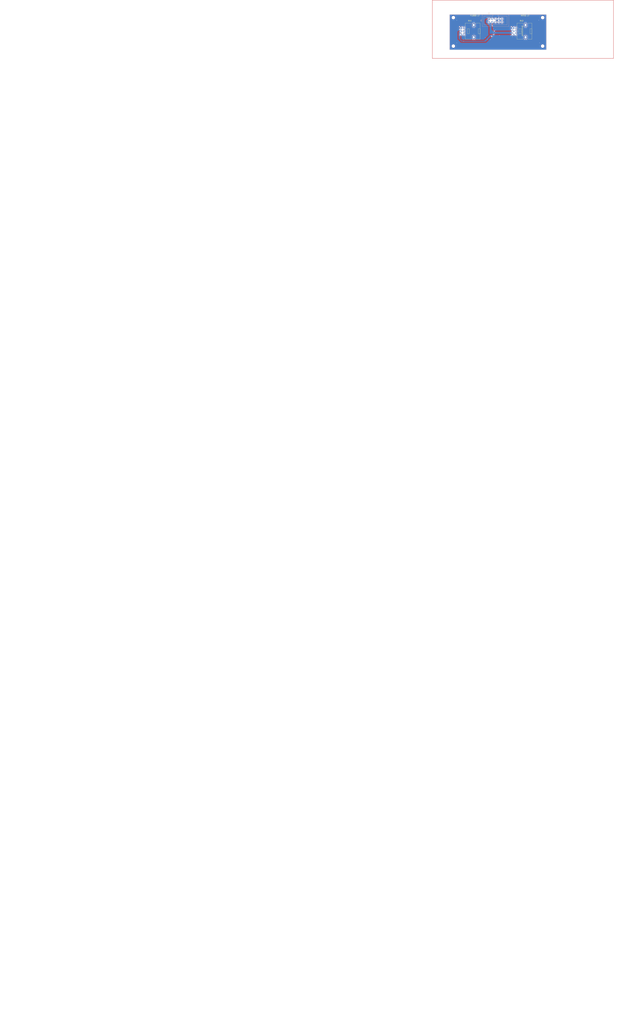
<source format=kicad_pcb>
(kicad_pcb
	(version 20240108)
	(generator "pcbnew")
	(generator_version "8.0")
	(general
		(thickness 1.6)
		(legacy_teardrops no)
	)
	(paper "A4")
	(layers
		(0 "F.Cu" signal)
		(31 "B.Cu" signal)
		(34 "B.Paste" user)
		(35 "F.Paste" user)
		(36 "B.SilkS" user "B.Silkscreen")
		(37 "F.SilkS" user "F.Silkscreen")
		(38 "B.Mask" user)
		(39 "F.Mask" user)
		(42 "Eco1.User" user "User.Ref")
		(44 "Edge.Cuts" user)
		(45 "Margin" user)
		(46 "B.CrtYd" user "B.Courtyard")
		(47 "F.CrtYd" user "F.Courtyard")
		(48 "B.Fab" user)
		(49 "F.Fab" user)
	)
	(setup
		(stackup
			(layer "F.SilkS"
				(type "Top Silk Screen")
				(color "White")
			)
			(layer "F.Paste"
				(type "Top Solder Paste")
			)
			(layer "F.Mask"
				(type "Top Solder Mask")
				(color "Black")
				(thickness 0.01)
			)
			(layer "F.Cu"
				(type "copper")
				(thickness 0.035)
			)
			(layer "dielectric 1"
				(type "core")
				(thickness 1.51)
				(material "FR4")
				(epsilon_r 4.5)
				(loss_tangent 0.02)
			)
			(layer "B.Cu"
				(type "copper")
				(thickness 0.035)
			)
			(layer "B.Mask"
				(type "Bottom Solder Mask")
				(color "Black")
				(thickness 0.01)
			)
			(layer "B.Paste"
				(type "Bottom Solder Paste")
			)
			(layer "B.SilkS"
				(type "Bottom Silk Screen")
				(color "White")
			)
			(copper_finish "None")
			(dielectric_constraints yes)
		)
		(pad_to_mask_clearance 0)
		(allow_soldermask_bridges_in_footprints no)
		(aux_axis_origin 96.35 106.5)
		(grid_origin 96.35 106.5)
		(pcbplotparams
			(layerselection 0x00010fc_ffffffff)
			(plot_on_all_layers_selection 0x0000000_00000000)
			(disableapertmacros no)
			(usegerberextensions no)
			(usegerberattributes yes)
			(usegerberadvancedattributes yes)
			(creategerberjobfile yes)
			(dashed_line_dash_ratio 12.000000)
			(dashed_line_gap_ratio 3.000000)
			(svgprecision 4)
			(plotframeref no)
			(viasonmask no)
			(mode 1)
			(useauxorigin no)
			(hpglpennumber 1)
			(hpglpenspeed 20)
			(hpglpendiameter 15.000000)
			(pdf_front_fp_property_popups yes)
			(pdf_back_fp_property_popups yes)
			(dxfpolygonmode yes)
			(dxfimperialunits yes)
			(dxfusepcbnewfont yes)
			(psnegative no)
			(psa4output no)
			(plotreference no)
			(plotvalue no)
			(plotfptext yes)
			(plotinvisibletext no)
			(sketchpadsonfab no)
			(subtractmaskfromsilk no)
			(outputformat 1)
			(mirror no)
			(drillshape 0)
			(scaleselection 1)
			(outputdirectory "manufacturing/")
		)
	)
	(net 0 "")
	(net 1 "GND")
	(net 2 "+3V3")
	(net 3 "VBUS")
	(net 4 "/FLOOD")
	(net 5 "/INTEG")
	(net 6 "/PWM_1")
	(net 7 "unconnected-(J1-Pin_5-Pad5)")
	(net 8 "unconnected-(J1-Pin_6-Pad6)")
	(net 9 "unconnected-(J1-Pin_8-Pad8)")
	(net 10 "unconnected-(J1-Pin_3-Pad3)")
	(footprint "MountingHole:MountingHole_2.2mm_M2" (layer "F.Cu") (at 168.35 103.5))
	(footprint "MountingHole:MountingHole_2.2mm_M2" (layer "F.Cu") (at 99.35 103.5))
	(footprint "MountingHole:MountingHole_2.2mm_M2" (layer "F.Cu") (at 168.35 81.5))
	(footprint "NiasStuff:Potentiometer_Alps_RK09L_Double_Vertical" (layer "F.Cu") (at 145.1 89.5))
	(footprint "NiasStuff:Potentiometer_Alps_RK09L_Double_Vertical" (layer "F.Cu") (at 105.125 89.5))
	(footprint "MountingHole:MountingHole_2.2mm_M2" (layer "F.Cu") (at 99.35 81.5))
	(footprint "Connector_IDC:IDC-Header_2x05_P2.54mm_Vertical" (layer "B.Cu") (at 126.84 82.46 -90))
	(gr_line
		(start 83.1 68)
		(end 83.1 113)
		(stroke
			(width 0.2)
			(type default)
		)
		(layer "F.Cu")
		(uuid "4b03bcf9-9dd5-46df-afb3-9970c777eac5")
	)
	(gr_line
		(start 83.1 113)
		(end 223.1 113)
		(stroke
			(width 0.2)
			(type default)
		)
		(layer "F.Cu")
		(uuid "4faed209-0276-468d-816a-506e86e04431")
	)
	(gr_line
		(start 223.1 68)
		(end 83.1 68)
		(stroke
			(width 0.2)
			(type default)
		)
		(layer "F.Cu")
		(uuid "96a5ed7a-65e7-41ac-b188-2aaba73aa848")
	)
	(gr_line
		(start 223.1 113)
		(end 223.1 68)
		(stroke
			(width 0.2)
			(type default)
		)
		(layer "F.Cu")
		(uuid "eac38d42-fcfb-41d7-8417-b46d6c533051")
	)
	(gr_line
		(start 96.35 79)
		(end 171.35 79)
		(stroke
			(width 0.1)
			(type default)
		)
		(layer "Edge.Cuts")
		(uuid "02ec3058-b78c-47ca-8949-f3b7735ebd57")
	)
	(gr_line
		(start 96.35 106.5)
		(end 96.35 79)
		(stroke
			(width 0.1)
			(type default)
		)
		(layer "Edge.Cuts")
		(uuid "03f85010-09cc-4d1f-a1e6-528ed8bf3704")
	)
	(gr_line
		(start 171.35 79)
		(end 171.35 106.5)
		(stroke
			(width 0.1)
			(type default)
		)
		(layer "Edge.Cuts")
		(uuid "a207bc4f-e3db-4c47-b74b-8da3de20521e")
	)
	(gr_line
		(start 171.35 106.5)
		(end 96.35 106.5)
		(stroke
			(width 0.1)
			(type default)
		)
		(layer "Edge.Cuts")
		(uuid "d207b4a7-b548-4d94-adad-926b520ac1ee")
	)
	(gr_line
		(start 212.835037 219.32669)
		(end 206.992497 212.363791)
		(stroke
			(width 0.794009)
			(type solid)
		)
		(layer "F.Fab")
		(uuid "003dffd5-bef8-4308-8cea-51b54cf9286f")
	)
	(gr_line
		(start 108.504614 450.022421)
		(end 108.513295 450.365726)
		(stroke
			(width 0.576701)
			(type solid)
		)
		(layer "F.Fab")
		(uuid "00b0a027-818d-4cab-b29f-3e039832fd1a")
	)
	(gr_line
		(start -164.240497 780.344905)
		(end -164.240497 798.317141)
		(stroke
			(width 0.913409)
			(type solid)
		)
		(layer "F.Fab")
		(uuid "00c8719f-f7ca-457a-b86f-eb2bdebec79c")
	)
	(gr_line
		(start 162.475786 148.376832)
		(end 162.440581 148.839801)
		(stroke
			(width 0.576315)
			(type solid)
		)
		(layer "F.Fab")
		(uuid "00e96dca-ec2d-4ba8-8fe4-a5d11da4a337")
	)
	(gr_line
		(start 97.850466 455.711644)
		(end 97.598446 455.513597)
		(stroke
			(width 0.576701)
			(type solid)
		)
		(layer "F.Fab")
		(uuid "00f50bbd-9093-44f0-ac6b-f20ee7e8c2af")
	)
	(gr_line
		(start 69.500722 84.049522)
		(end 70.055548 83.979017)
		(stroke
			(width 0.700877)
			(type solid)
		)
		(layer "F.Fab")
		(uuid "00f8228c-82b8-40f2-a04c-654daf7f2959")
	)
	(gr_line
		(start -209.578248 103.845525)
		(end -209.00256 103.346852)
		(stroke
			(width 0.784935)
			(type solid)
		)
		(layer "F.Fab")
		(uuid "00fbd06e-d9df-443c-9f10-c47bb9bfff8e")
	)
	(gr_line
		(start -175.613376 736.094466)
		(end -175.613376 753.807993)
		(stroke
			(width 0.913409)
			(type solid)
		)
		(layer "F.Fab")
		(uuid "00fc48dc-794b-45d8-9b8f-9a5edcce2646")
	)
	(gr_line
		(start 80.670336 89.259669)
		(end 80.937278 89.723951)
		(stroke
			(width 0.700877)
			(type solid)
		)
		(layer "F.Fab")
		(uuid "0116f305-cbc0-4cec-aac7-f9dbc2ae3843")
	)
	(gr_line
		(start 185.695763 143.180498)
		(end 185.93289 142.810615)
		(stroke
			(width 0.576315)
			(type solid)
		)
		(layer "F.Fab")
		(uuid "01345f77-1358-4093-b92c-3f445385fc5c")
	)
	(gr_line
		(start 216.520885 440.855739)
		(end 238.223496 440.855739)
		(stroke
			(width 0.850441)
			(type solid)
		)
		(layer "F.Fab")
		(uuid "01570404-afab-4cfd-8123-7623f81804d0")
	)
	(gr_line
		(start 184.423015 146.975601)
		(end 184.480989 146.51936)
		(stroke
			(width 0.576315)
			(type solid)
		)
		(layer "F.Fab")
		(uuid "01997db7-94f6-4038-8d05-8848c44109af")
	)
	(gr_line
		(start -104.094659 298.944483)
		(end -104.295984 299.337565)
		(stroke
			(width 0.576315)
			(type solid)
		)
		(layer "F.Fab")
		(uuid "01a7d60e-023e-46a4-bce9-fc20579db536")
	)
	(gr_line
		(start 215.685237 459.321417)
		(end 215.653088 459.267772)
		(stroke
			(width 0.850441)
			(type solid)
		)
		(layer "F.Fab")
		(uuid "01c97ff6-5099-47c4-9a36-23fff7219257")
	)
	(gr_line
		(start -205.058742 180.886454)
		(end -204.633018 181.255264)
		(stroke
			(width 0.576974)
			(type solid)
		)
		(layer "F.Fab")
		(uuid "01f9c769-28ed-43b0-a760-73b2217f3fb4")
	)
	(gr_line
		(start 144.301874 148.839801)
		(end 144.26667 148.376832)
		(stroke
			(width 0.576315)
			(type solid)
		)
		(layer "F.Fab")
		(uuid "02016b62-dc95-4d96-b74e-342365852ea0")
	)
	(gr_line
		(start 162.440581 148.839801)
		(end 162.382606 149.296039)
		(stroke
			(width 0.576315)
			(type solid)
		)
		(layer "F.Fab")
		(uuid "02282d9f-6275-4512-9111-7eb927ab4f24")
	)
	(gr_line
		(start -202.205118 151.837936)
		(end -201.946008 152.34389)
		(stroke
			(width 0.576974)
			(type solid)
		)
		(layer "F.Fab")
		(uuid "0259d7bb-70b7-4333-a7ce-f19bbc863e06")
	)
	(gr_line
		(start 194.541272 193.361344)
		(end 198.793804 200.726991)
		(stroke
			(width 0.794009)
			(type solid)
		)
		(layer "F.Fab")
		(uuid "0267a4c3-4434-4b63-b09a-e6b6ea7e1dd7")
	)
	(gr_line
		(start 73.959707 105.746344)
		(end 73.423344 105.870142)
		(stroke
			(width 0.700877)
			(type solid)
		)
		(layer "F.Fab")
		(uuid "03189e47-b63a-41e3-ad65-150ab1d88583")
	)
	(gr_line
		(start -164.240497 762.597929)
		(end -164.240497 780.344905)
		(stroke
			(width 0.913409)
			(type solid)
		)
		(layer "F.Fab")
		(uuid "031b61f5-dd03-461f-a88f-46a8b0010f2c")
	)
	(gr_line
		(start 144.541817 150.186031)
		(end 144.440021 149.744974)
		(stroke
			(width 0.576315)
			(type solid)
		)
		(layer "F.Fab")
		(uuid "031c0702-0e98-413e-859b-4753768879e8")
	)
	(gr_line
		(start -210.129261 104.370867)
		(end -209.578248 103.845525)
		(stroke
			(width 0.784935)
			(type solid)
		)
		(layer "F.Fab")
		(uuid "03566dbd-3696-4de8-a473-345a4f875f1e")
	)
	(gr_line
		(start 145.153786 143.95535)
		(end 145.355111 143.562267)
		(stroke
			(width 0.576315)
			(type solid)
		)
		(layer "F.Fab")
		(uuid "037482ef-4ebc-4706-b10a-1349bec0c662")
	)
	(gr_line
		(start -178.895796 333.28189)
		(end -179.299619 333.464454)
		(stroke
			(width 0.576315)
			(type solid)
		)
		(layer "F.Fab")
		(uuid "038e9e17-622a-4cd7-842f-52dd94eeb95e")
	)
	(gr_line
		(start 157.323571 156.125128)
		(end 156.919748 156.307692)
		(stroke
			(width 0.576315)
			(type solid)
		)
		(layer "F.Fab")
		(uuid "03990b36-9d79-4c06-ac92-8c79505b75f2")
	)
	(gr_line
		(start 49.012069 110.100086)
		(end 49.806089 110.200982)
		(stroke
			(width 0.784935)
			(type solid)
		)
		(layer "F.Fab")
		(uuid "03a1b0bb-3f88-416e-b0f7-8d707f98ab40")
	)
	(gr_line
		(start 13.229812 98.820598)
		(end 13.055506 98.305459)
		(stroke
			(width 0.700877)
			(type solid)
		)
		(layer "F.Fab")
		(uuid "03c8f30e-18ef-43f4-a6f6-e5fbc5145390")
	)
	(gr_line
		(start -180.754704 736.094466)
		(end -175.613376 736.094466)
		(stroke
			(width 0.913409)
			(type solid)
		)
		(layer "F.Fab")
		(uuid "03e8c0cd-7752-4541-b9c0-d641e666116f")
	)
	(gr_line
		(start 32.528163 88.375168)
		(end 32.837269 88.809842)
		(stroke
			(width 0.700877)
			(type solid)
		)
		(layer "F.Fab")
		(uuid "03f515e6-00f0-4fcd-9ed7-6f23fb301aa7")
	)
	(gr_poly
		(pts
			(xy -210.40404 826.664511) (xy -216.895066 833.155502) (xy -216.895066 831.174295) (xy -210.40404 824.683232)
		)
		(stroke
			(width 0)
			(type solid)
		)
		(fill solid)
		(layer "F.Fab")
		(uuid "03fb575d-c752-43a7-970e-dc69fffe6acf")
	)
	(gr_line
		(start 44.973674 110.200982)
		(end 45.767693 110.100086)
		(stroke
			(width 0.784935)
			(type solid)
		)
		(layer "F.Fab")
		(uuid "041d0df4-16f9-4cc9-b66f-e8f8eb2394f9")
	)
	(gr_line
		(start -208.487793 178.918962)
		(end -207.954983 179.129066)
		(stroke
			(width 0.576974)
			(type solid)
		)
		(layer "F.Fab")
		(uuid "0455644e-f4f6-4d63-bc84-1530b987152c")
	)
	(gr_poly
		(pts
			(xy -161.897785 736.457207) (xy -161.821859 736.464453) (xy -161.747062 736.476388) (xy -161.673485 736.492895)
			(xy -161.601221 736.513858) (xy -161.530362 736.539159) (xy -161.461 736.568683) (xy -161.393228 736.602313)
			(xy -161.327138 736.639932) (xy -161.262823 736.681423) (xy -161.200374 736.726671) (xy -161.139884 736.775558)
			(xy -161.081444 736.827968) (xy -161.025149 736.883784) (xy -160.971089 736.94289) (xy -160.919357 737.00517)
			(xy -160.823246 737.138783) (xy -160.737555 737.28369) (xy -160.663021 737.438959) (xy -160.600383 737.603658)
			(xy -160.55038 737.776854) (xy -160.513749 737.957614) (xy -160.500679 738.05054) (xy -160.491229 738.145007)
			(xy -160.485492 738.240899) (xy -160.483558 738.338099) (xy -160.483558 823.135565) (xy -160.485492 823.232765)
			(xy -160.491229 823.328657) (xy -160.500679 823.423124) (xy -160.513749 823.516049) (xy -160.530347 823.607317)
			(xy -160.55038 823.69681) (xy -160.573756 823.784412) (xy -160.600383 823.870006) (xy -160.630169 823.953476)
			(xy -160.663021 824.034705) (xy -160.698847 824.113576) (xy -160.737555 824.189974) (xy -160.779052 824.263781)
			(xy -160.823246 824.334881) (xy -160.870045 824.403158) (xy -160.919357 824.468494) (xy -160.971089 824.530774)
			(xy -161.025149 824.58988) (xy -161.081444 824.645696) (xy -161.139884 824.698106) (xy -161.200374 824.746993)
			(xy -161.262823 824.792241) (xy -161.327138 824.833732) (xy -161.393228 824.871351) (xy -161.461 824.904981)
			(xy -161.530362 824.934505) (xy -161.601221 824.959806) (xy -161.673485 824.980769) (xy -161.747062 824.997276)
			(xy -161.821859 825.009211) (xy -161.897785 825.016457) (xy -161.974747 825.018899) (xy -164.155123 825.018899)
			(xy -164.155123 736.454765) (xy -161.974747 736.454765)
		)
		(stroke
			(width 0)
			(type solid)
		)
		(fill solid)
		(layer "F.Fab")
		(uuid "04746465-9a3b-49e5-8d69-c4e2fc132b56")
	)
	(gr_line
		(start 18.837319 105.002107)
		(end 18.359277 104.757269)
		(stroke
			(width 0.700877)
			(type solid)
		)
		(layer "F.Fab")
		(uuid "04965fde-4ad7-41e3-9ffe-669fa74c3f55")
	)
	(gr_line
		(start 124.939573 87.241237)
		(end 125.244761 87.717329)
		(stroke
			(width 0.576974)
			(type solid)
		)
		(layer "F.Fab")
		(uuid "04c03ffa-621c-41da-b951-78849703a202")
	)
	(gr_line
		(start -57.386736 365.319493)
		(end -57.117023 366.488096)
		(stroke
			(width 0.859799)
			(type solid)
		)
		(layer "F.Fab")
		(uuid "04ce2ba0-db89-404d-975f-cf41f3bd57eb")
	)
	(gr_line
		(start -106.857603 287.686831)
		(end -106.513213 287.957468)
		(stroke
			(width 0.576315)
			(type solid)
		)
		(layer "F.Fab")
		(uuid "04d09bcc-82ab-470b-981f-e94ad88513ab")
	)
	(gr_line
		(start 126.943411 93.801919)
		(end 126.928144 94.405762)
		(stroke
			(width 0.576974)
			(type solid)
		)
		(layer "F.Fab")
		(uuid "05519f68-eaeb-4dce-94b3-ba04c1c17f4e")
	)
	(gr_line
		(start 87.035986 724.765852)
		(end 86.921451 725.019199)
		(stroke
			(width 0.576701)
			(type solid)
		)
		(layer "F.Fab")
		(uuid "055a4114-a29a-49a0-8504-063af15ff0f2")
	)
	(gr_line
		(start 185.476251 143.562267)
		(end 185.695763 143.180498)
		(stroke
			(width 0.576315)
			(type solid)
		)
		(layer "F.Fab")
		(uuid "05662554-aa9b-467d-8315-3b671c97fe56")
	)
	(gr_line
		(start 215.622895 441.481816)
		(end 215.685237 441.372498)
		(stroke
			(width 0.850441)
			(type solid)
		)
		(layer "F.Fab")
		(uuid "05776c58-3610-42d6-89c7-77d4f3664463")
	)
	(gr_line
		(start 126.415907 90.312538)
		(end 126.574016 90.869369)
		(stroke
			(width 0.576974)
			(type solid)
		)
		(layer "F.Fab")
		(uuid "0578e1a5-45a1-4d4f-8fd4-736b35c7c3b3")
	)
	(gr_line
		(start -69.813155 99.906668)
		(end -69.031846 100.046195)
		(stroke
			(width 0.784935)
			(type solid)
		)
		(layer "F.Fab")
		(uuid "0592b741-fc59-47a0-895a-63a1893d174a")
	)
	(gr_line
		(start 27.959376 105.22413)
		(end 27.455906 105.422642)
		(stroke
			(width 0.700877)
			(type solid)
		)
		(layer "F.Fab")
		(uuid "0594203f-a105-4fd8-a3c5-af6017209aaf")
	)
	(gr_line
		(start 103.46607 154.751165)
		(end 103.13895 154.291108)
		(stroke
			(width 0.576974)
			(type solid)
		)
		(layer "F.Fab")
		(uuid "05c5ed57-e8e2-4be9-a026-a076ae0d7a49")
	)
	(gr_line
		(start 160.607993 83.483999)
		(end 161.09933 83.766544)
		(stroke
			(width 0.576974)
			(type solid)
		)
		(layer "F.Fab")
		(uuid "05db273a-3a4a-482a-a9f5-b589c02f2752")
	)
	(gr_line
		(start 103.18651 456.901441)
		(end 102.857984 456.960108)
		(stroke
			(width 0.576701)
			(type solid)
		)
		(layer "F.Fab")
		(uuid "05ead04c-c0d7-4c63-b746-7a8a9c6ec221")
	)
	(gr_line
		(start -224.016584 187.576271)
		(end -223.88557 187.008562)
		(stroke
			(width 0.576974)
			(type solid)
		)
		(layer "F.Fab")
		(uuid "066391a4-19d4-4564-afdd-3f853c61b126")
	)
	(gr_line
		(start -103.242748 295.92424)
		(end -103.300722 296.38048)
		(stroke
			(width 0.576315)
			(type solid)
		)
		(layer "F.Fab")
		(uuid "067372cc-a5e2-4aa2-a815-c6c21080ba71")
	)
	(gr_line
		(start -221.575694 149.967124)
		(end -221.206917 149.541358)
		(stroke
			(width 0.576974)
			(type solid)
		)
		(layer "F.Fab")
		(uuid "06b06bcf-e7ed-4771-944a-ea7188273771")
	)
	(gr_line
		(start -210.444048 311.753387)
		(end -210.41105 311.817987)
		(stroke
			(width 0.576315)
			(type solid)
		)
		(layer "F.Fab")
		(uuid "06b9ea34-4942-48d0-bff6-192975609ca7")
	)
	(gr_line
		(start 107.708109 447.18578)
		(end 107.855436 447.473435)
		(stroke
			(width 0.576701)
			(type solid)
		)
		(layer "F.Fab")
		(uuid "06bf503e-27d4-443e-9492-39127b4d3f25")
	)
	(gr_line
		(start 60.601216 91.711704)
		(end 60.775509 91.196565)
		(stroke
			(width 0.700877)
			(type solid)
		)
		(layer "F.Fab")
		(uuid "06ca8aeb-cb4c-4802-a19b-52f792833b52")
	)
	(gr_line
		(start 85.810278 726.583823)
		(end 85.611648 726.773199)
		(stroke
			(width 0.576701)
			(type solid)
		)
		(layer "F.Fab")
		(uuid "06cd5de8-b021-490f-9f76-bab2fd3586a3")
	)
	(gr_line
		(start -79.107865 101.288403)
		(end -78.405068 100.970674)
		(stroke
			(width 0.784935)
			(type solid)
		)
		(layer "F.Fab")
		(uuid "06d5492f-ecf0-418c-a2cc-56312b34b13e")
	)
	(gr_line
		(start -73.089139 368.895451)
		(end -72.933942 369.289066)
		(stroke
			(width 0.672762)
			(type solid)
		)
		(layer "F.Fab")
		(uuid "06db517a-ba63-44e9-a7cc-22252406a57a")
	)
	(gr_line
		(start 208.854432 374.495251)
		(end 208.551478 374.375799)
		(stroke
			(width 0.576701)
			(type solid)
		)
		(layer "F.Fab")
		(uuid "06dd8e68-1e4a-40c8-b194-1e1f8912e691")
	)
	(gr_line
		(start 215.459949 458.704316)
		(end 215.450426 458.634385)
		(stroke
			(width 0.850441)
			(type solid)
		)
		(layer "F.Fab")
		(uuid "06de93d6-e270-4c5a-b777-dc8d5649cc8c")
	)
	(gr_line
		(start -112.78123 304.096698)
		(end -113.244201 304.061493)
		(stroke
			(width 0.576315)
			(type solid)
		)
		(layer "F.Fab")
		(uuid "06e188a3-e5bb-4bb1-b5fb-8a6f6d06c27c")
	)
	(gr_line
		(start -178.120945 317.267844)
		(end -177.751064 317.50497)
		(stroke
			(width 0.576315)
			(type solid)
		)
		(layer "F.Fab")
		(uuid "06ec4a02-5e68-4a5d-8744-dc8830e318bc")
	)
	(gr_line
		(start 126.574031 96.734486)
		(end 126.415926 97.291319)
		(stroke
			(width 0.576974)
			(type solid)
		)
		(layer "F.Fab")
		(uuid "06f3f826-4684-412d-8c31-ff2dabcf62cd")
	)
	(gr_line
		(start 103.537997 95.001671)
		(end 103.492686 94.405758)
		(stroke
			(width 0.576974)
			(type solid)
		)
		(layer "F.Fab")
		(uuid "0711df5b-d141-4c54-83c6-b90c8f10dc0c")
	)
	(gr_line
		(start -80.456384 102.020811)
		(end -79.79197 101.638781)
		(stroke
			(width 0.784935)
			(type solid)
		)
		(layer "F.Fab")
		(uuid "0737f3ac-4fcf-488e-961b-597f850eed02")
	)
	(gr_line
		(start 98.112024 444.833763)
		(end 98.382699 444.660235)
		(stroke
			(width 0.576701)
			(type solid)
		)
		(layer "F.Fab")
		(uuid "074b0db2-2f85-47ee-a2fb-b769297a0e85")
	)
	(gr_line
		(start 205.282149 371.408689)
		(end 205.134822 371.121035)
		(stroke
			(width 0.576701)
			(type solid)
		)
		(layer "F.Fab")
		(uuid "074ca2df-c238-4bfe-aee8-7f3644d469cd")
	)
	(gr_line
		(start -220.41094 181.255258)
		(end -219.985215 180.886444)
		(stroke
			(width 0.576974)
			(type solid)
		)
		(layer "F.Fab")
		(uuid "0750296c-03db-43e5-953f-30e25948c63b")
	)
	(gr_line
		(start -197.288215 99.805771)
		(end -196.494194 99.906668)
		(stroke
			(width 0.784935)
			(type solid)
		)
		(layer "F.Fab")
		(uuid "0757bf3d-09d3-4158-b98d-ebcec3fb5bc1")
	)
	(gr_line
		(start 48.206335 110.038817)
		(end 49.012069 110.100086)
		(stroke
			(width 0.784935)
			(type solid)
		)
		(layer "F.Fab")
		(uuid "077cfe7e-99eb-4695-88bd-ce0e8bd00e99")
	)
	(gr_line
		(start 26.414656 105.746344)
		(end 25.87827 105.870142)
		(stroke
			(width 0.700877)
			(type solid)
		)
		(layer "F.Fab")
		(uuid "07819b4f-65b9-427c-a97e-dca6c4e50478")
	)
	(gr_line
		(start 151.982888 138.896308)
		(end 152.439127 138.838333)
		(stroke
			(width 0.576315)
			(type solid)
		)
		(layer "F.Fab")
		(uuid "07964791-a932-4cc2-9f72-cdcde60a4377")
	)
	(gr_line
		(start 216.680188 371.95874)
		(end 216.494191 372.220299)
		(stroke
			(width 0.576701)
			(type solid)
		)
		(layer "F.Fab")
		(uuid "079b8499-2c15-4b09-af71-d9e4e58afeec")
	)
	(gr_line
		(start 77.721846 718.495392)
		(end 77.920477 718.306016)
		(stroke
			(width 0.576701)
			(type solid)
		)
		(layer "F.Fab")
		(uuid "079eb0ec-edcb-4df4-8583-8ef09a46a8dc")
	)
	(gr_line
		(start 145.616422 521.434488)
		(end 163.126406 529.627715)
		(stroke
			(width 1.152209)
			(type solid)
		)
		(layer "F.Fab")
		(uuid "07be1168-157f-4ea5-8cad-3d1b521b5d13")
	)
	(gr_line
		(start 204.686992 369.896009)
		(end 204.6125 369.573246)
		(stroke
			(width 0.576701)
			(type solid)
		)
		(layer "F.Fab")
		(uuid "07c93554-8d6d-4563-8d72-f955cd48aabf")
	)
	(gr_line
		(start 153.840357 157.012244)
		(end 153.371228 157.024106)
		(stroke
			(width 0.576315)
			(type solid)
		)
		(layer "F.Fab")
		(uuid "07e2a198-8857-4878-8ab2-bfa329275d82")
	)
	(gr_line
		(start 200.797677 153.362188)
		(end 200.527039 153.706577)
		(stroke
			(width 0.576315)
			(type solid)
		)
		(layer "F.Fab")
		(uuid "0819a7cb-96fe-46ff-a250-593eea3b4095")
	)
	(gr_line
		(start 216.086461 372.714387)
		(end 215.865566 372.946078)
		(stroke
			(width 0.576701)
			(type solid)
		)
		(layer "F.Fab")
		(uuid "08303158-20be-47a3-9841-0d8a1537e530")
	)
	(gr_line
		(start 193.023238 138.803128)
		(end 193.492368 138.791266)
		(stroke
			(width 0.576315)
			(type solid)
		)
		(layer "F.Fab")
		(uuid "0848886a-8ec7-44b0-aab6-814805bb3a3a")
	)
	(gr_line
		(start 100.826035 456.960108)
		(end 100.497508 456.901441)
		(stroke
			(width 0.576701)
			(type solid)
		)
		(layer "F.Fab")
		(uuid "086855d0-0d11-4e77-9daa-4587c65d5a1d")
	)
	(gr_line
		(start 161.771234 151.456214)
		(end 161.588669 151.860036)
		(stroke
			(width 0.576315)
			(type solid)
		)
		(layer "F.Fab")
		(uuid "086caf17-bfe5-4b5b-ba8e-fd641411329a")
	)
	(gr_line
		(start 125.244761 87.717329)
		(end 125.527279 88.208721)
		(stroke
			(width 0.576974)
			(type solid)
		)
		(layer "F.Fab")
		(uuid "086d6544-d5a3-473f-9d44-f4bb3fe51715")
	)
	(gr_line
		(start -207.954983 179.129066)
		(end -207.43526 179.364055)
		(stroke
			(width 0.576974)
			(type solid)
		)
		(layer "F.Fab")
		(uuid "08794f58-af4f-48b8-87b1-358787186913")
	)
	(gr_line
		(start -190.407617 319.967373)
		(end -190.153448 319.60995)
		(stroke
			(width 0.576315)
			(type solid)
		)
		(layer "F.Fab")
		(uuid "088de08f-a5eb-4c07-980f-8af9cee984bc")
	)
	(gr_line
		(start 33.392608 89.723951)
		(end 33.637449 90.201992)
		(stroke
			(width 0.700877)
			(type solid)
		)
		(layer "F.Fab")
		(uuid "08929ca9-b01f-4f38-9721-07d49e0ec2ea")
	)
	(gr_line
		(start 114.60667 82.083008)
		(end 115.210451 82.067739)
		(stroke
			(width 0.576974)
			(type solid)
		)
		(layer "F.Fab")
		(uuid "08941640-ee3c-4c8f-98c3-2f3d72211433")
	)
	(gr_line
		(start 77.920477 726.773199)
		(end 77.721846 726.583823)
		(stroke
			(width 0.576701)
			(type solid)
		)
		(layer "F.Fab")
		(uuid "08a9ec19-c931-40bf-aaab-8865a9b80bfb")
	)
	(gr_line
		(start 161.09933 83.766544)
		(end 161.575368 84.071761)
		(stroke
			(width 0.576974)
			(type solid)
		)
		(layer "F.Fab")
		(uuid "08ae15e0-4e1e-4c87-8a2c-f05d7bdd031b")
	)
	(gr_line
		(start 126.705042 96.166776)
		(end 126.574031 96.734486)
		(stroke
			(width 0.576974)
			(type solid)
		)
		(layer "F.Fab")
		(uuid "08b02694-ea5c-493e-8323-39115732e853")
	)
	(gr_line
		(start -122.124301 101.638781)
		(end -121.440193 101.288403)
		(stroke
			(width 0.784935)
			(type solid)
		)
		(layer "F.Fab")
		(uuid "08eb0865-a19b-4653-b2f7-d034a5d9a743")
	)
	(gr_line
		(start 209.953739 220.056543)
		(end 205.701207 212.690895)
		(stroke
			(width 0.794009)
			(type solid)
		)
		(layer "F.Fab")
		(uuid "09177f8b-21eb-4661-9062-907b2426135f")
	)
	(gr_line
		(start 177.82783 324.684795)
		(end 178.573215 324.432585)
		(stroke
			(width 0.934901)
			(type solid)
		)
		(layer "F.Fab")
		(uuid "091f6c3f-42ed-4f4d-9b5e-4f17182598ec")
	)
	(gr_line
		(start 153.632342 509.946683)
		(end 167.29411 523.655383)
		(stroke
			(width 1.152209)
			(type solid)
		)
		(layer "F.Fab")
		(uuid "092089d4-336a-405f-b6b8-f23291415f11")
	)
	(gr_line
		(start 122.597266 141.169751)
		(end 122.902454 141.645843)
		(stroke
			(width 0.576974)
			(type solid)
		)
		(layer "F.Fab")
		(uuid "092c4326-c1bf-4b93-88a5-9b73e081e43d")
	)
	(gr_line
		(start 209.480986 361.767453)
		(end 209.803748 361.692959)
		(stroke
			(width 0.576701)
			(type solid)
		)
		(layer "F.Fab")
		(uuid "093f4583-f558-406d-82fa-76a2bd988443")
	)
	(gr_line
		(start 169.623959 348.072009)
		(end 169.237683 347.40021)
		(stroke
			(width 0.934901)
			(type solid)
		)
		(layer "F.Fab")
		(uuid "0944e6be-810f-4de1-b670-315c696ad136")
	)
	(gr_line
		(start 99.858168 456.737052)
		(end 99.548192 456.632169)
		(stroke
			(width 0.576701)
			(type solid)
		)
		(layer "F.Fab")
		(uuid "09547958-c0aa-472a-a4b1-365492d0a3da")
	)
	(gr_line
		(start -221.575694 182.477085)
		(end -221.206917 182.051317)
		(stroke
			(width 0.576974)
			(type solid)
		)
		(layer "F.Fab")
		(uuid "095c0fef-95d2-4a14-b945-8284b79c916b")
	)
	(gr_line
		(start 158.098421 140.111082)
		(end 158.468303 140.348209)
		(stroke
			(width 0.576315)
			(type solid)
		)
		(layer "F.Fab")
		(uuid "0962a676-e9cd-4264-9fe1-4f07cd611083")
	)
	(gr_line
		(start 144.204404 89.23444)
		(end 144.439371 88.714661)
		(stroke
			(width 0.576974)
			(type solid)
		)
		(layer "F.Fab")
		(uuid "09760758-ef94-48bf-ae0f-e61ff24b9e23")
	)
	(gr_line
		(start 115.814232 82.083008)
		(end 116.410084 82.128322)
		(stroke
			(width 0.576974)
			(type solid)
		)
		(layer "F.Fab")
		(uuid "09966983-0b4e-493f-acae-49f8330b75d8")
	)
	(gr_line
		(start 96.496068 454.357256)
		(end 96.310071 454.0957)
		(stroke
			(width 0.576701)
			(type solid)
		)
		(layer "F.Fab")
		(uuid "09c6953b-ffb7-48e9-9f44-747171fea62c")
	)
	(gr_line
		(start -201.946008 162.518424)
		(end -202.205118 163.024379)
		(stroke
			(width 0.576974)
			(type solid)
		)
		(layer "F.Fab")
		(uuid "09e33232-884c-4f32-8cbe-964255736a31")
	)
	(gr_poly
		(pts
			(xy -210.40404 835.737133) (xy -216.895066 842.228123) (xy -216.895066 840.2475) (xy -210.40404 833.75651)
		)
		(stroke
			(width 0)
			(type solid)
		)
		(fill solid)
		(layer "F.Fab")
		(uuid "09fa207c-d4c2-4228-95ca-0bc018b3dca7")
	)
	(gr_line
		(start 101.842009 457.036975)
		(end 101.498704 457.028295)
		(stroke
			(width 0.576701)
			(type solid)
		)
		(layer "F.Fab")
		(uuid "0a16e1d8-054a-4335-8a1c-4d9957fa4416")
	)
	(gr_line
		(start -143.945194 102.696469)
		(end -145.9487 104.635553)
		(stroke
			(width 1.859057)
			(type solid)
		)
		(layer "F.Fab")
		(uuid "0a1828c8-66a9-43f2-a876-87725332aeda")
	)
	(gr_line
		(start 101.847082 151.765026)
		(end 101.662616 151.21981)
		(stroke
			(width 0.576974)
			(type solid)
		)
		(layer "F.Fab")
		(uuid "0a78a22d-0a63-45fe-ae15-5282a823a04c")
	)
	(gr_line
		(start 18.837319 85.015056)
		(end 19.328424 84.793033)
		(stroke
			(width 0.700877)
			(type solid)
		)
		(layer "F.Fab")
		(uuid "0ace5b2b-e608-4ede-be32-53c963642f06")
	)
	(gr_line
		(start 75.504355 84.793033)
		(end 75.995435 85.015056)
		(stroke
			(width 0.700877)
			(type solid)
		)
		(layer "F.Fab")
		(uuid "0ad19104-488f-4f39-a777-4f7bef073404")
	)
	(gr_line
		(start -115.860621 303.392146)
		(end -116.264444 303.209581)
		(stroke
			(width 0.576315)
			(type solid)
		)
		(layer "F.Fab")
		(uuid "0ae2bcd7-5ebe-4e56-830d-52b4110ac5ea")
	)
	(gr_line
		(start -152.176037 100.437154)
		(end -151.438844 100.686593)
		(stroke
			(width 0.784935)
			(type solid)
		)
		(layer "F.Fab")
		(uuid "0af09c96-1029-494b-9327-7b475ec4a979")
	)
	(gr_line
		(start -148.096865 650.931163)
		(end -140.244916 650.931163)
		(stroke
			(width 0.674608)
			(type solid)
		)
		(layer "F.Fab")
		(uuid "0b0ae7b0-5684-473b-b43f-7c510d0188fd")
	)
	(gr_line
		(start 166.748342 93.801919)
		(end 166.733075 94.405762)
		(stroke
			(width 0.576974)
			(type solid)
		)
		(layer "F.Fab")
		(uuid "0b42f027-f6e5-4aea-8929-773730a0d2f0")
	)
	(gr_line
		(start 199.364974 340.579078)
		(end 199.303024 341.39377)
		(stroke
			(width 0.934901)
			(type solid)
		)
		(layer "F.Fab")
		(uuid "0b802b96-116b-439e-93fb-1bf588ef9434")
	)
	(gr_line
		(start 107.321436 85.116071)
		(end 107.747161 84.747258)
		(stroke
			(width 0.576974)
			(type solid)
		)
		(layer "F.Fab")
		(uuid "0b9ee283-6f44-400d-8b90-dab495479e2f")
	)
	(gr_line
		(start 197.803908 332.798595)
		(end 198.125169 333.509203)
		(stroke
			(width 0.934901)
			(type solid)
		)
		(layer "F.Fab")
		(uuid "0bb523dd-c667-450a-bb52-7220e50f4de7")
	)
	(gr_line
		(start 32.528163 101.641995)
		(end 32.199028 102.06082)
		(stroke
			(width 0.700877)
			(type solid)
		)
		(layer "F.Fab")
		(uuid "0bd5de40-394f-4216-9198-080e36d33e3a")
	)
	(gr_line
		(start 122.23044 84.398914)
		(end 122.673672 84.747264)
		(stroke
			(width 0.576974)
			(type solid)
		)
		(layer "F.Fab")
		(uuid "0be99aa3-5426-47e0-aa78-6e14dcfa25f0")
	)
	(gr_line
		(start 20.873144 84.270819)
		(end 21.40953 84.147021)
		(stroke
			(width 0.700877)
			(type solid)
		)
		(layer "F.Fab")
		(uuid "0bfb319a-49ec-454a-a089-b622533ec850")
	)
	(gr_line
		(start -181.916039 315.995095)
		(end -181.459799 316.05307)
		(stroke
			(width 0.576315)
			(type solid)
		)
		(layer "F.Fab")
		(uuid "0c111e6f-d0bb-4058-9976-c913c5062386")
	)
	(gr_line
		(start 217.810854 368.572048)
		(end 217.785092 368.910846)
		(stroke
			(width 0.576701)
			(type solid)
		)
		(layer "F.Fab")
		(uuid "0c20c687-5a66-44aa-8fd0-63113919da0c")
	)
	(gr_line
		(start 104.399473 98.369394)
		(end 104.189388 97.836525)
		(stroke
			(width 0.576974)
			(type solid)
		)
		(layer "F.Fab")
		(uuid "0c5596d8-31a9-4a2e-aba7-55463cc47359")
	)
	(gr_line
		(start 160.405899 142.108801)
		(end 160.676537 142.453192)
		(stroke
			(width 0.576315)
			(type solid)
		)
		(layer "F.Fab")
		(uuid "0c56bef8-b2ed-4c67-8cab-28bfcb2d3806")
	)
	(gr_line
		(start 34.381695 92.237815)
		(end 34.505494 92.774203)
		(stroke
			(width 0.700877)
			(type solid)
		)
		(layer "F.Fab")
		(uuid "0c7db8fa-5637-40d5-a1c4-f369d2f316c2")
	)
	(gr_line
		(start 192.104028 156.919065)
		(end 191.655092 156.838893)
		(stroke
			(width 0.576315)
			(type solid)
		)
		(layer "F.Fab")
		(uuid "0c8005ad-a2c3-4a54-9467-01a4cc731f46")
	)
	(gr_line
		(start -210.280986 312.239765)
		(end -210.271495 312.314893)
		(stroke
			(width 0.576315)
			(type solid)
		)
		(layer "F.Fab")
		(uuid "0c86edca-043a-422d-825c-16649de55932")
	)
	(gr_line
		(start -104.752623 300.089215)
		(end -105.006792 300.446638)
		(stroke
			(width 0.576315)
			(type solid)
		)
		(layer "F.Fab")
		(uuid "0ca5eb63-c7f1-4aed-a6dc-c61bdec2aa68")
	)
	(gr_line
		(start 107.781388 137.15337)
		(end 108.301116 136.918383)
		(stroke
			(width 0.576974)
			(type solid)
		)
		(layer "F.Fab")
		(uuid "0ce3e7d9-73d7-4026-bfe7-1bbb8234aa1b")
	)
	(gr_line
		(start 114.010815 82.128321)
		(end 114.60667 82.083008)
		(stroke
			(width 0.576974)
			(type solid)
		)
		(layer "F.Fab")
		(uuid "0ce9389b-3f32-4689-a39e-9b17bd95e7a4")
	)
	(gr_line
		(start 195.722582 329.549225)
		(end 196.198824 330.155249)
		(stroke
			(width 0.934901)
			(type solid)
		)
		(layer "F.Fab")
		(uuid "0cf95631-1819-45fe-a8d3-d1d8c9c1e61e")
	)
	(gr_line
		(start -84.055958 364.127549)
		(end -83.65322 363.991277)
		(stroke
			(width 0.672762)
			(type solid)
		)
		(layer "F.Fab")
		(uuid "0d9a8ea7-92a2-4cea-bddd-e9083d55e29c")
	)
	(gr_line
		(start 15.437238 102.4631)
		(end 15.088772 102.06082)
		(stroke
			(width 0.700877)
			(type solid)
		)
		(layer "F.Fab")
		(uuid "0db3dfa9-fe62-4eef-ad06-74b456a404c8")
	)
	(gr_line
		(start 179.334477 355.290687)
		(end 178.573215 355.074513)
		(stroke
			(width 0.934901)
			(type solid)
		)
		(layer "F.Fab")
		(uuid "0dbe66bd-d61c-4240-b70c-7c90786f94b4")
	)
	(gr_line
		(start 168.27491 345.269393)
		(end 168.022698 344.524006)
		(stroke
			(width 0.934901)
			(type solid)
		)
		(layer "F.Fab")
		(uuid "0dca1d09-f8b9-4333-8854-a7e5164b2391")
	)
	(gr_line
		(start 199.059926 342.98661)
		(end 198.880795 343.762743)
		(stroke
			(width 0.934901)
			(type solid)
		)
		(layer "F.Fab")
		(uuid "0deac9d9-2450-452a-8b60-3d8b8219cfea")
	)
	(gr_line
		(start -219.081973 147.701)
		(end -218.605929 147.395784)
		(stroke
			(width 0.576974)
			(type solid)
		)
		(layer "F.Fab")
		(uuid "0e013d38-2738-4611-aedb-25e00512aeed")
	)
	(gr_line
		(start 76.16288 723.692265)
		(end 76.112583 723.410615)
		(stroke
			(width 0.576701)
			(type solid)
		)
		(layer "F.Fab")
		(uuid "0e119afa-0321-428d-888b-6e5dff71f87c")
	)
	(gr_line
		(start 17.010489 103.892831)
		(end 16.591662 103.5637)
		(stroke
			(width 0.700877)
			(type solid)
		)
		(layer "F.Fab")
		(uuid "0e29e3e1-6ab0-4c64-8993-0f7cf5267402")
	)
	(gr_line
		(start -40.914377 668.996972)
		(end -26.804349 668.996972)
		(stroke
			(width 0.794009)
			(type solid)
		)
		(layer "F.Fab")
		(uuid "0e324927-7238-4b33-8bea-ad9631575536")
	)
	(gr_line
		(start -148.096865 658.50356)
		(end -148.096865 650.931163)
		(stroke
			(width 0.674608)
			(type solid)
		)
		(layer "F.Fab")
		(uuid "0e35dd8e-a7e0-4e0d-9428-7cf0aeb70764")
	)
	(gr_line
		(start -76.581183 364.85645)
		(end -76.229506 365.081906)
		(stroke
			(width 0.672762)
			(type solid)
		)
		(layer "F.Fab")
		(uuid "0e7f89d7-2071-4fa4-a8e1-825d2630b603")
	)
	(gr_line
		(start -106.334683 102.020811)
		(end -105.690957 102.433498)
		(stroke
			(width 0.784935)
			(type solid)
		)
		(layer "F.Fab")
		(uuid "0e804d7c-66fa-4571-93d2-27e33bf5ab79")
	)
	(gr_line
		(start -74.129958 367.083283)
		(end -73.888299 367.423114)
		(stroke
			(width 0.672762)
			(type solid)
		)
		(layer "F.Fab")
		(uuid "0ef7928d-3c54-46f8-b397-ecb060771a72")
	)
	(gr_line
		(start 126.928143 93.19808)
		(end 126.943411 93.801919)
		(stroke
			(width 0.576974)
			(type solid)
		)
		(layer "F.Fab")
		(uuid "0f28947e-875f-4463-8bf9-9c90af70152b")
	)
	(gr_line
		(start 62.305236 101.641995)
		(end 61.996149 101.207321)
		(stroke
			(width 0.700877)
			(type solid)
		)
		(layer "F.Fab")
		(uuid "0f4653b4-fbc3-4b70-a41a-7a0ecfa2ff0d")
	)
	(gr_line
		(start -180.754704 789.388012)
		(end -175.613376 789.388012)
		(stroke
			(width 0.913409)
			(type solid)
		)
		(layer "F.Fab")
		(uuid "0f757651-37a4-463f-a3fd-ecbb2af06b42")
	)
	(gr_line
		(start -166.986208 103.346852)
		(end -166.386843 102.875844)
		(stroke
			(width 0.784935)
			(type solid)
		)
		(layer "F.Fab")
		(uuid "0f787385-9b42-4d9c-8239-0723f18d15a4")
	)
	(gr_line
		(start 185.776259 206.708943)
		(end 194.865643 206.708943)
		(stroke
			(width 0.794009)
			(type solid)
		)
		(layer "F.Fab")
		(uuid "0f7aa60d-f69b-4cc1-a402-6e3d22546eae")
	)
	(gr_line
		(start -181.208575 265.04394)
		(end -181.208575 251.218565)
		(stroke
			(width 0.868037)
			(type solid)
		)
		(layer "F.Fab")
		(uuid "100aec2d-0704-48cf-a72e-ddbb735a9213")
	)
	(gr_line
		(start 103.612613 95.588919)
		(end 103.537997 95.001671)
		(stroke
			(width 0.576974)
			(type solid)
		)
		(layer "F.Fab")
		(uuid "102351d4-1e8b-432b-9342-5581fe5cfcac")
	)
	(gr_line
		(start -210.518912 311.629904)
		(end -210.480033 311.690662)
		(stroke
			(width 0.576315)
			(type solid)
		)
		(layer "F.Fab")
		(uuid "104a6b10-a00d-4082-b44b-c840a6633a2f")
	)
	(gr_line
		(start 184.983875 323.794184)
		(end 185.786719 323.896202)
		(stroke
			(width 0.934901)
			(type solid)
		)
		(layer "F.Fab")
		(uuid "1082aa07-46d7-46e6-80fa-926b3cedf268")
	)
	(gr_line
		(start -207.781151 102.433498)
		(end -207.137423 102.020811)
		(stroke
			(width 0.784935)
			(type solid)
		)
		(layer "F.Fab")
		(uuid "1084574e-367b-421f-9949-f86c27c9e783")
	)
	(gr_line
		(start 154.411601 82.083008)
		(end 155.015382 82.067739)
		(stroke
			(width 0.576974)
			(type solid)
		)
		(layer "F.Fab")
		(uuid "108dd003-3959-4cdc-a624-7ebf1a89ee4e")
	)
	(gr_line
		(start 71.189062 83.921777)
		(end 71.759563 83.936203)
		(stroke
			(width 0.700877)
			(type solid)
		)
		(layer "F.Fab")
		(uuid "10a598ae-329e-4831-90e1-f758a677f5f1")
	)
	(gr_poly
		(pts
			(xy -229.112141 809.633687) (xy -225.523582 813.202496) (xy -225.523582 815.18312) (xy -231.103878 809.633031)
		)
		(stroke
			(width 0)
			(type solid)
		)
		(fill solid)
		(layer "F.Fab")
		(uuid "10edec08-ba26-4e48-a9ec-bcc97d3e10bc")
	)
	(gr_line
		(start 33.637449 99.815171)
		(end 33.392608 100.293212)
		(stroke
			(width 0.700877)
			(type solid)
		)
		(layer "F.Fab")
		(uuid "11107b8e-6910-480c-97fa-f6d0c7f2f081")
	)
	(gr_line
		(start -58.524463 361.954081)
		(end -58.091973 363.050968)
		(stroke
			(width 0.859799)
			(type solid)
		)
		(layer "F.Fab")
		(uuid "1126070a-6bee-4eb8-8724-b9f0cb6428f3")
	)
	(gr_line
		(start -238.282417 339.137819)
		(end -238.331947 339.085858)
		(stroke
			(width 0.576315)
			(type solid)
		)
		(layer "F.Fab")
		(uuid "1143d737-339d-4336-8ee7-d4695c1ba2cd")
	)
	(gr_line
		(start 119.777443 82.989875)
		(end 120.297164 83.224864)
		(stroke
			(width 0.576974)
			(type solid)
		)
		(layer "F.Fab")
		(uuid "1151c7a0-3923-41fe-bd2d-a1a0ffc19866")
	)
	(gr_line
		(start 126.928144 94.405762)
		(end 126.882836 95.001677)
		(stroke
			(width 0.576974)
			(type solid)
		)
		(layer "F.Fab")
		(uuid "115f979a-5c5e-4218-be7f-34186fecc024")
	)
	(gr_line
		(start -238.70295 312.239765)
		(end -238.689822 312.165864)
		(stroke
			(width 0.576315)
			(type solid)
		)
		(layer "F.Fab")
		(uuid "11883fac-4064-4179-a5bc-3fd5b2de431f")
	)
	(gr_line
		(start 188.859489 324.684795)
		(end 189.587989 324.972034)
		(stroke
			(width 0.934901)
			(type solid)
		)
		(layer "F.Fab")
		(uuid "119d0d63-f15a-4825-a771-3fb834945970")
	)
	(gr_line
		(start 87.919928 195.130044)
		(end 94.325945 201.438261)
		(stroke
			(width 0.794009)
			(type solid)
		)
		(layer "F.Fab")
		(uuid "11b13ec0-850f-49d0-abd1-9b1f9ae0c62d")
	)
	(gr_line
		(start 183.343659 323.71136)
		(end 184.169185 323.732234)
		(stroke
			(width 0.934901)
			(type solid)
		)
		(layer "F.Fab")
		(uuid "11be8f2f-e118-4c15-8a88-4f7364e1b4ef")
	)
	(gr_line
		(start -175.613376 825.051474)
		(end -180.754704 825.051474)
		(stroke
			(width 0.913409)
			(type solid)
		)
		(layer "F.Fab")
		(uuid "11c4ea89-243d-474c-96c2-fb5270e558d5")
	)
	(gr_line
		(start 166.613148 92.014921)
		(end 166.687764 92.602169)
		(stroke
			(width 0.576974)
			(type solid)
		)
		(layer "F.Fab")
		(uuid "11f329f7-8c4d-46fb-8b60-b60272f7dd09")
	)
	(gr_poly
		(pts
			(xy 56.159776 746.897965) (xy 56.379934 747.780275) (xy 59.115844 749.359862) (xy 58.63479 750.193053)
			(xy 55.89888 748.613466) (xy 55.02466 748.863941) (xy 51.50475 746.831721) (xy 52.639794 744.865746)
		)
		(stroke
			(width 0)
			(type solid)
		)
		(fill solid)
		(layer "F.Fab")
		(uuid "1214581f-71bc-4452-af9f-9e0a8850704f")
	)
	(gr_line
		(start 95.205704 190.923606)
		(end 97.550489 199.576571)
		(stroke
			(width 0.794009)
			(type solid)
		)
		(layer "F.Fab")
		(uuid "121dcd5a-be19-4daa-9333-2bba616842fa")
	)
	(gr_line
		(start 158.825725 155.212996)
		(end 158.468303 155.467165)
		(stroke
			(width 0.576315)
			(type solid)
		)
		(layer "F.Fab")
		(uuid "122e79b9-bb70-443b-9f7f-885411d0aec9")
	)
	(gr_line
		(start 210.542285 509.946683)
		(end 196.880518 523.655383)
		(stroke
			(width 1.152209)
			(type solid)
		)
		(layer "F.Fab")
		(uuid "122f2df8-1be4-453b-9940-48f9299c33b4")
	)
	(gr_line
		(start -201.946008 152.34389)
		(end -201.711043 152.863669)
		(stroke
			(width 0.576974)
			(type solid)
		)
		(layer "F.Fab")
		(uuid "1230b4be-0edf-4966-a450-1d7adbecb2e8")
	)
	(gr_line
		(start 194.424468 156.977039)
		(end 193.961497 157.012244)
		(stroke
			(width 0.576315)
			(type solid)
		)
		(layer "F.Fab")
		(uuid "1230ecea-7d39-43af-84ce-108370f6ce62")
	)
	(gr_line
		(start -219.985215 148.3765)
		(end -219.541981 148.028151)
		(stroke
			(width 0.576974)
			(type solid)
		)
		(layer "F.Fab")
		(uuid "123b19c8-814c-466f-a941-58a38fa84f6c")
	)
	(gr_line
		(start 215.437948 442.275764)
		(end 215.443539 442.130575)
		(stroke
			(width 0.850441)
			(type solid)
		)
		(layer "F.Fab")
		(uuid "124171ba-84a2-4e64-ac37-2362d5891803")
	)
	(gr_line
		(start 100.174746 456.826949)
		(end 99.858168 456.737052)
		(stroke
			(width 0.576701)
			(type solid)
		)
		(layer "F.Fab")
		(uuid "12681125-b72d-40d4-b5a9-d5ef49049e34")
	)
	(gr_line
		(start -188.81825 103.346852)
		(end -188.242563 103.845525)
		(stroke
			(width 0.784935)
			(type solid)
		)
		(layer "F.Fab")
		(uuid "1342709f-7c0c-4f19-bbee-d91fa233b9ef")
	)
	(gr_line
		(start 104.004922 90.312525)
		(end 104.189388 89.767307)
		(stroke
			(width 0.576974)
			(type solid)
		)
		(layer "F.Fab")
		(uuid "1342713f-9de9-4792-8637-0d720984baec")
	)
	(gr_line
		(start 77.53247 718.694022)
		(end 77.721846 718.495392)
		(stroke
			(width 0.576701)
			(type solid)
		)
		(layer "F.Fab")
		(uuid "13552a50-51ad-4200-b277-ca5bd88e6722")
	)
	(gr_line
		(start 79.799544 717.167277)
		(end 80.06529 717.077359)
		(stroke
			(width 0.576701)
			(type solid)
		)
		(layer "F.Fab")
		(uuid "13766442-c686-4afc-91e5-2a282c59de8c")
	)
	(gr_line
		(start 121.294398 83.766544)
		(end 121.770437 84.071761)
		(stroke
			(width 0.576974)
			(type solid)
		)
		(layer "F.Fab")
		(uuid "13ac4dfd-5f23-4a0b-8f54-aab9b8955e0e")
	)
	(gr_line
		(start -200.391719 205.723186)
		(end -151.8561 205.723186)
		(stroke
			(width 0.747273)
			(type solid)
		)
		(layer "F.Fab")
		(uuid "140276ed-4386-4e42-9152-1d78944c2846")
	)
	(gr_line
		(start 217.785092 367.54664)
		(end 217.810854 367.885438)
		(stroke
			(width 0.576701)
			(type solid)
		)
		(layer "F.Fab")
		(uuid "141effc4-d027-4592-b373-4d31a08c4372")
	)
	(gr_line
		(start 104.438781 444.21867)
		(end 104.734294 444.35227)
		(stroke
			(width 0.576701)
			(type solid)
		)
		(layer "F.Fab")
		(uuid "142c526c-1a87-43fa-8c99-5287f57a9a4a")
	)
	(gr_line
		(start -72.507857 370.949309)
		(end -72.452736 371.383093)
		(stroke
			(width 0.672762)
			(type solid)
		)
		(layer "F.Fab")
		(uuid "146c6de3-7151-4a91-adf4-ebe5ab86a875")
	)
	(gr_line
		(start -75.889676 365.323565)
		(end -75.562236 365.580882)
		(stroke
			(width 0.672762)
			(type solid)
		)
		(layer "F.Fab")
		(uuid "14725329-1f15-45a2-8312-68113851471b")
	)
	(gr_line
		(start -133.435676 807.147377)
		(end -133.435676 825.051474)
		(stroke
			(width 0.913409)
			(type solid)
		)
		(layer "F.Fab")
		(uuid "14892b49-b949-4fd5-b186-705c084be9a8")
	)
	(gr_line
		(start 160.676537 153.362188)
		(end 160.405899 153.706577)
		(stroke
			(width 0.576315)
			(type solid)
		)
		(layer "F.Fab")
		(uuid "149c97c5-55d5-41c8-af93-51b8ea622199")
	)
	(gr_line
		(start -158.516242 99.805771)
		(end -157.710506 99.744502)
		(stroke
			(width 0.784935)
			(type solid)
		)
		(layer "F.Fab")
		(uuid "14a8cca3-60ed-46e1-8bc9-a36d65b70d85")
	)
	(gr_line
		(start -238.119612 339.278746)
		(end -238.176156 339.234356)
		(stroke
			(width 0.576315)
			(type solid)
		)
		(layer "F.Fab")
		(uuid "14ab2612-761c-41c2-9826-783b8ff162d6")
	)
	(gr_line
		(start -237.872831 339.428288)
		(end -237.937431 339.395291)
		(stroke
			(width 0.576315)
			(type solid)
		)
		(layer "F.Fab")
		(uuid "14d6a921-305f-492d-9c07-3502926a3850")
	)
	(gr_line
		(start -156.894052 99.723858)
		(end -156.077598 99.744502)
		(stroke
			(width 0.784935)
			(type solid)
		)
		(layer "F.Fab")
		(uuid "14e0138c-826c-48ba-9685-3233d55adbb6")
	)
	(gr_line
		(start -203.628421 100.437154)
		(end -202.875526 100.223356)
		(stroke
			(width 0.784935)
			(type solid)
		)
		(layer "F.Fab")
		(uuid "14fc926c-2aa0-41ba-a8ac-11373ebdbda3")
	)
	(gr_line
		(start -210.381133 311.884369)
		(end -210.354388 311.95244)
		(stroke
			(width 0.576315)
			(type solid)
		)
		(layer "F.Fab")
		(uuid "15477703-07fc-4ca2-8044-c7b0d46a1aa9")
	)
	(gr_poly
		(pts
			(xy -240.111057 834.995474) (xy -240.111057 836.976681) (xy -246.874786 830.212915) (xy -246.874786 828.231709)
		)
		(stroke
			(width 0)
			(type solid)
		)
		(fill solid)
		(layer "F.Fab")
		(uuid "156c769e-8f6d-4f0b-a737-d485355cccc5")
	)
	(gr_line
		(start 215.437948 458.418121)
		(end 215.437948 442.275764)
		(stroke
			(width 0.850441)
			(type solid)
		)
		(layer "F.Fab")
		(uuid "156f6c16-dd74-4f58-824b-5fc9c1829945")
	)
	(gr_line
		(start -238.000156 339.359306)
		(end -238.060914 339.320427)
		(stroke
			(width 0.576315)
			(type solid)
		)
		(layer "F.Fab")
		(uuid "1577a25a-7910-4713-acf8-8951480010c9")
	)
	(gr_line
		(start 77.387516 85.815228)
		(end 77.822168 86.124331)
		(stroke
			(width 0.700877)
			(type solid)
		)
		(layer "F.Fab")
		(uuid "1586ccae-c821-4f50-bf7f-c839717d2ca8")
	)
	(gr_line
		(start 194.424468 138.838333)
		(end 194.880708 138.896308)
		(stroke
			(width 0.576315)
			(type solid)
		)
		(layer "F.Fab")
		(uuid "15878b3d-b679-4254-bd42-1f067da205a5")
	)
	(gr_line
		(start -112.312101 285.87572)
		(end -111.842971 285.887582)
		(stroke
			(width 0.576315)
			(type solid)
		)
		(layer "F.Fab")
		(uuid "15962afa-4536-4163-bf54-50fce6090432")
	)
	(gr_line
		(start -237.597537 339.528553)
		(end -237.668709 339.508431)
		(stroke
			(width 0.576315)
			(type solid)
		)
		(layer "F.Fab")
		(uuid "15d223f2-5450-4c1e-9953-6dda5f71f452")
	)
	(gr_line
		(start -70.308749 349.583575)
		(end -69.26726 350.116994)
		(stroke
			(width 0.859799)
			(type solid)
		)
		(layer "F.Fab")
		(uuid "15d5992a-5438-4882-8a08-7abfddc56c82")
	)
	(gr_line
		(start 80.613405 728.14279)
		(end 80.336697 728.078926)
		(stroke
			(width 0.576701)
			(type solid)
		)
		(layer "F.Fab")
		(uuid "15dd5928-2aa4-4589-839e-de81af9f161a")
	)
	(gr_line
		(start -189.417614 102.875844)
		(end -188.81825 103.346852)
		(stroke
			(width 0.784935)
			(type solid)
		)
		(layer "F.Fab")
		(uuid "15ec8bd2-032c-414c-8fc2-fa854c782fac")
	)
	(gr_poly
		(pts
			(xy -222.515918 604.498526) (xy -227.223924 603.23748) (xy -222.515918 601.976288)
		)
		(stroke
			(width 0)
			(type solid)
		)
		(fill solid)
		(layer "F.Fab")
		(uuid "160a36c0-ca8e-4cf1-b871-9591aa72e657")
	)
	(gr_line
		(start 215.865566 363.511408)
		(end 216.086461 363.743099)
		(stroke
			(width 0.576701)
			(type solid)
		)
		(layer "F.Fab")
		(uuid "1651dbb1-2e0c-4460-8be7-4cef956cc929")
	)
	(gr_line
		(start 109.935874 136.365676)
		(end 110.503526 136.23465)
		(stroke
			(width 0.576974)
			(type solid)
		)
		(layer "F.Fab")
		(uuid "16645386-45a4-43b3-8f1f-97de84339ae7")
	)
	(gr_line
		(start 143.520729 91.437065)
		(end 143.651744 90.869357)
		(stroke
			(width 0.576974)
			(type solid)
		)
		(layer "F.Fab")
		(uuid "166cd883-b8c4-4f23-adda-bf58f1fb3ee0")
	)
	(gr_line
		(start -151.8561 205.723186)
		(end -151.8561 212.465854)
		(stroke
			(width 0.747273)
			(type solid)
		)
		(layer "F.Fab")
		(uuid "168970be-abeb-4417-a2ee-489ea386ba9e")
	)
	(gr_line
		(start 197.449636 347.40021)
		(end 197.063359 348.072009)
		(stroke
			(width 0.934901)
			(type solid)
		)
		(layer "F.Fab")
		(uuid "168c0b3c-ba4d-404c-a51d-1774cb77ec39")
	)
	(gr_line
		(start -210.310786 312.09328)
		(end -210.294114 312.165864)
		(stroke
			(width 0.576315)
			(type solid)
		)
		(layer "F.Fab")
		(uuid "1699d273-cfa2-4588-9208-37fab47f9422")
	)
	(gr_line
		(start -144.808774 815.924851)
		(end -144.808774 833.68429)
		(stroke
			(width 0.913409)
			(type solid)
		)
		(layer "F.Fab")
		(uuid "16aa96fa-e48a-416d-9ab8-74cf0f01b118")
	)
	(gr_line
		(start 108.190396 84.398907)
		(end 108.650404 84.071754)
		(stroke
			(width 0.576974)
			(type solid)
		)
		(layer "F.Fab")
		(uuid "16b600e5-2526-4930-8ba4-0ed91d4019d6")
	)
	(gr_line
		(start 33.125649 100.757494)
		(end 32.837269 101.207321)
		(stroke
			(width 0.700877)
			(type solid)
		)
		(layer "F.Fab")
		(uuid "16bc2477-58c6-4024-87e9-c0e2463c915b")
	)
	(gr_line
		(start 216.198851 459.77434)
		(end 216.148533 459.752014)
		(stroke
			(width 0.850441)
			(type solid)
		)
		(layer "F.Fab")
		(uuid "16e4395d-bcfa-474c-85da-fcde67a314a2")
	)
	(gr_line
		(start -201.027375 187.576271)
		(end -200.924193 188.15412)
		(stroke
			(width 0.576974)
			(type solid)
		)
		(layer "F.Fab")
		(uuid "16f646ee-c957-4b7e-af1e-15640bc7e0f6")
	)
	(gr_line
		(start -157.505044 223.567926)
		(end -160.107154 223.567926)
		(stroke
			(width 0.868037)
			(type solid)
		)
		(layer "F.Fab")
		(uuid "170e2570-d23d-4886-9d70-980d2a15aa02")
	)
	(gr_line
		(start 61.440845 100.293212)
		(end 61.196021 99.815171)
		(stroke
			(width 0.700877)
			(type solid)
		)
		(layer "F.Fab")
		(uuid "173eaa5b-bcab-4064-bdb7-40b0042ef4f5")
	)
	(gr_line
		(start 121.921831 140.266414)
		(end 122.270146 140.709695)
		(stroke
			(width 0.576974)
			(type solid)
		)
		(layer "F.Fab")
		(uuid "1746e7c6-2898-4ef6-b5db-28510b8834c7")
	)
	(gr_line
		(start -107.966675 286.976023)
		(end -107.584907 287.195535)
		(stroke
			(width 0.576315)
			(type solid)
		)
		(layer "F.Fab")
		(uuid "17491144-ccde-4670-b416-571371ac6146")
	)
	(gr_line
		(start -204.633018 181.255264)
		(end -204.225542 181.643797)
		(stroke
			(width 0.576974)
			(type solid)
		)
		(layer "F.Fab")
		(uuid "1782f32a-d6c2-4e6d-8590-9518d449a8a5")
	)
	(gr_line
		(start -222.838841 184.347905)
		(end -222.556323 183.856512)
		(stroke
			(width 0.576974)
			(type solid)
		)
		(layer "F.Fab")
		(uuid "179beba4-9e3d-4ad4-9465-65f9b2c534c3")
	)
	(gr_line
		(start -210.271495 338.231328)
		(end -210.280986 338.306455)
		(stroke
			(width 0.576315)
			(type solid)
		)
		(layer "F.Fab")
		(uuid "17d5346d-24ec-4cff-a22a-e938e0637dd3")
	)
	(gr_line
		(start 186.74423 141.778015)
		(end 187.046087 141.461407)
		(stroke
			(width 0.576315)
			(type solid)
		)
		(layer "F.Fab")
		(uuid "17d9ccec-0dc2-458a-913c-4a4ad5544e9a")
	)
	(gr_line
		(start 118.142705 82.437165)
		(end 118.699476 82.595289)
		(stroke
			(width 0.576974)
			(type solid)
		)
		(layer "F.Fab")
		(uuid "17df9600-ac0b-4a3a-b061-1abd2eb5e790")
	)
	(gr_line
		(start -105.86582 301.438421)
		(end -106.182427 301.740278)
		(stroke
			(width 0.576315)
			(type solid)
		)
		(layer "F.Fab")
		(uuid "17f0044a-f5fa-44ad-9bd1-7d762fdbb2f3")
	)
	(gr_line
		(start 108.504614 450.709031)
		(end 108.478852 451.047828)
		(stroke
			(width 0.576701)
			(type solid)
		)
		(layer "F.Fab")
		(uuid "18143559-e9f5-4555-8a59-c0da974cb820")
	)
	(gr_line
		(start 121.770437 84.071761)
		(end 122.23044 84.398914)
		(stroke
			(width 0.576974)
			(type solid)
		)
		(layer "F.Fab")
		(uuid "1814d662-0681-4706-b54d-bc0ae89785bd")
	)
	(gr_line
		(start 95.170724 450.365726)
		(end 95.179404 450.022421)
		(stroke
			(width 0.576701)
			(type solid)
		)
		(layer "F.Fab")
		(uuid "18171ea0-05a3-4a08-9247-7a843af8e8f5")
	)
	(gr_line
		(start 107.747161 84.747258)
		(end 108.190396 84.398907)
		(stroke
			(width 0.576974)
			(type solid)
		)
		(layer "F.Fab")
		(uuid "1857f144-7db7-40ae-80ef-57992fe00057")
	)
	(gr_line
		(start 33.047743 509.946683)
		(end 46.709511 523.655383)
		(stroke
			(width 1.152209)
			(type solid)
		)
		(layer "F.Fab")
		(uuid "187e548d-f097-41df-a008-f0e19931e555")
	)
	(gr_line
		(start 80.937278 100.293212)
		(end 80.670336 100.757494)
		(stroke
			(width 0.700877)
			(type solid)
		)
		(layer "F.Fab")
		(uuid "188ce3c3-bb86-4f4e-aa81-49856e0bc769")
	)
	(gr_line
		(start 76.874694 719.573897)
		(end 77.02346 719.341844)
		(stroke
			(width 0.576701)
			(type solid)
		)
		(layer "F.Fab")
		(uuid "18abf099-2849-4276-8f83-e790bacbfe4e")
	)
	(gr_line
		(start -12.972707 248.458533)
		(end -10.707795 248.458533)
		(stroke
			(width 1.123352)
			(type solid)
		)
		(layer "F.Fab")
		(uuid "18b3db7b-dee5-4137-b1f2-173d1b7122bc")
	)
	(gr_line
		(start 18.359277 85.259894)
		(end 18.837319 85.015056)
		(stroke
			(width 0.700877)
			(type solid)
		)
		(layer "F.Fab")
		(uuid "18b41dcf-0471-4dfd-bb7a-bd11b0dcf91d")
	)
	(gr_line
		(start 106.156692 86.337893)
		(end 106.525465 85.912126)
		(stroke
			(width 0.576974)
			(type solid)
		)
		(layer "F.Fab")
		(uuid "18caf5f6-d60b-485e-852c-6d563064e0a7")
	)
	(gr_line
		(start -202.107925 100.046195)
		(end -201.326616 99.906668)
		(stroke
			(width 0.784935)
			(type solid)
		)
		(layer "F.Fab")
		(uuid "18fbc913-7b67-4315-8316-a1db2ddbe547")
	)
	(gr_line
		(start -207.43526 179.364055)
		(end -206.92936 179.62319)
		(stroke
			(width 0.576974)
			(type solid)
		)
		(layer "F.Fab")
		(uuid "1904414d-ac90-4747-800f-a7fce3c09fae")
	)
	(gr_line
		(start 84.731773 727.430976)
		(end 84.492263 727.568691)
		(stroke
			(width 0.576701)
			(type solid)
		)
		(layer "F.Fab")
		(uuid "195289f5-04c4-47ed-82d6-c8023603e4e8")
	)
	(gr_line
		(start 78.800351 717.648239)
		(end 79.039862 717.510524)
		(stroke
			(width 0.576701)
			(type solid)
		)
		(layer "F.Fab")
		(uuid "19819b48-a518-4fc6-901a-67fc3ac40fd4")
	)
	(gr_line
		(start -107.215025 302.551618)
		(end -107.584907 302.788744)
		(stroke
			(width 0.576315)
			(type solid)
		)
		(layer "F.Fab")
		(uuid "19f9ccf4-d225-4f8a-9c32-ee222cd9f991")
	)
	(gr_poly
		(pts
			(xy -216.89503 815.18312) (xy -216.89503 813.202496) (xy -213.306471 809.633687) (xy -211.314734 809.633031)
		)
		(stroke
			(width 0)
			(type solid)
		)
		(fill solid)
		(layer "F.Fab")
		(uuid "1a064ecb-9137-419c-9515-b2100a61b5f7")
	)
	(gr_line
		(start 14.162151 100.757494)
		(end 13.895192 100.293212)
		(stroke
			(width 0.700877)
			(type solid)
		)
		(layer "F.Fab")
		(uuid "1a0aa1bb-9539-437a-badb-7aa785b095f0")
	)
	(gr_line
		(start 60.97401 90.693096)
		(end 61.196021 90.201992)
		(stroke
			(width 0.700877)
			(type solid)
		)
		(layer "F.Fab")
		(uuid "1a208856-a74c-4dd4-8406-744f89423442")
	)
	(gr_line
		(start 238.95164 441.224637)
		(end 238.98925 441.271656)
		(stroke
			(width 0.850441)
			(type solid)
		)
		(layer "F.Fab")
		(uuid "1a299b61-3f2f-41e2-a52f-3ac902793b49")
	)
	(gr_line
		(start 106.913959 85.504607)
		(end 107.321436 85.116071)
		(stroke
			(width 0.576974)
			(type solid)
		)
		(layer "F.Fab")
		(uuid "1a2fea3a-1a28-426f-a725-f0f8f000fdb5")
	)
	(gr_line
		(start 188.395292 155.467165)
		(end 188.03787 155.212996)
		(stroke
			(width 0.576315)
			(type solid)
		)
		(layer "F.Fab")
		(uuid "1a3761a7-130a-4cfe-9227-cee7db7734b5")
	)
	(gr_line
		(start 147.57234 140.873016)
		(end 147.91673 140.602378)
		(stroke
			(width 0.576315)
			(type solid)
		)
		(layer "F.Fab")
		(uuid "1a3b7c95-3767-40c3-86a6-6a85edc6c701")
	)
	(gr_line
		(start -174.630697 321.112105)
		(end -174.448133 321.515928)
		(stroke
			(width 0.576315)
			(type solid)
		)
		(layer "F.Fab")
		(uuid "1a3f3a36-b0a8-462f-a967-b94d36f79f47")
	)
	(gr_line
		(start 168.88341 346.708503)
		(end 168.56215 345.997894)
		(stroke
			(width 0.934901)
			(type solid)
		)
		(layer "F.Fab")
		(uuid "1a4676f6-9270-4340-96b5-68d93bc49f55")
	)
	(gr_poly
		(pts
			(xy -195.543826 830.212915) (xy -202.307555 836.976681) (xy -202.307555 834.995474) (xy -195.543826 828.231709)
		)
		(stroke
			(width 0)
			(type solid)
		)
		(fill solid)
		(layer "F.Fab")
		(uuid "1a5dab29-3b42-4f22-bbab-210ec0edbcd0")
	)
	(gr_line
		(start 167.322345 340.579078)
		(end 167.30147 339.753549)
		(stroke
			(width 0.934901)
			(type solid)
		)
		(layer "F.Fab")
		(uuid "1a6d44bb-4085-47a7-855e-936e085e8657")
	)
	(gr_line
		(start 104.189388 97.836525)
		(end 104.004922 97.291306)
		(stroke
			(width 0.576974)
			(type solid)
		)
		(layer "F.Fab")
		(uuid "1a88eff4-93f2-46a2-8bd7-1371d0128365")
	)
	(gr_poly
		(pts
			(xy -144.894185 825.018899) (xy -147.074415 825.018899) (xy -147.151377 825.016457) (xy -147.227303 825.009211)
			(xy -147.3021 824.997276) (xy -147.375677 824.980769) (xy -147.447941 824.959806) (xy -147.5188 824.934505)
			(xy -147.588162 824.904981) (xy -147.655934 824.871351) (xy -147.722024 824.833732) (xy -147.786339 824.792241)
			(xy -147.848788 824.746993) (xy -147.909278 824.698106) (xy -147.967718 824.645696) (xy -148.024013 824.58988)
			(xy -148.078073 824.530774) (xy -148.129805 824.468494) (xy -148.179117 824.403158) (xy -148.225916 824.334881)
			(xy -148.27011 824.263781) (xy -148.311607 824.189974) (xy -148.350315 824.113576) (xy -148.386141 824.034705)
			(xy -148.418993 823.953476) (xy -148.448779 823.870006) (xy -148.475406 823.784412) (xy -148.498782 823.69681)
			(xy -148.518815 823.607317) (xy -148.535413 823.516049) (xy -148.548483 823.423124) (xy -148.557933 823.328657)
			(xy -148.56367 823.232765) (xy -148.565603 823.135565) (xy -148.565603 738.338099) (xy -148.56367 738.240899)
			(xy -148.557933 738.145007) (xy -148.548483 738.05054) (xy -148.535413 737.957614) (xy -148.498782 737.776854)
			(xy -148.448779 737.603658) (xy -148.386141 737.438959) (xy -148.311607 737.28369) (xy -148.225916 737.138783)
			(xy -148.129805 737.00517) (xy -148.078073 736.94289) (xy -148.024013 736.883784) (xy -147.967718 736.827968)
			(xy -147.909278 736.775558) (xy -147.848788 736.726671) (xy -147.786339 736.681423) (xy -147.722024 736.639932)
			(xy -147.655934 736.602313) (xy -147.588162 736.568683) (xy -147.5188 736.539159) (xy -147.447941 736.513858)
			(xy -147.375677 736.492895) (xy -147.3021 736.476388) (xy -147.227303 736.464453) (xy -147.151377 736.457207)
			(xy -147.074415 736.454765) (xy -144.894185 736.454765)
		)
		(stroke
			(width 0)
			(type solid)
		)
		(fill solid)
		(layer "F.Fab")
		(uuid "1aa3e306-4f3c-4210-8326-5c9c21c6b8e4")
	)
	(gr_line
		(start 98.112024 455.89764)
		(end 97.850466 455.711644)
		(stroke
			(width 0.576701)
			(type solid)
		)
		(layer "F.Fab")
		(uuid "1ab347a7-43d7-4b48-83bb-3f309c531903")
	)
	(gr_line
		(start -231.339449 719.558834)
		(end -231.339449 805.48821)
		(stroke
			(width 2.346209)
			(type solid)
		)
		(layer "F.Fab")
		(uuid "1ac03385-52b6-4db8-9bb7-7f78a5b9798c")
	)
	(gr_line
		(start 192.941943 352.608724)
		(end 192.312985 353.055985)
		(stroke
			(width 0.934901)
			(type solid)
		)
		(layer "F.Fab")
		(uuid "1ac600c3-cfd8-4e41-a2e2-cfc4f9d00a82")
	)
	(gr_poly
		(pts
			(xy -212.070312 748.128914) (xy -216.428296 745.612725) (xy -212.070312 743.096536)
		)
		(stroke
			(width 0)
			(type solid)
		)
		(fill solid)
		(layer "F.Fab")
		(uuid "1ac6bc65-b5a6-4c86-8729-73a1363e5cb7")
	)
	(gr_line
		(start -238.539888 338.792834)
		(end -238.572886 338.728234)
		(stroke
			(width 0.576315)
			(type solid)
		)
		(layer "F.Fab")
		(uuid "1aec734d-2bef-4411-88dd-af60aeefe2c2")
	)
	(gr_line
		(start -210.518912 338.916317)
		(end -210.560593 338.975014)
		(stroke
			(width 0.576315)
			(type solid)
		)
		(layer "F.Fab")
		(uuid "1afc88b7-7acd-4b53-84e2-0e99f89c5324")
	)
	(gr_line
		(start -121.323479 296.38048)
		(end -121.381454 295.92424)
		(stroke
			(width 0.576315)
			(type solid)
		)
		(layer "F.Fab")
		(uuid "1b339af4-45fc-465a-9e7e-28118645541e")
	)
	(gr_line
		(start -223.885563 160.363714)
		(end -224.016579 159.796007)
		(stroke
			(width 0.576974)
			(type solid)
		)
		(layer "F.Fab")
		(uuid "1b4bd6a9-08e3-46dd-85ce-bcd37f83caa3")
	)
	(gr_line
		(start -78.095459 364.127549)
		(end -77.701844 364.282747)
		(stroke
			(width 0.672762)
			(type solid)
		)
		(layer "F.Fab")
		(uuid "1b5b05eb-d55e-43d7-bf65-ccb45c62eb81")
	)
	(gr_line
		(start -202.875526 100.223356)
		(end -202.107925 100.046195)
		(stroke
			(width 0.784935)
			(type solid)
		)
		(layer "F.Fab")
		(uuid "1b696545-4f97-4e8b-9ba2-e50b119c0294")
	)
	(gr_line
		(start 180.110608 355.469817)
		(end 179.334477 355.290687)
		(stroke
			(width 0.934901)
			(type solid)
		)
		(layer "F.Fab")
		(uuid "1b772156-4c81-4aeb-8ccb-f661591a20df")
	)
	(gr_line
		(start -212.521961 145.696993)
		(end -211.918187 145.712262)
		(stroke
			(width 0.576974)
			(type solid)
		)
		(layer "F.Fab")
		(uuid "1babd3fb-5ae1-4d29-9ffc-b0f5d9540c62")
	)
	(gr_line
		(start 201.709809 143.95535)
		(end 201.892374 144.359173)
		(stroke
			(width 0.576315)
			(type solid)
		)
		(layer "F.Fab")
		(uuid "1bb4824c-efbe-4cde-99f1-9adfcd94d46b")
	)
	(gr_line
		(start -66.504501 416.850333)
		(end -66.319699 417.985105)
		(stroke
			(width 2.229197)
			(type solid)
		)
		(layer "F.Fab")
		(uuid "1bb8248f-8127-405e-b8fc-9e4adc719e2d")
	)
	(gr_line
		(start -62.141978 355.991637)
		(end -61.424912 356.904113)
		(stroke
			(width 0.859799)
			(type solid)
		)
		(layer "F.Fab")
		(uuid "1bbd4f68-53eb-4c11-8df8-a95b6e5e8230")
	)
	(gr_line
		(start 106.989902 454.609274)
		(end 106.780221 454.851337)
		(stroke
			(width 0.576701)
			(type solid)
		)
		(layer "F.Fab")
		(uuid "1bcfc491-f26c-428a-a769-9952e2762362")
	)
	(gr_line
		(start 188.899942 199.002709)
		(end 196.26559 203.255278)
		(stroke
			(width 0.794009)
			(type solid)
		)
		(layer "F.Fab")
		(uuid "1be8804f-1ec3-4b52-a13c-9c3182cdca9c")
	)
	(gr_line
		(start 215.391812 363.080829)
		(end 215.633877 363.290512)
		(stroke
			(width 0.576701)
			(type solid)
		)
		(layer "F.Fab")
		(uuid "1c48f888-8030-42bb-9204-921e1a41be0e")
	)
	(gr_line
		(start 75.000909 84.594521)
		(end 75.504355 84.793033)
		(stroke
			(width 0.700877)
			(type solid)
		)
		(layer "F.Fab")
		(uuid "1c80133b-1079-41b5-8c85-5284a3e37a6c")
	)
	(gr_line
		(start -210.560593 311.571206)
		(end -210.518912 311.629904)
		(stroke
			(width 0.576315)
			(type solid)
		)
		(layer "F.Fab")
		(uuid "1c8403b6-3e3e-4c65-8c5e-5d8711320656")
	)
	(gr_line
		(start 200.240506 154.037362)
		(end 199.938649 154.353969)
		(stroke
			(width 0.576315)
			(type solid)
		)
		(layer "F.Fab")
		(uuid "1c86a2f4-d87f-4473-977e-b46153b9c776")
	)
	(gr_line
		(start 175.697014 353.859533)
		(end 175.025215 353.473257)
		(stroke
			(width 0.934901)
			(type solid)
		)
		(layer "F.Fab")
		(uuid "1c942ca9-10bc-4de5-a020-fc8460004a5e")
	)
	(gr_line
		(start 75.995435 85.015056)
		(end 76.473453 85.259894)
		(stroke
			(width 0.700877)
			(type solid)
		)
		(layer "F.Fab")
		(uuid "1cd45ad6-0db0-4f9f-b3b8-ff8df3dcf781")
	)
	(gr_line
		(start 79.743773 102.06082)
		(end 79.395328 102.4631)
		(stroke
			(width 0.700877)
			(type solid)
		)
		(layer "F.Fab")
		(uuid "1ce440ab-60e1-4c87-b68d-af470b568fc2")
	)
	(gr_line
		(start -112.939484 99.805771)
		(end -112.145465 99.906668)
		(stroke
			(width 0.784935)
			(type solid)
		)
		(layer "F.Fab")
		(uuid "1d5439f7-65f3-4bdb-a91e-e65a4516da01")
	)
	(gr_line
		(start 120.757088 139.044588)
		(end 121.164564 139.433121)
		(stroke
			(width 0.576974)
			(type solid)
		)
		(layer "F.Fab")
		(uuid "1d5655bb-ac0e-48ee-aa1e-288e82e08629")
	)
	(gr_line
		(start 185.092362 144.359173)
		(end 185.274926 143.95535)
		(stroke
			(width 0.576315)
			(type solid)
		)
		(layer "F.Fab")
		(uuid "1d571fe4-fc98-4110-916a-e68da4da66b2")
	)
	(gr_line
		(start -223.885563 192.873695)
		(end -224.016579 192.305985)
		(stroke
			(width 0.576974)
			(type solid)
		)
		(layer "F.Fab")
		(uuid "1d75bafa-8fdf-4eee-906d-0ae87c2ee00e")
	)
	(gr_line
		(start -123.374721 418.690627)
		(end -123.223945 417.548848)
		(stroke
			(width 2.229197)
			(type solid)
		)
		(layer "F.Fab")
		(uuid "1d820bc7-c33d-42f8-b655-f0dc6b506eec")
	)
	(gr_line
		(start -108.359757 286.774698)
		(end -107.966675 286.976023)
		(stroke
			(width 0.576315)
			(type solid)
		)
		(layer "F.Fab")
		(uuid "1d924f49-42c0-4384-a773-8304768fc447")
	)
	(gr_line
		(start -224.194381 188.741371)
		(end -224.119766 188.15412)
		(stroke
			(width 0.576974)
			(type solid)
		)
		(layer "F.Fab")
		(uuid "1d968527-e06a-416e-a485-5f3c8e35faac")
	)
	(gr_line
		(start 84.492263 717.510524)
		(end 84.731773 717.648239)
		(stroke
			(width 0.576701)
			(type solid)
		)
		(layer "F.Fab")
		(uuid "1dc0833d-6446-43fd-9fa9-90afcd0f67c1")
	)
	(gr_line
		(start -217.088958 146.61912)
		(end -216.556144 146.409018)
		(stroke
			(width 0.576974)
			(type solid)
		)
		(layer "F.Fab")
		(uuid "1dc12a0b-d94b-41c0-a420-9722bed9085a")
	)
	(gr_line
		(start 200.240506 141.778015)
		(end 200.527039 142.108801)
		(stroke
			(width 0.576315)
			(type solid)
		)
		(layer "F.Fab")
		(uuid "1dd35211-189f-4ee4-bb25-65d12371fcec")
	)
	(gr_line
		(start -181.208575 237.393264)
		(end -181.208575 223.567926)
		(stroke
			(width 0.868037)
			(type solid)
		)
		(layer "F.Fab")
		(uuid "1dd7da6f-335c-4b4e-89d4-1b7313857aa9")
	)
	(gr_line
		(start 115.110903 202.415856)
		(end 106.360174 204.662841)
		(stroke
			(width 0.794009)
			(type solid)
		)
		(layer "F.Fab")
		(uuid "1ddf1bf0-4dd8-4eaf-8c7b-869509a49c6a")
	)
	(gr_line
		(start 123.185004 153.32364)
		(end 122.902486 153.815032)
		(stroke
			(width 0.576974)
			(type solid)
		)
		(layer "F.Fab")
		(uuid "1de33eb1-e1db-4d0b-a1a0-3a5383fe0b37")
	)
	(gr_line
		(start 206.662622 363.290512)
		(end 206.904686 363.080829)
		(stroke
			(width 0.576701)
			(type solid)
		)
		(layer "F.Fab")
		(uuid "1ded7dfd-c453-402f-81e0-fdb67f77d7ca")
	)
	(gr_line
		(start -157.505044 251.218602)
		(end -161.941442 251.218602)
		(stroke
			(width 1.248168)
			(type solid)
		)
		(layer "F.Fab")
		(uuid "1df0f5b6-60c4-4bb1-9d08-b08821fbf25c")
	)
	(gr_line
		(start 105.848089 138.327421)
		(end 106.308097 138.000268)
		(stroke
			(width 0.576974)
			(type solid)
		)
		(layer "F.Fab")
		(uuid "1e35d4dc-d7d8-4572-b95f-3b62437e8b65")
	)
	(gr_line
		(start -67.173932 428.234979)
		(end -67.550073 429.339768)
		(stroke
			(width 2.229197)
			(type solid)
		)
		(layer "F.Fab")
		(uuid "1e43c06f-5cd6-4614-9243-5ddece3d198c")
	)
	(gr_line
		(start -66.590963 425.990368)
		(end -66.854256 427.117818)
		(stroke
			(width 2.229197)
			(type solid)
		)
		(layer "F.Fab")
		(uuid "1e6623c6-144d-4666-837d-62e974a3a8e1")
	)
	(gr_line
		(start 119.42813 138.000276)
		(end 119.888134 138.327428)
		(stroke
			(width 0.576974)
			(type solid)
		)
		(layer "F.Fab")
		(uuid "1eaec4b0-b613-43a0-ae6e-276c952c5901")
	)
	(gr_line
		(start -210.310786 338.45294)
		(end -210.330908 338.524112)
		(stroke
			(width 0.576315)
			(type solid)
		)
		(layer "F.Fab")
		(uuid "1ec261bb-1aee-40c0-af5f-439a7a00dfb7")
	)
	(gr_line
		(start 80.613405 716.936425)
		(end 80.895055 716.886128)
		(stroke
			(width 0.576701)
			(type solid)
		)
		(layer "F.Fab")
		(uuid "1efd24bb-e8d8-4a12-bb78-d181fe9eb815")
	)
	(gr_line
		(start 28.450481 105.002107)
		(end 27.959376 105.22413)
		(stroke
			(width 0.700877)
			(type solid)
		)
		(layer "F.Fab")
		(uuid "1f1b93f2-f5b4-4b6d-afb2-b75ee1d928fc")
	)
	(gr_line
		(start 82.218083 96.142143)
		(end 82.147582 96.696993)
		(stroke
			(width 0.700877)
			(type solid)
		)
		(layer "F.Fab")
		(uuid "1f3694ed-e7d3-46ff-95b5-8833267e6d0d")
	)
	(gr_line
		(start 199.201005 337.31048)
		(end 199.303024 338.113327)
		(stroke
			(width 0.934901)
			(type solid)
		)
		(layer "F.Fab")
		(uuid "1f3ae4fd-8b2f-495b-9523-e0613637353e")
	)
	(gr_line
		(start -180.569805 316.235037)
		(end -180.137196 316.357884)
		(stroke
			(width 0.576315)
			(type solid)
		)
		(layer "F.Fab")
		(uuid "1f7342ec-ec18-47d1-9e17-d3009e4a9b3c")
	)
	(gr_line
		(start 210.804944 361.566102)
		(end 211.148249 361.557421)
		(stroke
			(width 0.576701)
			(type solid)
		)
		(layer "F.Fab")
		(uuid "1f82ed3a-e10e-462d-9ec0-35e83e58fcef")
	)
	(gr_line
		(start -105.563963 301.121813)
		(end -105.86582 301.438421)
		(stroke
			(width 0.576315)
			(type solid)
		)
		(layer "F.Fab")
		(uuid "1f892b32-90a7-4f3f-b08e-8bb52c23c21d")
	)
	(gr_line
		(start 105.30132 456.071164)
		(end 105.021946 456.231798)
		(stroke
			(width 0.576701)
			(type solid)
		)
		(layer "F.Fab")
		(uuid "1fa2f20e-1b8b-4989-9541-e51f2ac7a46f")
	)
	(gr_line
		(start -167.486357 833.684217)
		(end -164.240497 833.684217)
		(stroke
			(width 0.913409)
			(type solid)
		)
		(layer "F.Fab")
		(uuid "1fc25d75-79ac-4b77-b20c-77b13bc48c35")
	)
	(gr_line
		(start 61.996149 101.207321)
		(end 61.707787 100.757494)
		(stroke
			(width 0.700877)
			(type solid)
		)
		(layer "F.Fab")
		(uuid "1fc5546e-e394-43fe-882a-3b7d28abab44")
	)
	(gr_line
		(start -115.44663 286.428902)
		(end -115.023044 286.285576)
		(stroke
			(width 0.576315)
			(type solid)
		)
		(layer "F.Fab")
		(uuid "1ff71290-b20c-48c9-a727-33c7fd810552")
	)
	(gr_line
		(start 204.476964 368.228743)
		(end 204.485644 367.885438)
		(stroke
			(width 0.576701)
			(type solid)
		)
		(layer "F.Fab")
		(uuid "20037514-325c-4015-bc16-7e83ec197b38")
	)
	(gr_line
		(start 100.826035 443.771273)
		(end 101.159907 443.728847)
		(stroke
			(width 0.576701)
			(type solid)
		)
		(layer "F.Fab")
		(uuid "20492bcb-4d2c-4a3a-9310-ff8b4a9c3d45")
	)
	(gr_line
		(start 188.395292 140.348209)
		(end 188.765174 140.111082)
		(stroke
			(width 0.576315)
			(type solid)
		)
		(layer "F.Fab")
		(uuid "20a018ac-e238-4d19-8cc0-f636c17fb60a")
	)
	(gr_line
		(start -210.864324 339.278746)
		(end -210.923022 339.320427)
		(stroke
			(width 0.576315)
			(type solid)
		)
		(layer "F.Fab")
		(uuid "20da4202-2d77-418d-8377-17f159d15488")
	)
	(gr_line
		(start -175.288661 319.967373)
		(end -175.051535 320.337255)
		(stroke
			(width 0.576315)
			(type solid)
		)
		(layer "F.Fab")
		(uuid "2131ff0b-c187-47c1-9716-c1ca6bf7e191")
	)
	(gr_line
		(start 147.91673 140.602378)
		(end 148.274152 140.348209)
		(stroke
			(width 0.576315)
			(type solid)
		)
		(layer "F.Fab")
		(uuid "218736f7-913f-45f3-a14f-078fe33bea56")
	)
	(gr_line
		(start 216.853714 371.688064)
		(end 216.680188 371.95874)
		(stroke
			(width 0.576701)
			(type solid)
		)
		(layer "F.Fab")
		(uuid "218ed35c-0480-49bb-be88-cb1a91efb9c6")
	)
	(gr_poly
		(pts
			(xy 59.125756 737.313317) (xy 56.389846 738.892904) (xy 56.169687 739.775213) (xy 52.649778 741.807433)
			(xy 51.514734 739.84153) (xy 55.034644 737.809238) (xy 55.908791 738.059713) (xy 58.644701 736.480126)
		)
		(stroke
			(width 0)
			(type solid)
		)
		(fill solid)
		(layer "F.Fab")
		(uuid "21bca07d-3188-4aa4-819e-f4ba7a5b1281")
	)
	(gr_line
		(start -113.244201 304.061493)
		(end -113.700441 304.003518)
		(stroke
			(width 0.576315)
			(type solid)
		)
		(layer "F.Fab")
		(uuid "21d63d7d-904b-44fe-adb6-934c4a7d711e")
	)
	(gr_line
		(start 201.051845 142.810615)
		(end 201.288972 143.180498)
		(stroke
			(width 0.576315)
			(type solid)
		)
		(layer "F.Fab")
		(uuid "22045cee-37a6-43d3-a22f-5e7a331ada37")
	)
	(gr_line
		(start 198.589443 140.348209)
		(end 198.946865 140.602378)
		(stroke
			(width 0.576315)
			(type solid)
		)
		(layer "F.Fab")
		(uuid "2209ea9c-aa33-42b1-83a4-e85c19ec5b50")
	)
	(gr_line
		(start 184.38781 147.438573)
		(end 184.423015 146.975601)
		(stroke
			(width 0.576315)
			(type solid)
		)
		(layer "F.Fab")
		(uuid "222ed204-4e9c-4e31-9773-6bc6a812c13c")
	)
	(gr_line
		(start 104.734294 444.35227)
		(end 105.021946 444.499598)
		(stroke
			(width 0.576701)
			(type solid)
		)
		(layer "F.Fab")
		(uuid "22396c43-f5f9-49ad-8393-bf6685b052c5")
	)
	(gr_line
		(start -209.589724 146.066415)
		(end -209.032952 146.224537)
		(stroke
			(width 0.576974)
			(type solid)
		)
		(layer "F.Fab")
		(uuid "226010af-e44d-41e3-be27-5ec5f9eaf94c")
	)
	(gr_line
		(start 83.195428 728.078926)
		(end 82.91872 728.14279)
		(stroke
			(width 0.576701)
			(type solid)
		)
		(layer "F.Fab")
		(uuid "2263eeba-ee1e-438c-8afb-e061da6aff1c")
	)
	(gr_line
		(start 101.373491 150.095275)
		(end 101.270306 149.51743)
		(stroke
			(width 0.576974)
			(type solid)
		)
		(layer "F.Fab")
		(uuid "2288f0de-70be-418e-bf40-f24029e974c0")
	)
	(gr_line
		(start -217.088958 179.129052)
		(end -216.556144 178.91895)
		(stroke
			(width 0.576974)
			(type solid)
		)
		(layer "F.Fab")
		(uuid "22d39ebb-d5c0-4f44-ace8-ba354adedbc9")
	)
	(gr_line
		(start 149.418884 156.125128)
		(end 149.025802 155.923803)
		(stroke
			(width 0.576315)
			(type solid)
		)
		(layer "F.Fab")
		(uuid "22d3bafe-0643-4cc8-88e2-0726bb99b628")
	)
	(gr_line
		(start -174.018728 322.786114)
		(end -173.916932 323.227173)
		(stroke
			(width 0.576315)
			(type solid)
		)
		(layer "F.Fab")
		(uuid "22d48929-afe2-4954-9b98-7aade6057f85")
	)
	(gr_line
		(start 218.558206 521.434488)
		(end 201.048149 529.627715)
		(stroke
			(width 1.152209)
			(type solid)
		)
		(layer "F.Fab")
		(uuid "22e36e36-33d8-4a55-9056-22282d1cbcae")
	)
	(gr_line
		(start 193.492368 138.791266)
		(end 193.961497 138.803128)
		(stroke
			(width 0.576315)
			(type solid)
		)
		(layer "F.Fab")
		(uuid "22ef5fcf-ab65-42ea-a77a-67dbd591f2fa")
	)
	(gr_line
		(start -103.893866 103.845525)
		(end -103.342853 104.370867)
		(stroke
			(width 0.784935)
			(type solid)
		)
		(layer "F.Fab")
		(uuid "230288c3-7cd3-4dfc-ad1a-726d54a60f00")
	)
	(gr_line
		(start 169.237683 332.106887)
		(end 169.623959 331.435088)
		(stroke
			(width 0.934901)
			(type solid)
		)
		(layer "F.Fab")
		(uuid "23158914-744d-4fea-a55b-dabdbf826865")
	)
	(gr_line
		(start -211.458982 339.545224)
		(end -211.532884 339.558352)
		(stroke
			(width 0.576315)
			(type solid)
		)
		(layer "F.Fab")
		(uuid "2327bf64-f486-4fff-a699-cfb2d0285a47")
	)
	(gr_line
		(start -173.778786 324.132348)
		(end -173.743581 324.595319)
		(stroke
			(width 0.576315)
			(type solid)
		)
		(layer "F.Fab")
		(uuid "233eb2df-221d-4dd5-a85d-bcbd0b8594f9")
	)
	(gr_line
		(start -181.010864 316.133241)
		(end -180.569805 316.235037)
		(stroke
			(width 0.576315)
			(type solid)
		)
		(layer "F.Fab")
		(uuid "23657764-a3eb-49d4-9872-2fc180c0045e")
	)
	(gr_line
		(start 28.853148 529.721288)
		(end 41.294534 533.066441)
		(stroke
			(width 1.152209)
			(type solid)
		)
		(layer "F.Fab")
		(uuid "2385ffd4-1407-4088-b9a7-5226a0876411")
	)
	(gr_line
		(start 149.928626 83.224856)
		(end 150.448354 82.989869)
		(stroke
			(width 0.576974)
			(type solid)
		)
		(layer "F.Fab")
		(uuid "23bd056e-1e88-4197-a888-44c8106972c7")
	)
	(gr_line
		(start 216.086461 363.743099)
		(end 216.296142 363.985165)
		(stroke
			(width 0.576701)
			(type solid)
		)
		(layer "F.Fab")
		(uuid "23f065fc-1415-4f7c-845f-05fb249d7bb0")
	)
	(gr_line
		(start -175.288661 330.161523)
		(end -175.54283 330.518946)
		(stroke
			(width 0.576315)
			(type solid)
		)
		(layer "F.Fab")
		(uuid "23fc2e22-1ae8-471a-93f5-da166a6d429e")
	)
	(gr_line
		(start -185.126473 316.235037)
		(end -184.685414 316.133241)
		(stroke
			(width 0.576315)
			(type solid)
		)
		(layer "F.Fab")
		(uuid "23fc56c0-b70a-459b-99da-72b0e25810d8")
	)
	(gr_line
		(start 145.81175 142.810615)
		(end 146.065918 142.453192)
		(stroke
			(width 0.576315)
			(type solid)
		)
		(layer "F.Fab")
		(uuid "23fdc7e7-04ea-4064-adc5-5444334f8e35")
	)
	(gr_line
		(start 12.906106 92.237815)
		(end 13.055506 91.711704)
		(stroke
			(width 0.700877)
			(type solid)
		)
		(layer "F.Fab")
		(uuid "242759a2-5709-41c5-8096-4cdcf9633b40")
	)
	(gr_line
		(start 184.561161 146.070423)
		(end 184.662957 145.629363)
		(stroke
			(width 0.576315)
			(type solid)
		)
		(layer "F.Fab")
		(uuid "245e5e33-4852-4b23-9133-27dd43c66f47")
	)
	(gr_line
		(start -157.505044 278.869278)
		(end -157.505044 265.04394)
		(stroke
			(width 0.868037)
			(type solid)
		)
		(layer "F.Fab")
		(uuid "2460b4c4-cccc-4e61-98e8-1ce97240b3d8")
	)
	(gr_line
		(start -63.700946 354.276342)
		(end -62.901162 355.115207)
		(stroke
			(width 0.859799)
			(type solid)
		)
		(layer "F.Fab")
		(uuid "248a5e40-57a9-40a4-82a1-681d84d635f8")
	)
	(gr_line
		(start -175.54283 330.518946)
		(end -175.813467 330.863336)
		(stroke
			(width 0.576315)
			(type solid)
		)
		(layer "F.Fab")
		(uuid "248b4360-9794-4826-9a13-71916da3fdc7")
	)
	(gr_line
		(start 215.139792 373.574708)
		(end 214.878235 373.760707)
		(stroke
			(width 0.576701)
			(type solid)
		)
		(layer "F.Fab")
		(uuid "2494dae1-1ba0-4f4f-aae7-ae412348371a")
	)
	(gr_line
		(start -211.315227 311.037789)
		(end -211.245559 311.061269)
		(stroke
			(width 0.576315)
			(type solid)
		)
		(layer "F.Fab")
		(uuid "24968c50-35c2-4fe8-bea1-8db822ee73b3")
	)
	(gr_line
		(start 102.857984 443.771273)
		(end 103.18651 443.829942)
		(stroke
			(width 0.576701)
			(type solid)
		)
		(layer "F.Fab")
		(uuid "24f20c59-bce0-4926-9ba6-929e06333fa7")
	)
	(gr_line
		(start 187.352841 324.21641)
		(end 188.114103 324.432585)
		(stroke
			(width 0.934901)
			(type solid)
		)
		(layer "F.Fab")
		(uuid "25095dd7-7a2f-4444-b26e-404a3e33bfc7")
	)
	(gr_line
		(start 63.349875 102.848137)
		(end 62.982795 102.4631)
		(stroke
			(width 0.700877)
			(type solid)
		)
		(layer "F.Fab")
		(uuid "25109b76-23b7-40c4-bc2a-ff05daa4caa6")
	)
	(gr_line
		(start -108.76358 303.392146)
		(end -109.177571 303.555378)
		(stroke
			(width 0.576315)
			(type solid)
		)
		(layer "F.Fab")
		(uuid "253fba83-1c90-4232-9c8c-be068f8fe192")
	)
	(gr_line
		(start 125.527311 99.395143)
		(end 125.244793 99.886535)
		(stroke
			(width 0.576974)
			(type solid)
		)
		(layer "F.Fab")
		(uuid "25527bea-d06d-488b-b6bc-13c547521654")
	)
	(gr_line
		(start 81.181287 728.229459)
		(end 80.895055 728.193087)
		(stroke
			(width 0.576701)
			(type solid)
		)
		(layer "F.Fab")
		(uuid "2569fc15-fc2a-43f2-9ca7-dd919336cbda")
	)
	(gr_line
		(start 170.964737 329.549225)
		(end 171.468952 328.967142)
		(stroke
			(width 0.934901)
			(type solid)
		)
		(layer "F.Fab")
		(uuid "2575f7f6-42f6-4f15-90ae-3b2307e4bb4c")
	)
	(gr_line
		(start 146.71889 102.09925)
		(end 146.330396 101.691728)
		(stroke
			(width 0.576974)
			(type solid)
		)
		(layer "F.Fab")
		(uuid "2582cdfa-f6c0-4c50-bae0-24e8d2555371")
	)
	(gr_line
		(start -121.141512 297.270474)
		(end -121.243308 296.829415)
		(stroke
			(width 0.576315)
			(type solid)
		)
		(layer "F.Fab")
		(uuid "25a9d9f1-6a17-433b-beab-d63aad63ff98")
	)
	(gr_line
		(start 72.322575 83.979017)
		(end 72.877401 84.049522)
		(stroke
			(width 0.700877)
			(type solid)
		)
		(layer "F.Fab")
		(uuid "25b681ca-958d-4395-8f0d-cdf92c855e78")
	)
	(gr_line
		(start -167.486357 780.344832)
		(end -164.240497 780.344832)
		(stroke
			(width 0.913409)
			(type solid)
		)
		(layer "F.Fab")
		(uuid "25bf9b18-3d06-4f01-a13d-af1f181dc369")
	)
	(gr_line
		(start -88.488573 367.77479)
		(end -88.263117 367.423114)
		(stroke
			(width 0.672762)
			(type solid)
		)
		(layer "F.Fab")
		(uuid "25d01633-3222-4886-bc3b-1aed6af99d0a")
	)
	(gr_line
		(start -78.498196 363.991277)
		(end -78.095459 364.127549)
		(stroke
			(width 0.672762)
			(type solid)
		)
		(layer "F.Fab")
		(uuid "25f386c7-36d3-42db-af47-5e7200d9f8da")
	)
	(gr_line
		(start 205.616311 364.498746)
		(end 205.802308 364.237187)
		(stroke
			(width 0.576701)
			(type solid)
		)
		(layer "F.Fab")
		(uuid "2637952f-b90b-4533-bb24-3278ee6c980f")
	)
	(gr_line
		(start 103.13895 154.291108)
		(end 102.833762 153.815016)
		(stroke
			(width 0.576974)
			(type solid)
		)
		(layer "F.Fab")
		(uuid "269cbc54-132f-48a1-83da-5d4fee17623d")
	)
	(gr_line
		(start -72.933942 369.289066)
		(end -72.79767 369.691804)
		(stroke
			(width 0.672762)
			(type solid)
		)
		(layer "F.Fab")
		(uuid "26abc84d-6e5d-4104-9738-17fa573a8573")
	)
	(gr_line
		(start 15.088772 87.956343)
		(end 15.437238 87.554063)
		(stroke
			(width 0.700877)
			(type solid)
		)
		(layer "F.Fab")
		(uuid "26c38d40-2c77-4a7f-ad47-905e3d44d0ad")
	)
	(gr_line
		(start -53.084811 716.455848)
		(end -54.263142 720.853476)
		(stroke
			(width 0.576701)
			(type solid)
		)
		(layer "F.Fab")
		(uuid "26d7fe78-5ba2-41bc-aa6e-3188c496bb90")
	)
	(gr_line
		(start 104.893551 88.208708)
		(end 105.176069 87.717317)
		(stroke
			(width 0.576974)
			(type solid)
		)
		(layer "F.Fab")
		(uuid "26e8348d-57cb-4134-ab76-e1f5814a9681")
	)
	(gr_line
		(start 84.245654 717.384219)
		(end 84.492263 717.510524)
		(stroke
			(width 0.576701)
			(type solid)
		)
		(layer "F.Fab")
		(uuid "270eef48-7b0e-41c7-9538-dc1adbb7bbab")
	)
	(gr_line
		(start 217.295274 365.631966)
		(end 217.414724 365.934921)
		(stroke
			(width 0.576701)
			(type solid)
		)
		(layer "F.Fab")
		(uuid "2714b091-8f4b-4472-872f-2f5e31536f61")
	)
	(gr_line
		(start 124.585837 148.334273)
		(end 124.540529 148.930185)
		(stroke
			(width 0.576974)
			(type solid)
		)
		(layer "F.Fab")
		(uuid "27802456-c8a8-4aac-b77c-65850fb3d601")
	)
	(gr_line
		(start 216.41016 459.83085)
		(end 216.355963 459.82182)
		(stroke
			(width 0.850441)
			(type solid)
		)
		(layer "F.Fab")
		(uuid "27fd9040-50ec-4d44-8185-0996c021cbf7")
	)
	(gr_line
		(start -238.572886 338.728234)
		(end -238.602803 338.661852)
		(stroke
			(width 0.576315)
			(type solid)
		)
		(layer "F.Fab")
		(uuid "280b5437-f132-4a7a-8699-90c173be0911")
	)
	(gr_line
		(start -211.859264 102.696469)
		(end -209.84049 104.650346)
		(stroke
			(width 1.859057)
			(type solid)
		)
		(layer "F.Fab")
		(uuid "28474960-2232-4757-a12c-24b5e4969b5f")
	)
	(gr_line
		(start 162.716551 219.071332)
		(end 156.2894 225.498483)
		(stroke
			(width 0.794009)
			(type solid)
		)
		(layer "F.Fab")
		(uuid "285a080d-7e9a-4d0d-9339-3dd7ffb12806")
	)
	(gr_line
		(start -114.149376 286.060933)
		(end -113.700441 285.980761)
		(stroke
			(width 0.576315)
			(type solid)
		)
		(layer "F.Fab")
		(uuid "28675926-9ab4-4633-9d53-72f89770ad00")
	)
	(gr_line
		(start 126.882833 92.602169)
		(end 126.928143 93.19808)
		(stroke
			(width 0.576974)
			(type solid)
		)
		(layer "F.Fab")
		(uuid "286ae541-4545-47e5-9be8-7218991eddae")
	)
	(gr_line
		(start 207.418264 373.760707)
		(end 207.156706 373.574708)
		(stroke
			(width 0.576701)
			(type solid)
		)
		(layer "F.Fab")
		(uuid "288bf851-43a1-422b-9bde-031f2c65ccbd")
	)
	(gr_line
		(start -116.657526 303.008257)
		(end -117.039294 302.788744)
		(stroke
			(width 0.576315)
			(type solid)
		)
		(layer "F.Fab")
		(uuid "288e6d06-5837-427e-a90f-cdb1003cc192")
	)
	(gr_line
		(start -106.182427 301.740278)
		(end -106.513213 302.026812)
		(stroke
			(width 0.576315)
			(type solid)
		)
		(layer "F.Fab")
		(uuid "289eabba-056d-4abc-bc0b-5d2c7b06c696")
	)
	(gr_line
		(start 196.626897 139.344448)
		(end 197.040888 139.50768)
		(stroke
			(width 0.576315)
			(type solid)
		)
		(layer "F.Fab")
		(uuid "28a7d009-7a79-4a82-a33f-c6fc103b1720")
	)
	(gr_line
		(start 189.587989 324.972034)
		(end 190.298597 325.293293)
		(stroke
			(width 0.934901)
			(type solid)
		)
		(layer "F.Fab")
		(uuid "28b1d84f-293e-46ff-a373-66abf72caf05")
	)
	(gr_line
		(start -238.060914 339.320427)
		(end -238.119612 339.278746)
		(stroke
			(width 0.576315)
			(type solid)
		)
		(layer "F.Fab")
		(uuid "28c74c4a-8065-490a-aa36-4a8550bdc91a")
	)
	(gr_line
		(start -116.264444 286.774698)
		(end -115.860621 286.592134)
		(stroke
			(width 0.576315)
			(type solid)
		)
		(layer "F.Fab")
		(uuid "28cb9c52-7d4b-43c9-8ee9-c6ad93e71fc7")
	)
	(gr_line
		(start 202.608788 147.907704)
		(end 202.596926 148.376832)
		(stroke
			(width 0.576315)
			(type solid)
		)
		(layer "F.Fab")
		(uuid "28da0c06-92aa-4678-8b15-cacb61f91384")
	)
	(gr_line
		(start 125.78639 88.714675)
		(end 126.021356 89.234454)
		(stroke
			(width 0.576974)
			(type solid)
		)
		(layer "F.Fab")
		(uuid "28da7589-3139-41ca-a93e-c12fe87d3505")
	)
	(gr_line
		(start 66.873769 84.793033)
		(end 67.377214 84.594521)
		(stroke
			(width 0.700877)
			(type solid)
		)
		(layer "F.Fab")
		(uuid "28ea1a89-5e48-41e3-b38e-6443d0dfd892")
	)
	(gr_line
		(start -160.107154 223.567926)
		(end -160.107154 214.806667)
		(stroke
			(width 0.868037)
			(type solid)
		)
		(layer "F.Fab")
		(uuid "2910f59a-fc81-42fc-a63d-a03f67544230")
	)
	(gr_line
		(start 95.179404 450.022421)
		(end 95.205167 449.683623)
		(stroke
			(width 0.576701)
			(type solid)
		)
		(layer "F.Fab")
		(uuid "29386d90-b3be-4d7e-9587-020442111eb8")
	)
	(gr_line
		(start -209.032952 178.73448)
		(end -208.487793 178.918962)
		(stroke
			(width 0.576974)
			(type solid)
		)
		(layer "F.Fab")
		(uuid "293a928a-ec71-4d18-b415-c776ff8c6748")
	)
	(gr_line
		(start -173.916932 326.901724)
		(end -174.018728 327.342782)
		(stroke
			(width 0.576315)
			(type solid)
		)
		(layer "F.Fab")
		(uuid "2982a815-16c9-4a71-a581-4ad6638e3f49")
	)
	(gr_line
		(start -178.502714 317.048331)
		(end -178.120945 317.267844)
		(stroke
			(width 0.576315)
			(type solid)
		)
		(layer "F.Fab")
		(uuid "29964ce8-7ea9-4790-a2b8-da8183bb97f6")
	)
	(gr_line
		(start 52.845074 110.980907)
		(end 53.565564 111.264989)
		(stroke
			(width 0.784935)
			(type solid)
		)
		(layer "F.Fab")
		(uuid "29abcc7c-2d52-4140-8fa8-95ecf0432295")
	)
	(gr_line
		(start 169.237683 347.40021)
		(end 168.88341 346.708503)
		(stroke
			(width 0.934901)
			(type solid)
		)
		(layer "F.Fab")
		(uuid "29bd65a8-d915-4b71-9109-d21f95f51448")
	)
	(gr_line
		(start 84.731773 717.648239)
		(end 84.963826 717.797005)
		(stroke
			(width 0.576701)
			(type solid)
		)
		(layer "F.Fab")
		(uuid "29c1e789-4087-4448-af25-6023d1c8c8c6")
	)
	(gr_line
		(start -164.240497 798.317141)
		(end -164.240497 815.924851)
		(stroke
			(width 0.913409)
			(type solid)
		)
		(layer "F.Fab")
		(uuid "29d52f41-9658-442e-adb6-514ed65c56a5")
	)
	(gr_line
		(start -69.26726 350.116994)
		(end -68.255747 350.698601)
		(stroke
			(width 0.859799)
			(type solid)
		)
		(layer "F.Fab")
		(uuid "29d6e6d1-cd9c-4127-97ba-46866f23465f")
	)
	(gr_line
		(start 112.868144 135.996253)
		(end 113.471925 136.011522)
		(stroke
			(width 0.576974)
			(type solid)
		)
		(layer "F.Fab")
		(uuid "29e0037c-13a6-43d0-9cc9-8019794df22b")
	)
	(gr_line
		(start 118.142705 82.437165)
		(end 118.699476 82.595289)
		(stroke
			(width 0.576974)
			(type solid)
		)
		(layer "F.Fab")
		(uuid "29e08172-5df9-455b-a97b-709b27406fde")
	)
	(gr_line
		(start 124.23171 144.797883)
		(end 124.362725 145.36559)
		(stroke
			(width 0.576974)
			(type solid)
		)
		(layer "F.Fab")
		(uuid "29e5d689-5c9c-47ff-a937-8662d0df055a")
	)
	(gr_line
		(start 201.75009 359.676565)
		(end 201.75009 364.465792)
		(stroke
			(width 0.793512)
			(type solid)
		)
		(layer "F.Fab")
		(uuid "2a042972-8d6b-4677-9a4e-96baaf4788bc")
	)
	(gr_line
		(start 86.795146 725.265808)
		(end 86.65743 725.505318)
		(stroke
			(width 0.576701)
			(type solid)
		)
		(layer "F.Fab")
		(uuid "2a48bb7e-282e-47de-9e57-2aa6f747a0a5")
	)
	(gr_line
		(start -128.294313 807.147377)
		(end -133.435676 807.147377)
		(stroke
			(width 0.913409)
			(type solid)
		)
		(layer "F.Fab")
		(uuid "2a814b2d-231a-4d48-b875-45defc1be258")
	)
	(gr_line
		(start 126.808223 95.588927)
		(end 126.705042 96.166776)
		(stroke
			(width 0.576974)
			(type solid)
		)
		(layer "F.Fab")
		(uuid "2aa0dcee-620e-4dd3-88d5-3554ce1e4006")
	)
	(gr_line
		(start 67.377214 105.422642)
		(end 66.873769 105.22413)
		(stroke
			(width 0.700877)
			(type solid)
		)
		(layer "F.Fab")
		(uuid "2aba0174-d42a-44a0-bebc-8ce359fc76fa")
	)
	(gr_line
		(start 207.51888 192.225936)
		(end 204.609962 200.218135)
		(stroke
			(width 0.794009)
			(type solid)
		)
		(layer "F.Fab")
		(uuid "2addfb9e-52ff-4892-bdc4-152ba3302b1c")
	)
	(gr_line
		(start 151.533952 138.976479)
		(end 151.982888 138.896308)
		(stroke
			(width 0.576315)
			(type solid)
		)
		(layer "F.Fab")
		(uuid "2adf148f-3cc6-4540-8085-bb7cbfe12cba")
	)
	(gr_line
		(start -117.039294 302.788744)
		(end -117.409176 302.551618)
		(stroke
			(width 0.576315)
			(type solid)
		)
		(layer "F.Fab")
		(uuid "2ae49344-ca27-426a-b16d-89754bd2f812")
	)
	(gr_line
		(start 176.388721 325.293293)
		(end 177.099329 324.972034)
		(stroke
			(width 0.934901)
			(type solid)
		)
		(layer "F.Fab")
		(uuid "2af1ee21-2c0d-4154-9a39-53e92bab0b0a")
	)
	(gr_line
		(start 26.414656 84.270819)
		(end 26.940767 84.420218)
		(stroke
			(width 0.700877)
			(type solid)
		)
		(layer "F.Fab")
		(uuid "2aff7f16-67a1-4490-aef7-88d0b9b4b291")
	)
	(gr_line
		(start 49.806089 110.200982)
		(end 50.587395 110.34051)
		(stroke
			(width 0.784935)
			(type solid)
		)
		(layer "F.Fab")
		(uuid "2b2c2306-f76e-44ec-9c46-2b50e5f55d11")
	)
	(gr_line
		(start -183.317268 315.95989)
		(end -182.848139 315.948028)
		(stroke
			(width 0.576315)
			(type solid)
		)
		(layer "F.Fab")
		(uuid "2b4acef9-45f4-42da-8fc2-73f81d087cbf")
	)
	(gr_line
		(start 190.835455 505.737585)
		(end 187.50189 518.221969)
		(stroke
			(width 1.152209)
			(type solid)
		)
		(layer "F.Fab")
		(uuid "2b4b000d-b08c-47a8-8ff2-d6d05383c02f")
	)
	(gr_line
		(start 60.451825 97.779348)
		(end 60.328035 97.24296)
		(stroke
			(width 0.700877)
			(type solid)
		)
		(layer "F.Fab")
		(uuid "2b5c1332-cc98-468c-bfbf-c7c74d8514a9")
	)
	(gr_line
		(start 126.415926 97.291319)
		(end 126.231465 97.836539)
		(stroke
			(width 0.576974)
			(type solid)
		)
		(layer "F.Fab")
		(uuid "2b83f6d3-7e0e-4f24-bb90-cf3565b6b153")
	)
	(gr_line
		(start -83.241904 363.874476)
		(end -82.822554 363.77769)
		(stroke
			(width 0.672762)
			(type solid)
		)
		(layer "F.Fab")
		(uuid "2b8580f0-05ff-4eea-97df-017e3ffd2190")
	)
	(gr_line
		(start 40.511404 111.582717)
		(end 41.214198 111.264989)
		(stroke
			(width 0.784935)
			(type solid)
		)
		(layer "F.Fab")
		(uuid "2bd5eb3c-8516-4604-868b-9fc423d9ee29")
	)
	(gr_line
		(start -29.208309 277.004746)
		(end -31.473221 277.004746)
		(stroke
			(width 1.123352)
			(type solid)
		)
		(layer "F.Fab")
		(uuid "2c196462-daa3-4b13-9ea0-8d52e6cbed59")
	)
	(gr_line
		(start -237.668709 339.508431)
		(end -237.738377 339.484951)
		(stroke
			(width 0.576315)
			(type solid)
		)
		(layer "F.Fab")
		(uuid "2c2cbf5d-8a54-4776-9881-84228d179eb9")
	)
	(gr_line
		(start 215.439357 458.491198)
		(end 215.437948 458.418121)
		(stroke
			(width 0.850441)
			(type solid)
		)
		(layer "F.Fab")
		(uuid "2c4117e0-cee9-4db7-a33d-9a00ac99a636")
	)
	(gr_line
		(start 157.716653 139.89157)
		(end 158.098421 140.111082)
		(stroke
			(width 0.576315)
			(type solid)
		)
		(layer "F.Fab")
		(uuid "2c6869b9-7d95-460e-908d-d66a01d4ed1a")
	)
	(gr_line
		(start 44.496122 501.902779)
		(end 52.661146 519.473468)
		(stroke
			(width 1.152209)
			(type solid)
		)
		(layer "F.Fab")
		(uuid "2c6d668e-87b3-4995-984c-973e6839e03f")
	)
	(gr_line
		(start -115.860621 286.592134)
		(end -115.44663 286.428902)
		(stroke
			(width 0.576315)
			(type solid)
		)
		(layer "F.Fab")
		(uuid "2c86e92c-74a8-47ec-b6cf-5e7f67e5c32a")
	)
	(gr_line
		(start -106.513213 287.957468)
		(end -106.182427 288.244002)
		(stroke
			(width 0.576315)
			(type solid)
		)
		(layer "F.Fab")
		(uuid "2c895763-2e24-48ae-949c-3a333909a00c")
	)
	(gr_line
		(start 197.803908 346.708503)
		(end 197.449636 347.40021)
		(stroke
			(width 0.934901)
			(type solid)
		)
		(layer "F.Fab")
		(uuid "2c89c867-bf39-4879-b95c-101ff8f67cf0")
	)
	(gr_line
		(start 87.455913 723.124382)
		(end 87.419542 723.410615)
		(stroke
			(width 0.576701)
			(type solid)
		)
		(layer "F.Fab")
		(uuid "2c89e9d7-2cab-483a-b5df-26fd2df83539")
	)
	(gr_line
		(start 152.439127 138.838333)
		(end 152.902098 138.803128)
		(stroke
			(width 0.576315)
			(type solid)
		)
		(layer "F.Fab")
		(uuid "2caaa507-8233-474e-88cd-034746f91478")
	)
	(gr_line
		(start 144.971221 151.456214)
		(end 144.80799 151.042224)
		(stroke
			(width 0.576315)
			(type solid)
		)
		(layer "F.Fab")
		(uuid "2cad0b1d-c167-4e7e-a362-d1421120d6b9")
	)
	(gr_line
		(start 104.135827 444.099219)
		(end 104.438781 444.21867)
		(stroke
			(width 0.576701)
			(type solid)
		)
		(layer "F.Fab")
		(uuid "2d0744cd-a0fb-4b8a-ac37-9d2470c0f51b")
	)
	(gr_line
		(start 101.847082 143.695821)
		(end 102.057166 143.162954)
		(stroke
			(width 0.576974)
			(type solid)
		)
		(layer "F.Fab")
		(uuid "2d1220a3-cc53-4991-8024-e3be333dd506")
	)
	(gr_line
		(start 217.819535 368.228743)
		(end 217.810854 368.572048)
		(stroke
			(width 0.576701)
			(type solid)
		)
		(layer "F.Fab")
		(uuid "2d1b4e3c-ac95-4bd8-be39-eca48ff46f60")
	)
	(gr_line
		(start 33.859475 99.324067)
		(end 33.637449 99.815171)
		(stroke
			(width 0.700877)
			(type solid)
		)
		(layer "F.Fab")
		(uuid "2d3461cc-2f7c-4313-a253-ef6557d6486f")
	)
	(gr_line
		(start -146.801897 103.346852)
		(end -146.22621 103.845525)
		(stroke
			(width 0.784935)
			(type solid)
		)
		(layer "F.Fab")
		(uuid "2d5a4948-fa92-45b5-8bac-2ea64116ae23")
	)
	(gr_line
		(start -206.473008 101.638781)
		(end -205.788904 101.288403)
		(stroke
			(width 0.784935)
			(type solid)
		)
		(layer "F.Fab")
		(uuid "2d5f75f1-56d3-4994-a643-6eeb4e65505c")
	)
	(gr_line
		(start 106.989902 446.122148)
		(end 107.187951 446.37417)
		(stroke
			(width 0.576701)
			(type solid)
		)
		(layer "F.Fab")
		(uuid "2d9207ec-9940-40c8-bc80-a79dad6c36ec")
	)
	(gr_line
		(start 102.524112 443.728847)
		(end 102.857984 443.771273)
		(stroke
			(width 0.576701)
			(type solid)
		)
		(layer "F.Fab")
		(uuid "2d9ec9f0-53bd-416b-b306-b4fba6ac166a")
	)
	(gr_line
		(start 238.388418 440.872101)
		(end 238.441747 440.884589)
		(stroke
			(width 0.850441)
			(type solid)
		)
		(layer "F.Fab")
		(uuid "2db576cc-91d6-4777-9ead-f9f80ed6ff56")
	)
	(gr_line
		(start 75.504355 105.22413)
		(end 75.000909 105.422642)
		(stroke
			(width 0.700877)
			(type solid)
		)
		(layer "F.Fab")
		(uuid "2dd21af6-8f93-40c5-a875-ed9111942497")
	)
	(gr_line
		(start 107.187951 454.357256)
		(end 106.989902 454.609274)
		(stroke
			(width 0.576701)
			(type solid)
		)
		(layer "F.Fab")
		(uuid "2dd55089-4361-4ded-9942-2ba0808eb4ae")
	)
	(gr_line
		(start 238.871436 459.55607)
		(end 238.828978 459.595661)
		(stroke
			(width 0.850441)
			(type solid)
		)
		(layer "F.Fab")
		(uuid "2e56d53a-05eb-4d07-9353-4e90797836b3")
	)
	(gr_line
		(start 194.687188 328.410007)
		(end 195.218367 328.967142)
		(stroke
			(width 0.934901)
			(type solid)
		)
		(layer "F.Fab")
		(uuid "2ea72624-f0c5-44b3-9fa8-cf132ecd2159")
	)
	(gr_line
		(start 216.004691 441.027129)
		(end 216.051385 440.995769)
		(stroke
			(width 0.850441)
			(type solid)
		)
		(layer "F.Fab")
		(uuid "2ec0825d-51c5-4c35-a182-c82066ab14bd")
	)
	(gr_poly
		(pts
			(xy -242.742026 858.755812) (xy -244.720171 858.759383) (xy -246.874786 856.604732) (xy -246.874786 854.624108)
		)
		(stroke
			(width 0)
			(type solid)
		)
		(fill solid)
		(layer "F.Fab")
		(uuid "2ecb37d8-1903-4b72-af15-be9762b8a6e4")
	)
	(gr_line
		(start 202.423575 149.744974)
		(end 202.321779 150.186031)
		(stroke
			(width 0.576315)
			(type solid)
		)
		(layer "F.Fab")
		(uuid "2efa299e-81e1-4705-96e2-65eec97d195a")
	)
	(gr_line
		(start 95.975909 453.545655)
		(end 95.828582 453.258003)
		(stroke
			(width 0.576701)
			(type solid)
		)
		(layer "F.Fab")
		(uuid "2efb9fff-47ea-479a-a7de-b9d9a6864fb9")
	)
	(gr_line
		(start -112.78123 285.887582)
		(end -112.312101 285.87572)
		(stroke
			(width 0.576315)
			(type solid)
		)
		(layer "F.Fab")
		(uuid "2f0ce6a9-7e14-42d0-a776-5b015176717a")
	)
	(gr_line
		(start -101.612851 102.696469)
		(end -103.616321 104.635553)
		(stroke
			(width 1.859057)
			(type solid)
		)
		(layer "F.Fab")
		(uuid "2f40427c-1f25-4c84-a4bb-4aaad7d9340d")
	)
	(gr_line
		(start -206.92936 147.113241)
		(end -206.438022 147.395784)
		(stroke
			(width 0.576974)
			(type solid)
		)
		(layer "F.Fab")
		(uuid "2f4adc60-14ae-4216-af0b-93c2a79cf6eb")
	)
	(gr_line
		(start 202.596926 148.376832)
		(end 202.561721 148.839801)
		(stroke
			(width 0.576315)
			(type solid)
		)
		(layer "F.Fab")
		(uuid "2fc9751f-f583-4d4a-bae9-64a8c7182eec")
	)
	(gr_line
		(start -66.190621 419.126252)
		(end -66.117349 420.271692)
		(stroke
			(width 2.229197)
			(type solid)
		)
		(layer "F.Fab")
		(uuid "2fcec754-b1b7-4072-91c8-a66a2dc74d9d")
	)
	(gr_line
		(start -88.888698 368.511504)
		(end -88.697282 368.137769)
		(stroke
			(width 0.672762)
			(type solid)
		)
		(layer "F.Fab")
		(uuid "2fd2700a-4b73-45d1-9371-592bd19879f7")
	)
	(gr_line
		(start -120.016896 100.686593)
		(end -119.2797 100.437154)
		(stroke
			(width 0.784935)
			(type solid)
		)
		(layer "F.Fab")
		(uuid "2fe4d7b0-8d5b-4d3c-a132-bb7cf955d7dd")
	)
	(gr_line
		(start -144.808774 744.940225)
		(end -144.808774 762.597929)
		(stroke
			(width 0.913409)
			(type solid)
		)
		(layer "F.Fab")
		(uuid "300b50a5-723b-4296-aa5b-f9e6a6463189")
	)
	(gr_line
		(start 213.745021 374.375799)
		(end 213.442067 374.495251)
		(stroke
			(width 0.576701)
			(type solid)
		)
		(layer "F.Fab")
		(uuid "3040da39-61fe-47df-8fd3-913b9e0a3849")
	)
	(gr_line
		(start 33.637449 90.201992)
		(end 33.859475 90.693096)
		(stroke
			(width 0.700877)
			(type solid)
		)
		(layer "F.Fab")
		(uuid "304affd2-247e-400a-a00a-65e0cc19607b")
	)
	(gr_line
		(start 126.808217 92.014921)
		(end 126.882833 92.602169)
		(stroke
			(width 0.576974)
			(type solid)
		)
		(layer "F.Fab")
		(uuid "306a127c-b175-4d4e-b61b-1fbb53f400e0")
	)
	(gr_line
		(start -88.263117 367.423114)
		(end -88.021458 367.083283)
		(stroke
			(width 0.672762)
			(type solid)
		)
		(layer "F.Fab")
		(uuid "30883ded-78b4-4608-8962-4a53b78f114c")
	)
	(gr_line
		(start -190.153448 319.60995)
		(end -189.882811 319.26556)
		(stroke
			(width 0.576315)
			(type solid)
		)
		(layer "F.Fab")
		(uuid "30ccfa51-aa35-4047-b5d4-e9277ee04247")
	)
	(gr_line
		(start -104.295984 290.646715)
		(end -104.094659 291.039797)
		(stroke
			(width 0.576315)
			(type solid)
		)
		(layer "F.Fab")
		(uuid "30d4bdc2-33c1-4c14-b5c5-aacea205d1f0")
	)
	(gr_line
		(start 68.418416 105.746344)
		(end 67.892329 105.596945)
		(stroke
			(width 0.700877)
			(type solid)
		)
		(layer "F.Fab")
		(uuid "30e2a963-16bb-4d45-b11e-3e0502474903")
	)
	(gr_line
		(start -202.792824 183.38042)
		(end -202.487636 183.856512)
		(stroke
			(width 0.576974)
			(type solid)
		)
		(layer "F.Fab")
		(uuid "30f3c5b9-37e7-4c22-8a9f-65470c0d41e1")
	)
	(gr_line
		(start -237.738377 339.484951)
		(end -237.806449 339.458206)
		(stroke
			(width 0.576315)
			(type solid)
		)
		(layer "F.Fab")
		(uuid "30ff8fa6-bb3f-4634-934f-ba93be934cb5")
	)
	(gr_line
		(start 202.247542 222.12141)
		(end 202.247542 213.61631)
		(stroke
			(width 0.794009)
			(type solid)
		)
		(layer "F.Fab")
		(uuid "3105b276-baa5-4c7d-a694-afc66ab8ffd8")
	)
	(gr_line
		(start 106.156692 101.265957)
		(end 105.808377 100.822674)
		(stroke
			(width 0.576974)
			(type solid)
		)
		(layer "F.Fab")
		(uuid "31109bd8-7b2a-49c2-b99d-161f4847dd5f")
	)
	(gr_line
		(start 105.176069 99.886524)
		(end 104.893551 99.39513)
		(stroke
			(width 0.576974)
			(type solid)
		)
		(layer "F.Fab")
		(uuid "315d3ef2-4741-4cbd-bc17-2fa6a88fcf2d")
	)
	(gr_line
		(start 239.257747 458.840408)
		(end 239.221331 458.970878)
		(stroke
			(width 0.850441)
			(type solid)
		)
		(layer "F.Fab")
		(uuid "31944b0e-8318-475c-838d-5005791bd345")
	)
	(gr_line
		(start 186.457696 153.706577)
		(end 186.187059 153.362188)
		(stroke
			(width 0.576315)
			(type solid)
		)
		(layer "F.Fab")
		(uuid "3199bcaf-bff0-4221-8feb-1113b33b60f4")
	)
	(gr_line
		(start -29.208309 219.912321)
		(end -31.473221 219.912321)
		(stroke
			(width 1.123352)
			(type solid)
		)
		(layer "F.Fab")
		(uuid "31a1fcbc-59b4-47c5-9919-e18f2dba0cfe")
	)
	(gr_line
		(start 179.334477 324.21641)
		(end 180.110608 324.03728)
		(stroke
			(width 0.934901)
			(type solid)
		)
		(layer "F.Fab")
		(uuid "31afde4f-7d94-49e3-b204-115caa867bdb")
	)
	(gr_line
		(start 3.945232 668.996972)
		(end 18.05526 668.996972)
		(stroke
			(width 0.794009)
			(type solid)
		)
		(layer "F.Fab")
		(uuid "31bba0b1-48ba-4e61-8bfa-9f0b0972b757")
	)
	(gr_line
		(start -104.469552 103.346852)
		(end -103.893866 103.845525)
		(stroke
			(width 0.784935)
			(type solid)
		)
		(layer "F.Fab")
		(uuid "31d06636-40fa-4b7b-b0f7-ba8d6bcfdf77")
	)
	(gr_line
		(start -103.19568 294.99214)
		(end -103.207543 295.461269)
		(stroke
			(width 0.576315)
			(type solid)
		)
		(layer "F.Fab")
		(uuid "31d59ae5-1586-49d2-abf5-02d5f906e29c")
	)
	(gr_line
		(start -73.888299 367.423114)
		(end -73.662843 367.77479)
		(stroke
			(width 0.672762)
			(type solid)
		)
		(layer "F.Fab")
		(uuid "320669cc-7a4d-4f20-b2c9-ed75b6720ff6")
	)
	(gr_line
		(start 209.164408 374.600135)
		(end 208.854432 374.495251)
		(stroke
			(width 0.576701)
			(type solid)
		)
		(layer "F.Fab")
		(uuid "32130544-e91d-456c-ac71-10d11833e9ea")
	)
	(gr_line
		(start 202.561721 146.975601)
		(end 202.596926 147.438573)
		(stroke
			(width 0.576315)
			(type solid)
		)
		(layer "F.Fab")
		(uuid "3222bb84-d0e2-4b61-a29d-f0ac6d139141")
	)
	(gr_line
		(start 198.412409 345.269393)
		(end 198.125169 345.997894)
		(stroke
			(width 0.934901)
			(type solid)
		)
		(layer "F.Fab")
		(uuid "3227ce2c-bd2e-4fdf-85e2-8e3017f6bbbe")
	)
	(gr_line
		(start 98.662072 456.231798)
		(end 98.382699 456.071164)
		(stroke
			(width 0.576701)
			(type solid)
		)
		(layer "F.Fab")
		(uuid "323f66d6-98a1-453f-b165-cd5a2bc67c56")
	)
	(gr_line
		(start -59.280508 102.696469)
		(end -61.284014 104.635553)
		(stroke
			(width 1.859057)
			(type solid)
		)
		(layer "F.Fab")
		(uuid "32420dfd-54e3-4e30-8f13-4d8403027ada")
	)
	(gr_line
		(start 166.220858 97.291319)
		(end 166.036396 97.836539)
		(stroke
			(width 0.576974)
			(type solid)
		)
		(layer "F.Fab")
		(uuid "324ca6a3-00eb-49f7-9406-a83ae6858cff")
	)
	(gr_line
		(start -119.346772 289.193252)
		(end -119.060239 288.862467)
		(stroke
			(width 0.576315)
			(type solid)
		)
		(layer "F.Fab")
		(uuid "325514eb-6320-43fd-a064-e2b6646d04d2")
	)
	(gr_line
		(start 188.765174 140.111082)
		(end 189.146942 139.89157)
		(stroke
			(width 0.576315)
			(type solid)
		)
		(layer "F.Fab")
		(uuid "3262f134-fb3b-4a42-8cc7-9e27659fa8c4")
	)
	(gr_line
		(start -221.924013 150.410402)
		(end -221.575694 149.967124)
		(stroke
			(width 0.576974)
			(type solid)
		)
		(layer "F.Fab")
		(uuid "326e2c3e-b2fb-4579-82f7-84c0980f4e59")
	)
	(gr_line
		(start -177.751064 317.50497)
		(end -177.393641 317.759139)
		(stroke
			(width 0.576315)
			(type solid)
		)
		(layer "F.Fab")
		(uuid "3289ca5d-da04-44e8-91e4-ffd14f40cba5")
	)
	(gr_line
		(start 160.119366 141.778015)
		(end 160.405899 142.108801)
		(stroke
			(width 0.576315)
			(type solid)
		)
		(layer "F.Fab")
		(uuid "32ac77a5-0013-4018-b594-486d807eb038")
	)
	(gr_line
		(start -89.743431 372.269315)
		(end -89.732153 371.823276)
		(stroke
			(width 0.672762)
			(type solid)
		)
		(layer "F.Fab")
		(uuid "32bab3da-9e74-4318-aaab-407c0eb33268")
	)
	(gr_line
		(start 104.004922 97.291306)
		(end 103.846813 96.734474)
		(stroke
			(width 0.576974)
			(type solid)
		)
		(layer "F.Fab")
		(uuid "32dce804-c14b-4b54-992b-2d1411f575c6")
	)
	(gr_line
		(start -114.561673 99.723858)
		(end -113.745219 99.744502)
		(stroke
			(width 0.784935)
			(type solid)
		)
		(layer "F.Fab")
		(uuid "32ea0da4-c2cf-4a1a-aad1-354ab8a689c8")
	)
	(gr_line
		(start 33.125649 89.259669)
		(end 33.392608 89.723951)
		(stroke
			(width 0.700877)
			(type solid)
		)
		(layer "F.Fab")
		(uuid "32f1e9a5-ce99-4f63-ab61-ff220841d59e")
	)
	(gr_line
		(start -204.225542 181.643797)
		(end -203.837042 182.051317)
		(stroke
			(width 0.576974)
			(type solid)
		)
		(layer "F.Fab")
		(uuid "3304e2fb-d4c5-431a-b6e4-1d0a3b125ff7")
	)
	(gr_line
		(start 194.541272 220.056543)
		(end 198.793804 212.690895)
		(stroke
			(width 0.794009)
			(type solid)
		)
		(layer "F.Fab")
		(uuid "331d0fe0-c366-4b92-9547-048bce199cd5")
	)
	(gr_line
		(start 81.602614 91.196565)
		(end 81.776908 91.711704)
		(stroke
			(width 0.700877)
			(type solid)
		)
		(layer "F.Fab")
		(uuid "33203a61-c3f7-446e-950b-a9846c911732")
	)
	(gr_line
		(start -181.208575 237.393264)
		(end -178.0932 237.393264)
		(stroke
			(width 0.748901)
			(type solid)
		)
		(layer "F.Fab")
		(uuid "332def8f-bc9e-4389-a40a-87e5fd86e303")
	)
	(gr_line
		(start 209.803748 361.692959)
		(end 210.132275 361.63429)
		(stroke
			(width 0.576701)
			(type solid)
		)
		(layer "F.Fab")
		(uuid "332f9011-1a08-421e-901e-e1124b337a2c")
	)
	(gr_line
		(start -12.972707 248.458533)
		(end -12.972707 262.731621)
		(stroke
			(width 0.624084)
			(type solid)
		)
		(layer "F.Fab")
		(uuid "33374b9e-32c1-46ff-9bd5-0e7927bfd180")
	)
	(gr_line
		(start 195.218367 350.539956)
		(end 194.687188 351.097091)
		(stroke
			(width 0.934901)
			(type solid)
		)
		(layer "F.Fab")
		(uuid "33374c58-8013-4b7b-aa78-f6e3c7949c81")
	)
	(gr_line
		(start 238.279224 440.857587)
		(end 238.334221 440.863071)
		(stroke
			(width 0.850441)
			(type solid)
		)
		(layer "F.Fab")
		(uuid "3354e943-3913-4781-a6da-a8e37d308674")
	)
	(gr_line
		(start 104.979129 139.044585)
		(end 105.404854 138.675772)
		(stroke
			(width 0.576974)
			(type solid)
		)
		(layer "F.Fab")
		(uuid "33669598-20af-467a-b2fe-ba5806032f97")
	)
	(gr_line
		(start -175.54283 319.60995)
		(end -175.288661 319.967373)
		(stroke
			(width 0.576315)
			(type solid)
		)
		(layer "F.Fab")
		(uuid "33714ce2-6d2a-4b4a-8452-85ee19915da1")
	)
	(gr_line
		(start 217.683998 366.884241)
		(end 217.742667 367.212768)
		(stroke
			(width 0.576701)
			(type solid)
		)
		(layer "F.Fab")
		(uuid "33790162-003d-44c9-868d-32196f8296eb")
	)
	(gr_line
		(start -117.759199 100.046195)
		(end -116.977887 99.906668)
		(stroke
			(width 0.784935)
			(type solid)
		)
		(layer "F.Fab")
		(uuid "337f76d2-3ac1-4f29-b3d8-38a8c5990e75")
	)
	(gr_line
		(start -177.393641 332.369757)
		(end -177.751064 332.623926)
		(stroke
			(width 0.576315)
			(type solid)
		)
		(layer "F.Fab")
		(uuid "33908506-1c3a-4802-bd8a-c17f51e7a44e")
	)
	(gr_line
		(start -238.060914 311.225794)
		(end -238.000156 311.186914)
		(stroke
			(width 0.576315)
			(type solid)
		)
		(layer "F.Fab")
		(uuid "339a262b-5fca-4d81-9683-f291629235af")
	)
	(gr_line
		(start 107.855436 447.473435)
		(end 107.989034 447.768949)
		(stroke
			(width 0.576701)
			(type solid)
		)
		(layer "F.Fab")
		(uuid "33a3663f-a406-4c78-926e-b67da6604586")
	)
	(gr_line
		(start -105.006792 300.446638)
		(end -105.277429 300.791028)
		(stroke
			(width 0.576315)
			(type solid)
		)
		(layer "F.Fab")
		(uuid "33a6411f-7ae2-4ff8-b309-5a34b999b631")
	)
	(gr_line
		(start 122.902454 141.645843)
		(end 123.184972 142.137235)
		(stroke
			(width 0.576974)
			(type solid)
		)
		(layer "F.Fab")
		(uuid "33cbb466-9692-49d3-bb6e-e94c0ae2ce16")
	)
	(gr_line
		(start 126.021356 89.234454)
		(end 126.231441 89.767321)
		(stroke
			(width 0.576974)
			(type solid)
		)
		(layer "F.Fab")
		(uuid "33d40102-834f-43d5-b04e-7943b30f54e0")
	)
	(gr_line
		(start 21.955496 84.049522)
		(end 22.510344 83.979017)
		(stroke
			(width 0.700877)
			(type solid)
		)
		(layer "F.Fab")
		(uuid "33d5c440-b23a-421e-b943-b4ff5451c1e1")
	)
	(gr_line
		(start -182.37901 315.95989)
		(end -181.916039 315.995095)
		(stroke
			(width 0.576315)
			(type solid)
		)
		(layer "F.Fab")
		(uuid "33d88e28-5b8c-4254-8e91-769e78dcd346")
	)
	(gr_line
		(start 124.612453 86.781181)
		(end 124.939573 87.241237)
		(stroke
			(width 0.576974)
			(type solid)
		)
		(layer "F.Fab")
		(uuid "33da226c-f108-4c33-b5c7-145a2b6d798a")
	)
	(gr_line
		(start 197.444711 139.690245)
		(end 197.837793 139.89157)
		(stroke
			(width 0.576315)
			(type solid)
		)
		(layer "F.Fab")
		(uuid "34094cb1-1547-48da-89dc-1cb138dd0705")
	)
	(gr_line
		(start 215.685237 441.372498)
		(end 215.755131 441.271656)
		(stroke
			(width 0.850441)
			(type solid)
		)
		(layer "F.Fab")
		(uuid "3419df9b-e305-45f6-ac88-9279131df5e9")
	)
	(gr_poly
		(pts
			(xy -202.454072 604.206439) (xy -204.97631 604.206439) (xy -203.715191 599.498432)
		)
		(stroke
			(width 0)
			(type solid)
		)
		(fill solid)
		(layer "F.Fab")
		(uuid "342b4cb0-a30d-48a9-af20-8bd3ab63cd52")
	)
	(gr_line
		(start 96.694116 454.609274)
		(end 96.496068 454.357256)
		(stroke
			(width 0.576701)
			(type solid)
		)
		(layer "F.Fab")
		(uuid "3436f6e6-cf1c-4bad-a37c-75db48e6c2ef")
	)
	(gr_line
		(start 31.850562 87.554063)
		(end 32.199028 87.956343)
		(stroke
			(width 0.700877)
			(type solid)
		)
		(layer "F.Fab")
		(uuid "34713308-b7cc-42fa-94f8-c5cb7e941c08")
	)
	(gr_line
		(start -211.046505 311.15093)
		(end -210.98378 311.186914)
		(stroke
			(width 0.576315)
			(type solid)
		)
		(layer "F.Fab")
		(uuid "347790b9-a798-468b-86f9-1ea58ea18d6f")
	)
	(gr_line
		(start -175.813467 319.26556)
		(end -175.54283 319.60995)
		(stroke
			(width 0.576315)
			(type solid)
		)
		(layer "F.Fab")
		(uuid "348a4b79-65e0-420f-9016-c7a2ac082f8f")
	)
	(gr_line
		(start 85.999654 726.385193)
		(end 85.810278 726.583823)
		(stroke
			(width 0.576701)
			(type solid)
		)
		(layer "F.Fab")
		(uuid "34e59682-2cb2-4dd6-8529-856f895021ae")
	)
	(gr_line
		(start 215.52305 458.970878)
		(end 215.50366 458.906391)
		(stroke
			(width 0.850441)
			(type solid)
		)
		(layer "F.Fab")
		(uuid "35000678-1a0c-4452-9f7d-b594ddb78faa")
	)
	(gr_line
		(start 71.759563 106.08096)
		(end 71.189062 106.095386)
		(stroke
			(width 0.700877)
			(type solid)
		)
		(layer "F.Fab")
		(uuid "3539d4e9-de8f-46e2-9d81-a01ed04299b1")
	)
	(gr_line
		(start 76.473453 104.757269)
		(end 75.995435 105.002107)
		(stroke
			(width 0.700877)
			(type solid)
		)
		(layer "F.Fab")
		(uuid "3574aac0-b8f6-4f20-a404-567e76883875")
	)
	(gr_line
		(start 77.53247 726.385193)
		(end 77.352708 726.177668)
		(stroke
			(width 0.576701)
			(type solid)
		)
		(layer "F.Fab")
		(uuid "358169c7-2b99-443d-9799-a799c387c5a0")
	)
	(gr_line
		(start -85.178225 102.696469)
		(end -83.159451 104.650346)
		(stroke
			(width 1.859057)
			(type solid)
		)
		(layer "F.Fab")
		(uuid "3594cce0-66be-4a92-8c72-a45d01143974")
	)
	(gr_line
		(start 105.176069 87.717317)
		(end 105.481257 87.241226)
		(stroke
			(width 0.576974)
			(type solid)
		)
		(layer "F.Fab")
		(uuid "35a8d1f9-4335-417b-9ab5-1d739b12eebd")
	)
	(gr_line
		(start 144.440021 146.070423)
		(end 144.541817 145.629363)
		(stroke
			(width 0.576315)
			(type solid)
		)
		(layer "F.Fab")
		(uuid "35b80968-4f64-42b7-95c6-87d7096662ee")
	)
	(gr_line
		(start 77.721846 726.583823)
		(end 77.53247 726.385193)
		(stroke
			(width 0.576701)
			(type solid)
		)
		(layer "F.Fab")
		(uuid "35bffacf-3176-4617-aa8a-bd210eb090dd")
	)
	(gr_line
		(start 198.589443 155.467165)
		(end 198.219561 155.704291)
		(stroke
			(width 0.576315)
			(type solid)
		)
		(layer "F.Fab")
		(uuid "35e7b78c-51e1-416e-8884-c539554e5b21")
	)
	(gr_line
		(start -105.277429 289.193252)
		(end -105.006792 289.537642)
		(stroke
			(width 0.576315)
			(type solid)
		)
		(layer "F.Fab")
		(uuid "35e88772-f8cd-4433-b0ff-096df89e65df")
	)
	(gr_line
		(start 186.74423 154.037362)
		(end 186.457696 153.706577)
		(stroke
			(width 0.576315)
			(type solid)
		)
		(layer "F.Fab")
		(uuid "35eb2dcc-3002-4a2f-9a5a-87b5b824d6d5")
	)
	(gr_line
		(start 197.040888 156.307692)
		(end 196.626897 156.470924)
		(stroke
			(width 0.576315)
			(type solid)
		)
		(layer "F.Fab")
		(uuid "35ff0576-c0de-4661-a4d4-1edef627eaa3")
	)
	(gr_line
		(start 95.247592 451.381699)
		(end 95.205167 451.047828)
		(stroke
			(width 0.576701)
			(type solid)
		)
		(layer "F.Fab")
		(uuid "36004267-3b58-4719-a715-a37a9f69cf1f")
	)
	(gr_line
		(start -191.779346 323.227173)
		(end -191.67755 322.786114)
		(stroke
			(width 0.576315)
			(type solid)
		)
		(layer "F.Fab")
		(uuid "36013be6-8041-44ec-bc31-4abc95cc6fae")
	)
	(gr_line
		(start 60.102804 95.008581)
		(end 60.117229 94.438056)
		(stroke
			(width 0.700877)
			(type solid)
		)
		(layer "F.Fab")
		(uuid "36038aad-1191-44bf-b2eb-c0d748d1dd98")
	)
	(gr_line
		(start 239.175729 459.095012)
		(end 239.121486 459.212096)
		(stroke
			(width 0.850441)
			(type solid)
		)
		(layer "F.Fab")
		(uuid "361cf327-9202-43e2-a7f8-e9e2e60fbd6d")
	)
	(gr_poly
		(pts
			(xy -226.059439 694.971937) (xy -230.417423 697.488126) (xy -230.417423 692.455748)
		)
		(stroke
			(width 0)
			(type solid)
		)
		(fill solid)
		(layer "F.Fab")
		(uuid "3672ec8b-6ab4-4fc1-9e0a-347a866d617d")
	)
	(gr_line
		(start 193.492368 157.024106)
		(end 193.023238 157.012244)
		(stroke
			(width 0.576315)
			(type solid)
		)
		(layer "F.Fab")
		(uuid "3682a617-9dd0-409c-8dd8-704d5b42feac")
	)
	(gr_line
		(start 239.059144 441.372498)
		(end 239.091293 441.426142)
		(stroke
			(width 0.850441)
			(type solid)
		)
		(layer "F.Fab")
		(uuid "369c1c14-42d8-4454-9f79-4a9957fb06ff")
	)
	(gr_line
		(start -86.903685 365.853313)
		(end -86.58918 365.580882)
		(stroke
			(width 0.672762)
			(type solid)
		)
		(layer "F.Fab")
		(uuid "36beddc3-4447-4759-bb1f-320ecb66aedf")
	)
	(gr_line
		(start -181.208575 223.567926)
		(end -178.606466 223.567926)
		(stroke
			(width 0.868037)
			(type solid)
		)
		(layer "F.Fab")
		(uuid "36dfe360-9fed-4322-ab1c-c3ec9a23cddf")
	)
	(gr_line
		(start -163.069754 100.970674)
		(end -162.34926 100.686593)
		(stroke
			(width 0.784935)
			(type solid)
		)
		(layer "F.Fab")
		(uuid "36f9380b-3bd3-40bc-9fbb-d23ce8a20e30")
	)
	(gr_line
		(start -230.847974 857.062466)
		(end -227.668832 855.12637)
		(stroke
			(width 2.346209)
			(type solid)
		)
		(layer "F.Fab")
		(uuid "36fc2611-0cb6-417d-9035-61055acc6807")
	)
	(gr_line
		(start -123.103413 425.553228)
		(end -123.288215 424.418456)
		(stroke
			(width 2.229197)
			(type solid)
		)
		(layer "F.Fab")
		(uuid "36fde6b0-9c5c-4a3a-914f-3b7a18e144f9")
	)
	(gr_line
		(start 159.582374 82.989875)
		(end 160.102096 83.224864)
		(stroke
			(width 0.576974)
			(type solid)
		)
		(layer "F.Fab")
		(uuid "371b623b-c92f-4ed8-aa4e-95bdb4924bcd")
	)
	(gr_line
		(start 170.488495 330.155249)
		(end 170.964737 329.549225)
		(stroke
			(width 0.934901)
			(type solid)
		)
		(layer "F.Fab")
		(uuid "3735e5e6-700a-45af-b052-2a11089935d4")
	)
	(gr_line
		(start 239.240721 441.787513)
		(end 239.257747 441.853493)
		(stroke
			(width 0.850441)
			(type solid)
		)
		(layer "F.Fab")
		(uuid "37433748-119a-4dc4-b7d9-d8fe7ac81378")
	)
	(gr_line
		(start -141.562659 727.032922)
		(end -144.808774 727.032922)
		(stroke
			(width 0.913409)
			(type solid)
		)
		(layer "F.Fab")
		(uuid "374b5c5b-5322-4b27-b3d4-00027f5169b0")
	)
	(gr_line
		(start -122.86297 426.679541)
		(end -123.103413 425.553228)
		(stroke
			(width 2.229197)
			(type solid)
		)
		(layer "F.Fab")
		(uuid "378aa6d8-d7ae-4854-b714-54c69776f771")
	)
	(gr_line
		(start 102.551244 153.323624)
		(end 102.292133 152.81767)
		(stroke
			(width 0.576974)
			(type solid)
		)
		(layer "F.Fab")
		(uuid "378ad0fe-d75f-46d5-95ef-d2cf42f0acf8")
	)
	(gr_line
		(start -238.503903 338.855559)
		(end -238.539888 338.792834)
		(stroke
			(width 0.576315)
			(type solid)
		)
		(layer "F.Fab")
		(uuid "37c46ae3-f2b5-4c32-b2fb-6fa0283fb23a")
	)
	(gr_line
		(start -191.065581 329.016791)
		(end -191.248145 328.612968)
		(stroke
			(width 0.576315)
			(type solid)
		)
		(layer "F.Fab")
		(uuid "37e2921b-4fd6-467e-aa4b-924470086989")
	)
	(gr_line
		(start 190.298597 354.213804)
		(end 189.587989 354.535063)
		(stroke
			(width 0.934901)
			(type solid)
		)
		(layer "F.Fab")
		(uuid "37f9744a-dfd3-4512-b896-494c9f8f9ca0")
	)
	(gr_line
		(start -76.194487 100.223356)
		(end -75.426886 100.046195)
		(stroke
			(width 0.784935)
			(type solid)
		)
		(layer "F.Fab")
		(uuid "38149338-7db7-440f-adf3-27006e02ad42")
	)
	(gr_line
		(start 95.47065 448.381881)
		(end 95.575534 448.071904)
		(stroke
			(width 0.576701)
			(type solid)
		)
		(layer "F.Fab")
		(uuid "3837089d-0b0d-4a1a-b1b6-73baac92e58e")
	)
	(gr_line
		(start 190.781425 156.61425)
		(end 190.357838 156.470924)
		(stroke
			(width 0.576315)
			(type solid)
		)
		(layer "F.Fab")
		(uuid "383dd791-e7c0-4746-89d0-688ad0a08915")
	)
	(gr_line
		(start -200.804269 190.544971)
		(end -200.849578 191.140886)
		(stroke
			(width 0.576974)
			(type solid)
		)
		(layer "F.Fab")
		(uuid "385a6aa3-1f50-4d90-9ebb-eacba5010a52")
	)
	(gr_line
		(start 113.471925 136.011522)
		(end 114.067778 136.056836)
		(stroke
			(width 0.576974)
			(type solid)
		)
		(layer "F.Fab")
		(uuid "386b77c5-a47b-4745-9c71-a638223d2bc7")
	)
	(gr_line
		(start -210.604983 339.031559)
		(end -210.651989 339.085858)
		(stroke
			(width 0.576315)
			(type solid)
		)
		(layer "F.Fab")
		(uuid "388328b3-6d98-487d-8b64-03ef8c9f7da3")
	)
	(gr_line
		(start 77.920477 718.306016)
		(end 78.128002 718.126253)
		(stroke
			(width 0.576701)
			(type solid)
		)
		(layer "F.Fab")
		(uuid "388b3bcc-c3bd-4547-9324-a1e3cfbb7678")
	)
	(gr_line
		(start 126.705032 91.437076)
		(end 126.808217 92.014921)
		(stroke
			(width 0.576974)
			(type solid)
		)
		(layer "F.Fab")
		(uuid "38a610a6-bceb-4df4-93ca-1686dcdc0261")
	)
	(gr_line
		(start 58.057688 114.13984)
		(end 58.6087 114.665182)
		(stroke
			(width 0.784935)
			(type solid)
		)
		(layer "F.Fab")
		(uuid "38b9b013-74cb-49fb-9c95-61ca905592a7")
	)
	(gr_line
		(start 105.808377 100.822674)
		(end 105.481257 100.362617)
		(stroke
			(width 0.576974)
			(type solid)
		)
		(layer "F.Fab")
		(uuid "3940d182-ce53-4d55-a1e5-63c27630adf9")
	)
	(gr_line
		(start 216.099355 440.967332)
		(end 216.148533 440.941906)
		(stroke
			(width 0.850441)
			(type solid)
		)
		(layer "F.Fab")
		(uuid "3970dc37-9e1b-4092-8932-6d5d1fc9ffb1")
	)
	(gr_line
		(start -119.61741 289.537642)
		(end -119.346772 289.193252)
		(stroke
			(width 0.576315)
			(type solid)
		)
		(layer "F.Fab")
		(uuid "39c77c0b-4465-4407-b0e5-0e04706b8a0f")
	)
	(gr_line
		(start -157.505044 237.393264)
		(end -160.62042 237.393264)
		(stroke
			(width 0.748901)
			(type solid)
		)
		(layer "F.Fab")
		(uuid "39e29310-a0da-4abc-a519-671be108291d")
	)
	(gr_line
		(start 3.945232 645.945499)
		(end 18.05526 645.945499)
		(stroke
			(width 0.794009)
			(type solid)
		)
		(layer "F.Fab")
		(uuid "39f777f3-7892-476b-a272-66f344045b18")
	)
	(gr_line
		(start -165.764799 102.433498)
		(end -165.12107 102.020811)
		(stroke
			(width 0.784935)
			(type solid)
		)
		(layer "F.Fab")
		(uuid "3a1dfca6-522c-47e5-9ecf-7474ddbc506d")
	)
	(gr_line
		(start -75.247731 365.853313)
		(end -74.946706 366.140314)
		(stroke
			(width 0.672762)
			(type solid)
		)
		(layer "F.Fab")
		(uuid "3a2f4840-840f-4420-970a-38c6e2a9ae43")
	)
	(gr_line
		(start -73.662843 367.77479)
		(end -73.454135 368.137769)
		(stroke
			(width 0.672762)
			(type solid)
		)
		(layer "F.Fab")
		(uuid "3a577c99-67ee-4da8-9d48-d589e07550b3")
	)
	(gr_line
		(start 24.777456 106.038146)
		(end 24.214423 106.08096)
		(stroke
			(width 0.700877)
			(type solid)
		)
		(layer "F.Fab")
		(uuid "3a60625b-e777-421d-990d-7f888b88f896")
	)
	(gr_line
		(start -223.332903 194.508616)
		(end -223.542988 193.975748)
		(stroke
			(width 0.576974)
			(type solid)
		)
		(layer "F.Fab")
		(uuid "3a7dc2e8-6760-4de2-b26e-94a6accc402d")
	)
	(gr_line
		(start -203.837042 182.051317)
		(end -203.468265 182.477085)
		(stroke
			(width 0.576974)
			(type solid)
		)
		(layer "F.Fab")
		(uuid "3a82ef72-c902-45c6-8613-bf2a96e0dd46")
	)
	(gr_line
		(start 161.588669 143.95535)
		(end 161.771234 144.359173)
		(stroke
			(width 0.576315)
			(type solid)
		)
		(layer "F.Fab")
		(uuid "3a8fb17e-9159-47e9-b86d-5f7f1b1b2b27")
	)
	(gr_line
		(start 191.214034 139.078275)
		(end 191.655092 138.976479)
		(stroke
			(width 0.576315)
			(type solid)
		)
		(layer "F.Fab")
		(uuid "3a9034be-d1e6-4f70-a538-98c0e9d22979")
	)
	(gr_line
		(start 124.264158 101.265963)
		(end 123.895376 101.691731)
		(stroke
			(width 0.576974)
			(type solid)
		)
		(layer "F.Fab")
		(uuid "3aa71c03-5853-42f6-91c1-e0612390c539")
	)
	(gr_line
		(start 52.754573 505.737585)
		(end 56.088139 518.221969)
		(stroke
			(width 1.152209)
			(type solid)
		)
		(layer "F.Fab")
		(uuid "3aa849b4-5c1b-4695-aa89-f0f69be5ab1d")
	)
	(gr_line
		(start -200.924193 191.728136)
		(end -201.027375 192.305985)
		(stroke
			(width 0.576974)
			(type solid)
		)
		(layer "F.Fab")
		(uuid "3ad073fe-32c0-48e7-bdbd-a89b88bb6b78")
	)
	(gr_line
		(start -218.114587 147.113241)
		(end -217.608684 146.854107)
		(stroke
			(width 0.576974)
			(type solid)
		)
		(layer "F.Fab")
		(uuid "3ad59a2b-3e4a-4a52-b6df-86302fa2fbb2")
	)
	(gr_line
		(start -176.718466 331.812586)
		(end -177.049251 332.09912)
		(stroke
			(width 0.576315)
			(type solid)
		)
		(layer "F.Fab")
		(uuid "3addc6cb-9d8e-4614-95c9-51bde0aad49a")
	)
	(gr_line
		(start -118.758382 288.545859)
		(end -118.441774 288.244002)
		(stroke
			(width 0.576315)
			(type solid)
		)
		(layer "F.Fab")
		(uuid "3ae98059-28d4-4459-84e0-09c58e32a738")
	)
	(gr_line
		(start -73.04582 99.744502)
		(end -72.229366 99.723858)
		(stroke
			(width 0.784935)
			(type solid)
		)
		(layer "F.Fab")
		(uuid "3af2f5c8-05d5-4d18-b1a1-541952aab4b5")
	)
	(gr_line
		(start -65.350867 101.288403)
		(end -64.666763 101.638781)
		(stroke
			(width 0.784935)
			(type solid)
		)
		(layer "F.Fab")
		(uuid "3b169d90-5056-4f49-b14e-ec26f5ccf066")
	)
	(gr_line
		(start 76.496139 720.313363)
		(end 76.610674 720.060015)
		(stroke
			(width 0.576701)
			(type solid)
		)
		(layer "F.Fab")
		(uuid "3b22c9ed-7a74-47de-9a82-cf8610c7b131")
	)
	(gr_line
		(start -238.176156 339.234356)
		(end -238.230456 339.187349)
		(stroke
			(width 0.576315)
			(type solid)
		)
		(layer "F.Fab")
		(uuid "3b372005-019e-4906-af5e-da23f2b8af9c")
	)
	(gr_line
		(start -58.091973 363.050968)
		(end -57.712225 364.173278)
		(stroke
			(width 0.859799)
			(type solid)
		)
		(layer "F.Fab")
		(uuid "3b59a11a-46a1-4629-b560-d6f29cfbba6b")
	)
	(gr_line
		(start 162.035372 84.398914)
		(end 162.478603 84.747264)
		(stroke
			(width 0.576974)
			(type solid)
		)
		(layer "F.Fab")
		(uuid "3b676c0a-4279-4d84-bb0e-00534ab7c89d")
	)
	(gr_line
		(start 82.91872 716.936425)
		(end 83.195428 717.000289)
		(stroke
			(width 0.576701)
			(type solid)
		)
		(layer "F.Fab")
		(uuid "3b769277-5149-4461-ba25-60fe64d404cf")
	)
	(gr_line
		(start 202.596926 147.438573)
		(end 202.608788 147.907704)
		(stroke
			(width 0.576315)
			(type solid)
		)
		(layer "F.Fab")
		(uuid "3b814a1c-b70f-4a0d-919d-c6f0fda35203")
	)
	(gr_line
		(start -71.412912 99.744502)
		(end -70.607176 99.805771)
		(stroke
			(width 0.784935)
			(type solid)
		)
		(layer "F.Fab")
		(uuid "3ba50a43-5ad2-43be-b459-e09121f87dfd")
	)
	(gr_line
		(start 32.199028 102.06082)
		(end 31.850562 102.4631)
		(stroke
			(width 0.700877)
			(type solid)
		)
		(layer "F.Fab")
		(uuid "3ba803b8-05a4-4099-83f6-922e507150c4")
	)
	(gr_line
		(start -177.049251 332.09912)
		(end -177.393641 332.369757)
		(stroke
			(width 0.576315)
			(type solid)
		)
		(layer "F.Fab")
		(uuid "3bcebd00-4119-4426-b2ac-a01025185d75")
	)
	(gr_line
		(start -181.208575 251.218602)
		(end -176.772177 251.218602)
		(stroke
			(width 1.248168)
			(type solid)
		)
		(layer "F.Fab")
		(uuid "3bd1c398-3b25-48f9-8b76-8ddcd19adb14")
	)
	(gr_line
		(start 78.240972 103.5637)
		(end 77.822168 103.892831)
		(stroke
			(width 0.700877)
			(type solid)
		)
		(layer "F.Fab")
		(uuid "3bdd95dc-5826-45cc-8914-dfd88cd70471")
	)
	(gr_line
		(start 146.065918 153.362188)
		(end 145.81175 153.004766)
		(stroke
			(width 0.576315)
			(type solid)
		)
		(layer "F.Fab")
		(uuid "3beef23d-504f-4085-8c0c-573711edee25")
	)
	(gr_line
		(start 71.189062 106.095386)
		(end 70.61856 106.08096)
		(stroke
			(width 0.700877)
			(type solid)
		)
		(layer "F.Fab")
		(uuid "3bf4a471-11fc-469b-b902-727aa1e79365")
	)
	(gr_line
		(start 191.349231 217.607217)
		(end 197.363248 211.5932)
		(stroke
			(width 0.794009)
			(type solid)
		)
		(layer "F.Fab")
		(uuid "3bff1b13-113f-478e-b7f0-b0e913509112")
	)
	(gr_line
		(start 30.277311 103.892831)
		(end 29.842635 104.201935)
		(stroke
			(width 0.700877)
			(type solid)
		)
		(layer "F.Fab")
		(uuid "3c0b8a5b-6ae2-44e7-95fb-7f0b1418f477")
	)
	(gr_line
		(start 166.036373 89.767321)
		(end 166.220838 90.312538)
		(stroke
			(width 0.576974)
			(type solid)
		)
		(layer "F.Fab")
		(uuid "3c3dbe7e-f9d3-4852-9a2c-f63f0bfce7a6")
	)
	(gr_line
		(start -161.612068 100.437154)
		(end -160.859173 100.223356)
		(stroke
			(width 0.784935)
			(type solid)
		)
		(layer "F.Fab")
		(uuid "3c64d9ac-bf0f-478e-b4f5-b284fdfc49d6")
	)
	(gr_line
		(start 205.134822 371.121035)
		(end 205.001224 370.82552)
		(stroke
			(width 0.576701)
			(type solid)
		)
		(layer "F.Fab")
		(uuid "3c6cf29c-a8f7-4969-906e-b3a6689fd08d")
	)
	(gr_line
		(start 188.114103 324.432585)
		(end 188.859489 324.684795)
		(stroke
			(width 0.934901)
			(type solid)
		)
		(layer "F.Fab")
		(uuid "3c855d20-2f6b-496c-a519-f45b0a48c484")
	)
	(gr_line
		(start 122.902486 153.815032)
		(end 122.597297 154.291124)
		(stroke
			(width 0.576974)
			(type solid)
		)
		(layer "F.Fab")
		(uuid "3caaaaf3-eaf4-4ff8-85af-6aa4ad489843")
	)
	(gr_line
		(start -210.80778 311.311865)
		(end -210.75348 311.358871)
		(stroke
			(width 0.576315)
			(type solid)
		)
		(layer "F.Fab")
		(uuid "3cb4c3e8-7e01-46ae-8527-a3985f535bbd")
	)
	(gr_line
		(start 100.497508 443.829942)
		(end 100.826035 443.771273)
		(stroke
			(width 0.576701)
			(type solid)
		)
		(layer "F.Fab")
		(uuid "3cc43f3a-bae2-48f6-a9a9-0ec224685262")
	)
	(gr_line
		(start 213.745021 362.081688)
		(end 214.040534 362.215287)
		(stroke
			(width 0.576701)
			(type solid)
		)
		(layer "F.Fab")
		(uuid "3ceef55c-c915-447c-84fe-40772b4a5b26")
	)
	(gr_line
		(start -191.859518 326.452788)
		(end -191.917492 325.996548)
		(stroke
			(width 0.576315)
			(type solid)
		)
		(layer "F.Fab")
		(uuid "3cf12a0c-4a44-48a7-90c1-66d0d6dbe7aa")
	)
	(gr_line
		(start 143.417544 95.588919)
		(end 143.342928 95.001671)
		(stroke
			(width 0.576974)
			(type solid)
		)
		(layer "F.Fab")
		(uuid "3d09fe14-e0f7-4cdc-857b-037434cbd5d6")
	)
	(gr_line
		(start 165.049692 87.717329)
		(end 165.33221 88.208721)
		(stroke
			(width 0.576974)
			(type solid)
		)
		(layer "F.Fab")
		(uuid "3d0d9d39-5d13-4261-8d2d-a524245c8a3c")
	)
	(gr_line
		(start -200.849578 191.140886)
		(end -200.924193 191.728136)
		(stroke
			(width 0.576974)
			(type solid)
		)
		(layer "F.Fab")
		(uuid "3d2aeda6-0759-4caa-b521-09476c8e34ab")
	)
	(gr_line
		(start 79.395328 87.554063)
		(end 79.743773 87.956343)
		(stroke
			(width 0.700877)
			(type solid)
		)
		(layer "F.Fab")
		(uuid "3d519309-d4a9-4b47-a0f2-4252a3d36a50")
	)
	(gr_line
		(start 31.850562 102.4631)
		(end 31.48346 102.848137)
		(stroke
			(width 0.700877)
			(type solid)
		)
		(layer "F.Fab")
		(uuid "3d6c0b32-275f-4497-ad43-0680de7d260c")
	)
	(gr_line
		(start 28.928523 85.259894)
		(end 29.392807 85.52685)
		(stroke
			(width 0.700877)
			(type solid)
		)
		(layer "F.Fab")
		(uuid "3d9cba86-9bc2-4ab2-b1a8-fbeb66603913")
	)
	(gr_line
		(start 92.464256 208.38622)
		(end 83.713527 210.828768)
		(stroke
			(width 0.794009)
			(type solid)
		)
		(layer "F.Fab")
		(uuid "3da608a6-3fdd-4e03-9584-30ed2bbc47b0")
	)
	(gr_line
		(start 126.231465 97.836539)
		(end 126.021384 98.369407)
		(stroke
			(width 0.576974)
			(type solid)
		)
		(layer "F.Fab")
		(uuid "3db8bc78-8dfb-42ad-9163-377c4ce4f0a8")
	)
	(gr_line
		(start -185.982668 316.50121)
		(end -185.559082 316.357884)
		(stroke
			(width 0.576315)
			(type solid)
		)
		(layer "F.Fab")
		(uuid "3dc1aa1d-f8d7-4f2b-8469-16413cedc537")
	)
	(gr_line
		(start -110.474825 303.923347)
		(end -110.923761 304.003518)
		(stroke
			(width 0.576315)
			(type solid)
		)
		(layer "F.Fab")
		(uuid "3e0336c8-1138-47b3-afdb-8c74f1bf878c")
	)
	(gr_line
		(start -202.487636 163.515771)
		(end -202.792824 163.991863)
		(stroke
			(width 0.576974)
			(type solid)
		)
		(layer "F.Fab")
		(uuid "3e2f819d-7f57-4f78-b6e8-bb2b5bfa30d7")
	)
	(gr_line
		(start 98.662072 444.499598)
		(end 98.949725 444.35227)
		(stroke
			(width 0.576701)
			(type solid)
		)
		(layer "F.Fab")
		(uuid "3e4bffd5-9e35-4d77-a6f1-eaaa23db45ab")
	)
	(gr_line
		(start -148.023306 102.433498)
		(end -147.401261 102.875844)
		(stroke
			(width 0.784935)
			(type solid)
		)
		(layer "F.Fab")
		(uuid "3e61da89-667d-46ee-bda3-bd73955bf33e")
	)
	(gr_line
		(start -210.15737 178.445329)
		(end -209.589724 178.576356)
		(stroke
			(width 0.576974)
			(type solid)
		)
		(layer "F.Fab")
		(uuid "3e81b616-5fad-4bc1-ab74-08a773ce30f1")
	)
	(gr_line
		(start -200.804269 156.827313)
		(end -200.789002 157.431155)
		(stroke
			(width 0.576974)
			(type solid)
		)
		(layer "F.Fab")
		(uuid "3e823983-de5c-49ab-9c02-1e17138ff1d5")
	)
	(gr_line
		(start 210.804944 374.891385)
		(end 210.466147 374.865622)
		(stroke
			(width 0.576701)
			(type solid)
		)
		(layer "F.Fab")
		(uuid "3ec6cc96-4eeb-4069-852c-f09f06fb12f5")
	)
	(gr_line
		(start 124.362736 150.09528)
		(end 124.231724 150.662988)
		(stroke
			(width 0.576974)
			(type solid)
		)
		(layer "F.Fab")
		(uuid "3ec813bf-b709-4708-ad71-73e54a0fe4f7")
	)
	(gr_line
		(start 173.339172 505.737585)
		(end 176.672738 518.221969)
		(stroke
			(width 1.152209)
			(type solid)
		)
		(layer "F.Fab")
		(uuid "3edbeb32-1a17-4b91-b9c9-3821beb9f5f0")
	)
	(gr_line
		(start -81.722157 102.875844)
		(end -81.100113 102.433498)
		(stroke
			(width 0.784935)
			(type solid)
		)
		(layer "F.Fab")
		(uuid "3ef200e0-6062-4b70-96f8-a7dd51408752")
	)
	(gr_line
		(start 156.215016 82.128322)
		(end 156.802203 82.202945)
		(stroke
			(width 0.576974)
			(type solid)
		)
		(layer "F.Fab")
		(uuid "3ef7a411-b5b0-4b3d-9de0-e0bca07a39ed")
	)
	(gr_line
		(start -106.513213 302.026812)
		(end -106.857603 302.297449)
		(stroke
			(width 0.576315)
			(type solid)
		)
		(layer "F.Fab")
		(uuid "3f0a559b-b31d-4696-aac7-03792fbc7f9f")
	)
	(gr_line
		(start 103.537997 95.001671)
		(end 103.492686 94.405758)
		(stroke
			(width 0.576974)
			(type solid)
		)
		(layer "F.Fab")
		(uuid "3f3c54ec-bf87-40c0-95ff-3a2e1b8d852a")
	)
	(gr_line
		(start 77.352708 718.901547)
		(end 77.53247 718.694022)
		(stroke
			(width 0.576701)
			(type solid)
		)
		(layer "F.Fab")
		(uuid "3f4b96cb-b8ed-4965-9a1f-9503ac81bd25")
	)
	(gr_line
		(start -186.800482 333.28189)
		(end -187.193564 333.080565)
		(stroke
			(width 0.576315)
			(type solid)
		)
		(layer "F.Fab")
		(uuid "3f653c43-2c4a-47d7-b06f-20a883a2c0fa")
	)
	(gr_line
		(start 106.156692 101.265957)
		(end 105.808377 100.822674)
		(stroke
			(width 0.576974)
			(type solid)
		)
		(layer "F.Fab")
		(uuid "3f711d6b-9f9c-4724-90dd-7aad6a6908b1")
	)
	(gr_line
		(start -141.562659 780.344832)
		(end -144.808774 780.344832)
		(stroke
			(width 0.913409)
			(type solid)
		)
		(layer "F.Fab")
		(uuid "3fc60fa7-7f27-4fdc-860d-f74b4231d8f8")
	)
	(gr_line
		(start 107.547474 446.906406)
		(end 107.708109 447.18578)
		(stroke
			(width 0.576701)
			(type solid)
		)
		(layer "F.Fab")
		(uuid "3fcf92ea-767a-4dd3-9c6c-2a08a3d0e10d")
	)
	(gr_line
		(start 123.889158 151.765038)
		(end 123.679077 152.297906)
		(stroke
			(width 0.576974)
			(type solid)
		)
		(layer "F.Fab")
		(uuid "404274b5-5210-4a9e-955c-cf2e9133ed27")
	)
	(gr_line
		(start 159.500901 154.655826)
		(end 159.170116 154.942359)
		(stroke
			(width 0.576315)
			(type solid)
		)
		(layer "F.Fab")
		(uuid "406aa747-3c01-4dfa-84e2-c98f72c3b523")
	)
	(gr_line
		(start 157.947636 82.437165)
		(end 158.504408 82.595289)
		(stroke
			(width 0.576974)
			(type solid)
		)
		(layer "F.Fab")
		(uuid "409177b9-8379-428c-b759-2f6f716f6d68")
	)
	(gr_line
		(start -175.613376 771.780229)
		(end -175.613376 789.387939)
		(stroke
			(width 0.913409)
			(type solid)
		)
		(layer "F.Fab")
		(uuid "40bd1b53-918d-4778-8a41-cafbd450644f")
	)
	(gr_line
		(start 99.141663 359.676565)
		(end 135.025794 359.676565)
		(stroke
			(width 0.793512)
			(type solid)
		)
		(layer "F.Fab")
		(uuid "40bd51c9-7222-47b3-8508-d23f0787e8f8")
	)
	(gr_line
		(start 144.664664 150.618639)
		(end 144.541817 150.186031)
		(stroke
			(width 0.576315)
			(type solid)
		)
		(layer "F.Fab")
		(uuid "40c73a50-5d7f-4050-8176-9e83744f06a3")
	)
	(gr_line
		(start 188.114103 355.074513)
		(end 187.352841 355.290687)
		(stroke
			(width 0.934901)
			(type solid)
		)
		(layer "F.Fab")
		(uuid "40ddffde-7bda-4c8b-a2cc-8632c5aad10d")
	)
	(gr_line
		(start 74.485794 84.420218)
		(end 75.000909 84.594521)
		(stroke
			(width 0.700877)
			(type solid)
		)
		(layer "F.Fab")
		(uuid "40e14d1d-6a80-4cf1-991c-37de70b11288")
	)
	(gr_line
		(start -200.849578 156.231398)
		(end -200.804269 156.827313)
		(stroke
			(width 0.576974)
			(type solid)
		)
		(layer "F.Fab")
		(uuid "40ed9dc2-2660-461d-92fa-6439c8ecd2be")
	)
	(gr_line
		(start -205.501975 148.028151)
		(end -205.058742 148.3765)
		(stroke
			(width 0.576974)
			(type solid)
		)
		(layer "F.Fab")
		(uuid "40f260bd-8bcd-43aa-ae2f-722d3eb30aae")
	)
	(gr_line
		(start 101.159907 443.728847)
		(end 101.498704 443.703085)
		(stroke
			(width 0.576701)
			(type solid)
		)
		(layer "F.Fab")
		(uuid "4119f3d3-9a63-497c-86e5-c9b1c7e3c2c3")
	)
	(gr_line
		(start 168.022698 344.524006)
		(end 167.806523 343.762743)
		(stroke
			(width 0.934901)
			(type solid)
		)
		(layer "F.Fab")
		(uuid "415b1223-46f7-441c-a00c-8095b5f9762b")
	)
	(gr_line
		(start -178.502714 333.080565)
		(end -178.895796 333.28189)
		(stroke
			(width 0.576315)
			(type solid)
		)
		(layer "F.Fab")
		(uuid "4172720d-645b-49f6-a79c-ac83dfc01e60")
	)
	(gr_line
		(start 239.149654 441.539431)
		(end 239.175729 441.598897)
		(stroke
			(width 0.850441)
			(type solid)
		)
		(layer "F.Fab")
		(uuid "4174602b-6fa7-48d8-9a22-600f3d4e8e64")
	)
	(gr_line
		(start 78.344062 717.956463)
		(end 78.568298 717.797005)
		(stroke
			(width 0.576701)
			(type solid)
		)
		(layer "F.Fab")
		(uuid "4175ee1c-c7d1-4c0f-a8ee-ee6e28a3d284")
	)
	(gr_line
		(start 154.759567 156.919065)
		(end 154.303328 156.977039)
		(stroke
			(width 0.576315)
			(type solid)
		)
		(layer "F.Fab")
		(uuid "418848c3-93f8-4765-9354-4b488cf90535")
	)
	(gr_line
		(start 199.291256 154.942359)
		(end 198.946865 155.212996)
		(stroke
			(width 0.576315)
			(type solid)
		)
		(layer "F.Fab")
		(uuid "41d57e88-1dc0-43b3-bbd2-aa07cc7ca39f")
	)
	(gr_line
		(start -203.119946 164.451918)
		(end -203.468265 164.895198)
		(stroke
			(width 0.576974)
			(type solid)
		)
		(layer "F.Fab")
		(uuid "41e007db-e3ec-4d8a-a4ce-f78c44c1307e")
	)
	(gr_line
		(start 76.610674 725.019199)
		(end 76.496139 724.765852)
		(stroke
			(width 0.576701)
			(type solid)
		)
		(layer "F.Fab")
		(uuid "41ed04c4-23a4-4d54-8c83-351dcf0b799d")
	)
	(gr_line
		(start 198.412409 334.237704)
		(end 198.66462 334.983091)
		(stroke
			(width 0.934901)
			(type solid)
		)
		(layer "F.Fab")
		(uuid "41fcedb7-065d-4d93-9deb-b975a64a3e4c")
	)
	(gr_line
		(start -116.977887 99.906668)
		(end -116.183864 99.805771)
		(stroke
			(width 0.784935)
			(type solid)
		)
		(layer "F.Fab")
		(uuid "41fe7daa-9221-4c20-a7ea-84433a3b3e13")
	)
	(gr_poly
		(pts
			(xy -216.895066 823.992878) (xy -216.895066 822.012255) (xy -204.469603 809.654019) (xy -202.456878 809.633031)
		)
		(stroke
			(width 0)
			(type solid)
		)
		(fill solid)
		(layer "F.Fab")
		(uuid "421248e1-be43-4c4e-8de5-c5b72213e6ca")
	)
	(gr_line
		(start 152.902098 157.012244)
		(end 152.439127 156.977039)
		(stroke
			(width 0.576315)
			(type solid)
		)
		(layer "F.Fab")
		(uuid "426ddcd5-7c6b-43a5-b5da-15ed98e08304")
	)
	(gr_line
		(start 104.63444 88.714661)
		(end 104.893551 88.208708)
		(stroke
			(width 0.576974)
			(type solid)
		)
		(layer "F.Fab")
		(uuid "428bcf93-1b56-40f8-bc5e-6a678e5b24b5")
	)
	(gr_line
		(start 17.445165 104.201935)
		(end 17.010489 103.892831)
		(stroke
			(width 0.700877)
			(type solid)
		)
		(layer "F.Fab")
		(uuid "42a13698-5b5d-45ad-b3c8-d2f64193f5fd")
	)
	(gr_line
		(start 102.857984 456.960108)
		(end 102.524112 457.002533)
		(stroke
			(width 0.576701)
			(type solid)
		)
		(layer "F.Fab")
		(uuid "42c4bd25-6021-4cdd-9a77-efb8169f304a")
	)
	(gr_line
		(start 158.468303 140.348209)
		(end 158.825725 140.602378)
		(stroke
			(width 0.576315)
			(type solid)
		)
		(layer "F.Fab")
		(uuid "42db55ea-ae32-48c6-aa50-0ccde3081537")
	)
	(gr_line
		(start -222.838825 163.024363)
		(end -223.097936 162.518409)
		(stroke
			(width 0.576974)
			(type solid)
		)
		(layer "F.Fab")
		(uuid "42e2922b-b4ea-4d6a-a52d-4ec861b38671")
	)
	(gr_line
		(start 103.715797 91.437065)
		(end 103.846813 90.869357)
		(stroke
			(width 0.576974)
			(type solid)
		)
		(layer "F.Fab")
		(uuid "42e73f54-73ec-4495-b52f-de34d0b09764")
	)
	(gr_line
		(start -12.972707 219.912321)
		(end -10.707795 219.912321)
		(stroke
			(width 1.123352)
			(type solid)
		)
		(layer "F.Fab")
		(uuid "42f7132b-61c9-430d-b851-e518fc0966af")
	)
	(gr_line
		(start 108.213368 452.349564)
		(end 108.108484 452.659539)
		(stroke
			(width 0.576701)
			(type solid)
		)
		(layer "F.Fab")
		(uuid "431e64e8-904b-44c8-9a94-24194289c459")
	)
	(gr_line
		(start -67.275728 351.326879)
		(end -66.328721 352.000309)
		(stroke
			(width 0.859799)
			(type solid)
		)
		(layer "F.Fab")
		(uuid "4327fb6e-4277-4533-a16d-414a12163311")
	)
	(gr_line
		(start 143.809854 90.312525)
		(end 143.99432 89.767307)
		(stroke
			(width 0.576974)
			(type solid)
		)
		(layer "F.Fab")
		(uuid "433b252a-ff47-4c94-8999-d71e6e6cfc05")
	)
	(gr_line
		(start 158.098421 155.704291)
		(end 157.716653 155.923803)
		(stroke
			(width 0.576315)
			(type solid)
		)
		(layer "F.Fab")
		(uuid "433d889e-89d6-440d-8801-1fe2ef6033ae")
	)
	(gr_line
		(start -155.271862 99.805771)
		(end -154.477841 99.906668)
		(stroke
			(width 0.784935)
			(type solid)
		)
		(layer "F.Fab")
		(uuid "4383f23f-9707-463b-a878-7986e664a3b4")
	)
	(gr_line
		(start -205.086107 100.970674)
		(end -204.365613 100.686593)
		(stroke
			(width 0.784935)
			(type solid)
		)
		(layer "F.Fab")
		(uuid "43984d7e-c2c8-4b09-aaa1-9b99030ec4c0")
	)
	(gr_line
		(start 217.161676 371.121035)
		(end 217.014349 371.408689)
		(stroke
			(width 0.576701)
			(type solid)
		)
		(layer "F.Fab")
		(uuid "439c0f1a-f4ab-4a5a-9707-ebaff141af00")
	)
	(gr_line
		(start 196.198824 349.351848)
		(end 195.722582 349.957872)
		(stroke
			(width 0.934901)
			(type solid)
		)
		(layer "F.Fab")
		(uuid "43d1651f-b6c6-4dad-bad6-d1581c8e84ce")
	)
	(gr_line
		(start -207.954983 146.61912)
		(end -207.43526 146.854107)
		(stroke
			(width 0.576974)
			(type solid)
		)
		(layer "F.Fab")
		(uuid "442f94c7-d095-4040-aab3-c74f436b5a88")
	)
	(gr_line
		(start 167.733479 359.676565)
		(end 201.75009 359.676565)
		(stroke
			(width 0.793512)
			(type solid)
		)
		(layer "F.Fab")
		(uuid "44384ea3-f00c-428b-9d18-83980f750c1c")
	)
	(gr_line
		(start 20.873144 105.746344)
		(end 20.347033 105.596945)
		(stroke
			(width 0.700877)
			(type solid)
		)
		(layer "F.Fab")
		(uuid "44521c3e-b90f-4032-ad5d-26795bce04f1")
	)
	(gr_line
		(start 21.40953 105.870142)
		(end 20.873144 105.746344)
		(stroke
			(width 0.700877)
			(type solid)
		)
		(layer "F.Fab")
		(uuid "4485073d-c3fd-4430-a89d-6cc3a2e0731d")
	)
	(gr_line
		(start 38.519166 112.727813)
		(end 39.162891 112.315126)
		(stroke
			(width 0.784935)
			(type solid)
		)
		(layer "F.Fab")
		(uuid "44853585-ecc3-4b5b-a8b3-ae13228b646d")
	)
	(gr_line
		(start -238.602803 311.884369)
		(end -238.572886 311.817987)
		(stroke
			(width 0.576315)
			(type solid)
		)
		(layer "F.Fab")
		(uuid "448dc806-6933-4b73-8211-515d766f5464")
	)
	(gr_line
		(start -224.254957 157.431155)
		(end -224.23969 156.827313)
		(stroke
			(width 0.576974)
			(type solid)
		)
		(layer "F.Fab")
		(uuid "448e20c4-7c84-4e16-9057-b848d256787d")
	)
	(gr_line
		(start 87.305381 723.968973)
		(end 87.228311 724.24038)
		(stroke
			(width 0.576701)
			(type solid)
		)
		(layer "F.Fab")
		(uuid "44a37659-89ae-40c7-9505-44dd3a6a9311")
	)
	(gr_line
		(start 167.384295 341.39377)
		(end 167.322345 340.579078)
		(stroke
			(width 0.934901)
			(type solid)
		)
		(layer "F.Fab")
		(uuid "44be9f86-40b5-46cf-8b42-9c3ab4eacdf8")
	)
	(gr_line
		(start -189.882811 319.26556)
		(end -189.596277 318.934775)
		(stroke
			(width 0.576315)
			(type solid)
		)
		(layer "F.Fab")
		(uuid "44c4fd76-f6cb-47de-9527-5899de60fea1")
	)
	(gr_line
		(start 187.362694 141.15955)
		(end 187.69348 140.873016)
		(stroke
			(width 0.576315)
			(type solid)
		)
		(layer "F.Fab")
		(uuid "44d5b765-6b21-456f-b705-db43dbdc2cbd")
	)
	(gr_line
		(start 161.771234 144.359173)
		(end 161.934465 144.773165)
		(stroke
			(width 0.576315)
			(type solid)
		)
		(layer "F.Fab")
		(uuid "44f2fe5d-caef-45a7-a998-e389b7407151")
	)
	(gr_line
		(start 76.496139 724.765852)
		(end 76.393732 724.506126)
		(stroke
			(width 0.576701)
			(type solid)
		)
		(layer "F.Fab")
		(uuid "44f73570-8af2-416d-b59a-0f6f644c995e")
	)
	(gr_line
		(start -66.328721 352.000309)
		(end -65.416243 352.717375)
		(stroke
			(width 0.859799)
			(type solid)
		)
		(layer "F.Fab")
		(uuid "4515ebef-e888-4847-b3f2-5778b54939a1")
	)
	(gr_line
		(start 124.939573 87.241237)
		(end 125.244761 87.717329)
		(stroke
			(width 0.576974)
			(type solid)
		)
		(layer "F.Fab")
		(uuid "451d1f21-c1b0-4ab7-869a-758b48b8585c")
	)
	(gr_line
		(start 83.992307 727.809531)
		(end 83.732581 727.911938)
		(stroke
			(width 0.576701)
			(type solid)
		)
		(layer "F.Fab")
		(uuid "454a90aa-56bc-400b-9b05-be97fcba8007")
	)
	(gr_line
		(start -120.108705 299.719334)
		(end -120.328217 299.337565)
		(stroke
			(width 0.576315)
			(type solid)
		)
		(layer "F.Fab")
		(uuid "455e7745-1013-4555-9551-a4021c70810b")
	)
	(gr_line
		(start -87.764141 366.755843)
		(end -87.49171 366.441338)
		(stroke
			(width 0.672762)
			(type solid)
		)
		(layer "F.Fab")
		(uuid "4576bd8c-63c6-4645-b4fe-e86d7149c8fa")
	)
	(gr_line
		(start 16.18938 86.801927)
		(end 16.591662 86.453463)
		(stroke
			(width 0.700877)
			(type solid)
		)
		(layer "F.Fab")
		(uuid "4580c5d1-bb52-43a1-97b6-805b7437375e")
	)
	(gr_line
		(start 207.968312 374.094872)
		(end 207.688939 373.934234)
		(stroke
			(width 0.576701)
			(type solid)
		)
		(layer "F.Fab")
		(uuid "45848375-483f-4042-a859-56c43b39a705")
	)
	(gr_line
		(start 216.41016 440.863071)
		(end 216.465157 440.857587)
		(stroke
			(width 0.850441)
			(type solid)
		)
		(layer "F.Fab")
		(uuid "4586fa14-d492-491d-bea6-799cafaeacd6")
	)
	(gr_line
		(start 76.473453 85.259894)
		(end 76.937712 85.52685)
		(stroke
			(width 0.700877)
			(type solid)
		)
		(layer "F.Fab")
		(uuid "458aa4ff-1fdb-4ff2-bd8c-43938817bb5a")
	)
	(gr_line
		(start 217.609506 366.561478)
		(end 217.683998 366.884241)
		(stroke
			(width 0.576701)
			(type solid)
		)
		(layer "F.Fab")
		(uuid "458acf80-fb22-4633-8790-f5307494e89c")
	)
	(gr_line
		(start 13.650351 99.815171)
		(end 13.428326 99.324067)
		(stroke
			(width 0.700877)
			(type solid)
		)
		(layer "F.Fab")
		(uuid "45d98f69-9087-4b5f-b291-35410b2940c6")
	)
	(gr_line
		(start -110.033767 303.821551)
		(end -110.474825 303.923347)
		(stroke
			(width 0.576315)
			(type solid)
		)
		(layer "F.Fab")
		(uuid "45dcf0d1-d7c7-481c-b7c4-a707067dc7f6")
	)
	(gr_line
		(start 103.814385 155.194448)
		(end 103.46607 154.751165)
		(stroke
			(width 0.576974)
			(type solid)
		)
		(layer "F.Fab")
		(uuid "45fa8b77-1339-41ef-a23d-df457f3d6d8c")
	)
	(gr_line
		(start 238.871436 441.137849)
		(end 238.912346 441.180005)
		(stroke
			(width 0.850441)
			(type solid)
		)
		(layer "F.Fab")
		(uuid "4614fea9-6668-42f6-b188-0d93fb6c699c")
	)
	(gr_line
		(start 206.904686 373.376658)
		(end 206.662622 373.166975)
		(stroke
			(width 0.576701)
			(type solid)
		)
		(layer "F.Fab")
		(uuid "46998cd9-2168-495b-bafa-c51a42985b80")
	)
	(gr_line
		(start -103.605537 297.703083)
		(end -103.748863 298.126669)
		(stroke
			(width 0.576315)
			(type solid)
		)
		(layer "F.Fab")
		(uuid "46b79152-c9bc-45d4-afc7-1f1973ee1ff0")
	)
	(gr_line
		(start 214.878235 362.69678)
		(end 215.139792 362.882778)
		(stroke
			(width 0.576701)
			(type solid)
		)
		(layer "F.Fab")
		(uuid "46de0b56-7c12-4a54-8eb5-2535979364d7")
	)
	(gr_line
		(start 80.336697 717.000289)
		(end 80.613405 716.936425)
		(stroke
			(width 0.576701)
			(type solid)
		)
		(layer "F.Fab")
		(uuid "46e11e09-f2fc-414b-9e13-532e11c99150")
	)
	(gr_line
		(start 21.955496 105.967641)
		(end 21.40953 105.870142)
		(stroke
			(width 0.700877)
			(type solid)
		)
		(layer "F.Fab")
		(uuid "46eee488-8fe9-4b22-a235-d17c9dfdd02e")
	)
	(gr_line
		(start -56.657721 370.113056)
		(end -56.626292 371.356034)
		(stroke
			(width 0.859799)
			(type solid)
		)
		(layer "F.Fab")
		(uuid "47147418-17ad-498a-8bed-4ac13427b81c")
	)
	(gr_line
		(start 103.13895 141.169741)
		(end 103.46607 140.709687)
		(stroke
			(width 0.576974)
			(type solid)
		)
		(layer "F.Fab")
		(uuid "471e7ce7-4395-4419-b96e-f30296c2b566")
	)
	(gr_line
		(start 128.545516 126.885554)
		(end 128.545516 165.148612)
		(stroke
			(width 0.784935)
			(type solid)
		)
		(layer "F.Fab")
		(uuid "473fbe8f-e115-477f-a7d2-d431262fe9cd")
	)
	(gr_line
		(start 70.055548 106.038146)
		(end 69.500722 105.967641)
		(stroke
			(width 0.700877)
			(type solid)
		)
		(layer "F.Fab")
		(uuid "475443cc-e940-47bc-9070-e6ca751d613e")
	)
	(gr_line
		(start -62.901162 355.115207)
		(end -62.141978 355.991637)
		(stroke
			(width 0.859799)
			(type solid)
		)
		(layer "F.Fab")
		(uuid "4761ba6b-627c-4ed7-bdb2-dc7f7ba6b3ed")
	)
	(gr_line
		(start 187.360219 210.697992)
		(end 195.575527 208.4967)
		(stroke
			(width 0.794009)
			(type solid)
		)
		(layer "F.Fab")
		(uuid "476461c2-ddf8-4a6d-a3a7-75e28cfd907a")
	)
	(gr_line
		(start 76.226743 721.110242)
		(end 76.303814 720.838835)
		(stroke
			(width 0.576701)
			(type solid)
		)
		(layer "F.Fab")
		(uuid "477455d5-7e24-48d3-9ae6-a3fcaeb03b4a")
	)
	(gr_line
		(start -173.731719 325.064448)
		(end -173.743581 325.533578)
		(stroke
			(width 0.576315)
			(type solid)
		)
		(layer "F.Fab")
		(uuid "477b9a21-6cea-480d-91af-70cdeb0628d7")
	)
	(gr_line
		(start 20.347033 84.420218)
		(end 20.873144 84.270819)
		(stroke
			(width 0.700877)
			(type solid)
		)
		(layer "F.Fab")
		(uuid "47928b3c-c98a-48b2-9def-07d2e5e128e3")
	)
	(gr_line
		(start 124.264137 86.337899)
		(end 124.612453 86.781181)
		(stroke
			(width 0.576974)
			(type solid)
		)
		(layer "F.Fab")
		(uuid "479ec564-f6dc-4116-a277-3a90aabab91d")
	)
	(gr_line
		(start 174.03696 126.885554)
		(end 174.03696 165.148612)
		(stroke
			(width 0.784935)
			(type solid)
		)
		(layer "F.Fab")
		(uuid "47df8a59-8607-4a9a-8da0-290c0aeb693c")
	)
	(gr_line
		(start 64.555955 103.892831)
		(end 64.137151 103.5637)
		(stroke
			(width 0.700877)
			(type solid)
		)
		(layer "F.Fab")
		(uuid "47f15a37-fbee-42e3-a54f-ffdcf347d3c5")
	)
	(gr_line
		(start -67.392427 413.505101)
		(end -67.040947 414.608248)
		(stroke
			(width 2.229197)
			(type solid)
		)
		(layer "F.Fab")
		(uuid "4806d422-6eab-4655-9683-3e52ea4394c0")
	)
	(gr_line
		(start 143.28235 93.801919)
		(end 143.297618 93.198077)
		(stroke
			(width 0.576974)
			(type solid)
		)
		(layer "F.Fab")
		(uuid "482282e1-4f2e-4818-951a-8c7956c2da75")
	)
	(gr_line
		(start 162.478603 84.747264)
		(end 162.904326 85.116074)
		(stroke
			(width 0.576974)
			(type solid)
		)
		(layer "F.Fab")
		(uuid "4825a893-9486-464f-b25d-ed00160da8e9")
	)
	(gr_line
		(start 121.770437 84.071761)
		(end 122.23044 84.398914)
		(stroke
			(width 0.576974)
			(type solid)
		)
		(layer "F.Fab")
		(uuid "483969c1-1271-47c6-83cd-2a9bfb6db5e2")
	)
	(gr_line
		(start -238.230456 311.358871)
		(end -238.176156 311.311865)
		(stroke
			(width 0.576315)
			(type solid)
		)
		(layer "F.Fab")
		(uuid "48541e19-1fd8-4046-8f25-212df49591bb")
	)
	(gr_line
		(start -66.383969 424.854713)
		(end -66.590963 425.990368)
		(stroke
			(width 2.229197)
			(type solid)
		)
		(layer "F.Fab")
		(uuid "486f4c83-e2ac-4c13-b2fc-0117d33dd729")
	)
	(gr_line
		(start -174.832022 320.719023)
		(end -174.630697 321.112105)
		(stroke
			(width 0.576315)
			(type solid)
		)
		(layer "F.Fab")
		(uuid "4894cc7d-5245-4bda-bd72-4fe7e50013a5")
	)
	(gr_line
		(start 75.000909 105.422642)
		(end 74.485794 105.596945)
		(stroke
			(width 0.700877)
			(type solid)
		)
		(layer "F.Fab")
		(uuid "48bd633c-42b8-45ec-99ce-2fd96066950b")
	)
	(gr_line
		(start 123.506871 85.504607)
		(end 123.895364 85.912129)
		(stroke
			(width 0.576974)
			(type solid)
		)
		(layer "F.Fab")
		(uuid "4926e9a1-5352-401b-8909-4cc1e35f8cc0")
	)
	(gr_line
		(start 181.703444 323.794184)
		(end 182.518133 323.732234)
		(stroke
			(width 0.934901)
			(type solid)
		)
		(layer "F.Fab")
		(uuid "4936b920-b795-45b5-a3e6-324e1c692eb2")
	)
	(gr_line
		(start 112.845833 82.306136)
		(end 113.423624 82.202943)
		(stroke
			(width 0.576974)
			(type solid)
		)
		(layer "F.Fab")
		(uuid "49372d7e-8208-46dc-ba4f-d8a32e367dba")
	)
	(gr_line
		(start 98.949725 444.35227)
		(end 99.245238 444.21867)
		(stroke
			(width 0.576701)
			(type solid)
		)
		(layer "F.Fab")
		(uuid "493884b6-7f3c-4e40-9a4b-814a19b98275")
	)
	(gr_line
		(start 188.03787 155.212996)
		(end 187.69348 154.942359)
		(stroke
			(width 0.576315)
			(type solid)
		)
		(layer "F.Fab")
		(uuid "494ef364-5205-4a40-9121-bf106ab284e7")
	)
	(gr_line
		(start 175.025215 353.473257)
		(end 174.374333 353.055985)
		(stroke
			(width 0.934901)
			(type solid)
		)
		(layer "F.Fab")
		(uuid "4954ba87-c743-4103-9cbb-80a4c38b0c7e")
	)
	(gr_line
		(start -84.449573 364.282747)
		(end -84.055958 364.127549)
		(stroke
			(width 0.672762)
			(type solid)
		)
		(layer "F.Fab")
		(uuid "495798c7-0e90-4b08-8f28-9853f9baf8b4")
	)
	(gr_line
		(start 239.221331 441.723028)
		(end 239.240721 441.787513)
		(stroke
			(width 0.850441)
			(type solid)
		)
		(layer "F.Fab")
		(uuid "4973bcc6-ccc2-4cb6-8ab6-2d4ac48ca639")
	)
	(gr_line
		(start 201.892374 151.456214)
		(end 201.709809 151.860036)
		(stroke
			(width 0.576315)
			(type solid)
		)
		(layer "F.Fab")
		(uuid "49ae1352-494a-4bea-bf05-5f4dffed65ad")
	)
	(gr_line
		(start 149.418884 139.690245)
		(end 149.822707 139.50768)
		(stroke
			(width 0.576315)
			(type solid)
		)
		(layer "F.Fab")
		(uuid "49bc6125-9421-48e7-bfb2-fbecc8ad9396")
	)
	(gr_line
		(start 163.700308 101.691731)
		(end 163.311802 102.09925)
		(stroke
			(width 0.576974)
			(type solid)
		)
		(layer "F.Fab")
		(uuid "49c3e9f1-a0f9-4c42-8ab7-56e5247adb73")
	)
	(gr_line
		(start 184.169185 355.774863)
		(end 183.343659 355.795737)
		(stroke
			(width 0.934901)
			(type solid)
		)
		(layer "F.Fab")
		(uuid "49dc53b1-bffd-4f25-8b52-4416aea65e8b")
	)
	(gr_line
		(start -219.541981 180.538091)
		(end -219.081973 180.210937)
		(stroke
			(width 0.576974)
			(type solid)
		)
		(layer "F.Fab")
		(uuid "49f74a75-efec-4880-ab80-48423e8212ca")
	)
	(gr_line
		(start 34.232294 98.305459)
		(end 34.057988 98.820598)
		(stroke
			(width 0.700877)
			(type solid)
		)
		(layer "F.Fab")
		(uuid "4a055627-23b1-4051-94e9-a4547321ccdd")
	)
	(gr_line
		(start 95.247592 449.349751)
		(end 95.30626 449.021224)
		(stroke
			(width 0.576701)
			(type solid)
		)
		(layer "F.Fab")
		(uuid "4a0c120f-348a-4355-93dc-e43e4910c329")
	)
	(gr_line
		(start 60.230541 93.32017)
		(end 60.328035 92.774203)
		(stroke
			(width 0.700877)
			(type solid)
		)
		(layer "F.Fab")
		(uuid "4a1e27c6-9797-4d37-81bf-d51acaa3b38b")
	)
	(gr_line
		(start -128.294313 736.094466)
		(end -133.435676 736.094466)
		(stroke
			(width 0.913409)
			(type solid)
		)
		(layer "F.Fab")
		(uuid "4a4d8a4c-c9ae-4faf-a878-2640ec0c8df7")
	)
	(gr_line
		(start 238.912346 441.180005)
		(end 238.95164 441.224637)
		(stroke
			(width 0.850441)
			(type solid)
		)
		(layer "F.Fab")
		(uuid "4a71759f-5168-470b-8ef9-fe1a8e35a922")
	)
	(gr_line
		(start 166.509974 96.166776)
		(end 166.378962 96.734486)
		(stroke
			(width 0.576974)
			(type solid)
		)
		(layer "F.Fab")
		(uuid "4a7536d7-cfbd-4d2a-9231-9edc7fe2476e")
	)
	(gr_poly
		(pts
			(xy -225.523546 849.582986) (xy -225.523546 851.563609) (xy -232.014572 845.072619) (xy -232.014572 843.091995)
		)
		(stroke
			(width 0)
			(type solid)
		)
		(fill solid)
		(layer "F.Fab")
		(uuid "4a7fdc9e-19ac-4128-8723-766c97ef6b08")
	)
	(gr_line
		(start 187.352841 355.290687)
		(end 186.576711 355.469817)
		(stroke
			(width 0.934901)
			(type solid)
		)
		(layer "F.Fab")
		(uuid "4a997b4f-7662-4c32-8989-c927cc3f0f3b")
	)
	(gr_line
		(start 216.148533 440.941906)
		(end 216.198851 440.919581)
		(stroke
			(width 0.850441)
			(type solid)
		)
		(layer "F.Fab")
		(uuid "4ab4dbcb-4b39-4b86-8867-04e65910c78b")
	)
	(gr_line
		(start 62.982795 87.554063)
		(end 63.349875 87.169026)
		(stroke
			(width 0.700877)
			(type solid)
		)
		(layer "F.Fab")
		(uuid "4b115517-fefa-44b9-bb7d-589edb24a641")
	)
	(gr_line
		(start 199.303024 341.39377)
		(end 199.201005 342.196617)
		(stroke
			(width 0.934901)
			(type solid)
		)
		(layer "F.Fab")
		(uuid "4b1c7b02-eb11-4547-82f8-51a46d0f82f5")
	)
	(gr_line
		(start -221.206911 165.320961)
		(end -221.575684 164.895188)
		(stroke
			(width 0.576974)
			(type solid)
		)
		(layer "F.Fab")
		(uuid "4b20cf02-7cfb-461e-a043-9822b07b0b84")
	)
	(gr_line
		(start 207.968312 362.362615)
		(end 208.255965 362.215287)
		(stroke
			(width 0.576701)
			(type solid)
		)
		(layer "F.Fab")
		(uuid "4b447241-8f3c-42b9-badc-e6085e7be0ae")
	)
	(gr_line
		(start -62.137211 103.346852)
		(end -61.561524 103.845525)
		(stroke
			(width 0.784935)
			(type solid)
		)
		(layer "F.Fab")
		(uuid "4b49c8dc-3d76-429c-ac94-510966d5452b")
	)
	(gr_line
		(start 103.492686 93.198077)
		(end 103.537997 92.602163)
		(stroke
			(width 0.576974)
			(type solid)
		)
		(layer "F.Fab")
		(uuid "4b4e9f70-0678-4315-be7b-88747150d53e")
	)
	(gr_line
		(start 177.099329 324.972034)
		(end 177.82783 324.684795)
		(stroke
			(width 0.934901)
			(type solid)
		)
		(layer "F.Fab")
		(uuid "4b867f46-29fd-478a-a72a-dec63f70af91")
	)
	(gr_line
		(start 150.236698 156.470924)
		(end 149.822707 156.307692)
		(stroke
			(width 0.576315)
			(type solid)
		)
		(layer "F.Fab")
		(uuid "4ba5e91d-bf99-4d86-97ca-7061621d66d4")
	)
	(gr_line
		(start 125.78642 98.889188)
		(end 125.527311 99.395143)
		(stroke
			(width 0.576974)
			(type solid)
		)
		(layer "F.Fab")
		(uuid "4bc5342b-dc59-4f4c-ad13-c09b86937079")
	)
	(gr_line
		(start 145.574623 152.634885)
		(end 145.355111 152.253117)
		(stroke
			(width 0.576315)
			(type solid)
		)
		(layer "F.Fab")
		(uuid "4bd0bf16-c60e-43cf-b86f-9122de9b9ffa")
	)
	(gr_line
		(start 109.126448 83.766536)
		(end 109.617791 83.483991)
		(stroke
			(width 0.576974)
			(type solid)
		)
		(layer "F.Fab")
		(uuid "4beb2061-184a-4385-9f9f-1f5151af7ea2")
	)
	(gr_poly
		(pts
			(xy -195.543826 847.8258) (xy -206.479195 858.761205) (xy -208.464154 858.764776) (xy -195.543826 845.845177)
		)
		(stroke
			(width 0)
			(type solid)
		)
		(fill solid)
		(layer "F.Fab")
		(uuid "4bec5415-4d76-44a6-8d53-2fdc3553dd03")
	)
	(gr_line
		(start 12.571485 94.438056)
		(end 12.6143 93.87502)
		(stroke
			(width 0.700877)
			(type solid)
		)
		(layer "F.Fab")
		(uuid "4bfef3e8-32e4-4629-959f-50765cd811c1")
	)
	(gr_line
		(start 105.571995 444.833763)
		(end 105.833552 445.019761)
		(stroke
			(width 0.576701)
			(type solid)
		)
		(layer "F.Fab")
		(uuid "4c300a5f-186b-4f1d-99c7-79ca0bf09c69")
	)
	(gr_line
		(start 75.995435 105.002107)
		(end 75.504355 105.22413)
		(stroke
			(width 0.700877)
			(type solid)
		)
		(layer "F.Fab")
		(uuid "4c342c50-c2d8-4c8f-9471-d7f84e813165")
	)
	(gr_line
		(start 162.077791 145.196753)
		(end 162.200639 145.629363)
		(stroke
			(width 0.576315)
			(type solid)
		)
		(layer "F.Fab")
		(uuid "4c522966-792b-49b0-8dfb-700286dac4f6")
	)
	(gr_line
		(start -174.448133 328.612968)
		(end -174.630697 329.016791)
		(stroke
			(width 0.576315)
			(type solid)
		)
		(layer "F.Fab")
		(uuid "4c55fa7c-438d-48a2-88b5-6384de730c78")
	)
	(gr_line
		(start 204.511407 368.910846)
		(end 204.485644 368.572048)
		(stroke
			(width 0.576701)
			(type solid)
		)
		(layer "F.Fab")
		(uuid "4c60667b-8ed0-4c78-9da0-d98311e28d0f")
	)
	(gr_line
		(start -141.562659 762.597856)
		(end -144.808774 762.597856)
		(stroke
			(width 0.913409)
			(type solid)
		)
		(layer "F.Fab")
		(uuid "4c73f880-e8a0-4412-a100-2ced217125d9")
	)
	(gr_line
		(start -106.857603 302.297449)
		(end -107.215025 302.551618)
		(stroke
			(width 0.576315)
			(type solid)
		)
		(layer "F.Fab")
		(uuid "4c83af12-a366-4441-8f6d-d1c01c0e47d5")
	)
	(gr_line
		(start 123.099395 85.116074)
		(end 123.506871 85.504607)
		(stroke
			(width 0.576974)
			(type solid)
		)
		(layer "F.Fab")
		(uuid "4c84ce88-7325-453c-919a-01b5bd8485d6")
	)
	(gr_line
		(start -151.8561 212.465854)
		(end -200.391719 212.465854)
		(stroke
			(width 0.747273)
			(type solid)
		)
		(layer "F.Fab")
		(uuid "4cc84c66-ff20-464d-8210-ecda51bb1e66")
	)
	(gr_line
		(start -51.189307 716.455848)
		(end -53.084811 716.455848)
		(stroke
			(width 0.576701)
			(type solid)
		)
		(layer "F.Fab")
		(uuid "4cc8a834-4ad8-4702-80cd-f8f7a3e5f193")
	)
	(gr_line
		(start 36.722075 114.13984)
		(end 37.297761 113.641166)
		(stroke
			(width 0.784935)
			(type solid)
		)
		(layer "F.Fab")
		(uuid "4cce2eef-ec8d-4bd5-8605-60fbda20c693")
	)
	(gr_line
		(start 70.055548 83.979017)
		(end 70.61856 83.936203)
		(stroke
			(width 0.700877)
			(type solid)
		)
		(layer "F.Fab")
		(uuid "4ce974b9-d837-4368-9f2d-71c81b467afb")
	)
	(gr_line
		(start 81.182103 99.815171)
		(end 80.937278 100.293212)
		(stroke
			(width 0.700877)
			(type solid)
		)
		(layer "F.Fab")
		(uuid "4d1464d7-49ba-42ab-a72a-38eae91011ea")
	)
	(gr_line
		(start 208.255965 362.215287)
		(end 208.551478 362.081688)
		(stroke
			(width 0.576701)
			(type solid)
		)
		(layer "F.Fab")
		(uuid "4d1ae23d-371e-4166-9ede-351de96749ef")
	)
	(gr_line
		(start 158.504408 82.595289)
		(end 159.049566 82.779771)
		(stroke
			(width 0.576974)
			(type solid)
		)
		(layer "F.Fab")
		(uuid "4d4e7ee7-0047-47c9-a105-cf98a1dbc209")
	)
	(gr_line
		(start 103.477419 93.801919)
		(end 103.492686 93.198077)
		(stroke
			(width 0.576974)
			(type solid)
		)
		(layer "F.Fab")
		(uuid "4d573166-c8bb-4a1c-8035-6380898fcdf0")
	)
	(gr_line
		(start 146.330396 101.691728)
		(end 145.961623 101.265957)
		(stroke
			(width 0.576974)
			(type solid)
		)
		(layer "F.Fab")
		(uuid "4d68e660-2907-402f-b024-ae4401ebda1c")
	)
	(gr_line
		(start 76.874694 725.505318)
		(end 76.736979 725.265808)
		(stroke
			(width 0.576701)
			(type solid)
		)
		(layer "F.Fab")
		(uuid "4d70ad06-dab4-49a3-b199-a9d5e39f0e5a")
	)
	(gr_line
		(start -86.58918 365.580882)
		(end -86.261741 365.323565)
		(stroke
			(width 0.672762)
			(type solid)
		)
		(layer "F.Fab")
		(uuid "4d7251fb-7bed-43cc-9e1f-c370d4398470")
	)
	(gr_line
		(start 165.591321 88.714675)
		(end 165.826288 89.234454)
		(stroke
			(width 0.576974)
			(type solid)
		)
		(layer "F.Fab")
		(uuid "4d83840f-3018-4314-9cb0-408047ec90d2")
	)
	(gr_line
		(start -29.208309 234.185409)
		(end -31.473221 234.185409)
		(stroke
			(width 1.123352)
			(type solid)
		)
		(layer "F.Fab")
		(uuid "4d85c2eb-ae3d-461e-832f-219b8d9836a6")
	)
	(gr_line
		(start -62.736575 102.875844)
		(end -62.137211 103.346852)
		(stroke
			(width 0.784935)
			(type solid)
		)
		(layer "F.Fab")
		(uuid "4d990100-0051-404e-be75-b6e485ca9ba7")
	)
	(gr_line
		(start 144.26667 147.438573)
		(end 144.301874 146.975601)
		(stroke
			(width 0.576315)
			(type solid)
		)
		(layer "F.Fab")
		(uuid "4da48496-c896-464b-b126-f17d10e9d2f0")
	)
	(gr_line
		(start 148.644034 140.111082)
		(end 149.025802 139.89157)
		(stroke
			(width 0.576315)
			(type solid)
		)
		(layer "F.Fab")
		(uuid "4ded59d7-95d3-48e2-89c5-f0a9df575807")
	)
	(gr_line
		(start -117.039294 287.195535)
		(end -116.657526 286.976023)
		(stroke
			(width 0.576315)
			(type solid)
		)
		(layer "F.Fab")
		(uuid "4df3c26c-47db-49dc-9ff3-5e76dc022824")
	)
	(gr_line
		(start 19.831894 84.594521)
		(end 20.347033 84.420218)
		(stroke
			(width 0.700877)
			(type solid)
		)
		(layer "F.Fab")
		(uuid "4e2c6b1e-64f3-4e10-a5e3-a557c37a6aa6")
	)
	(gr_line
		(start 195.329643 156.838893)
		(end 194.880708 156.919065)
		(stroke
			(width 0.576315)
			(type solid)
		)
		(layer "F.Fab")
		(uuid "4e3acd28-e89d-4295-89cb-464647c3bf29")
	)
	(gr_line
		(start -210.280986 338.306455)
		(end -210.294114 338.380357)
		(stroke
			(width 0.576315)
			(type solid)
		)
		(layer "F.Fab")
		(uuid "4e86e306-3a4b-49ac-bb8c-603a6e328198")
	)
	(gr_line
		(start -221.206917 182.051317)
		(end -220.818418 181.643797)
		(stroke
			(width 0.576974)
			(type solid)
		)
		(layer "F.Fab")
		(uuid "4e8e9f7a-dba2-4284-8bd9-f20f0234d9ed")
	)
	(gr_line
		(start -179.299619 316.664442)
		(end -178.895796 316.847007)
		(stroke
			(width 0.576315)
			(type solid)
		)
		(layer "F.Fab")
		(uuid "4eaf8b91-f443-4e1e-a687-cf4461566129")
	)
	(gr_line
		(start 217.683998 369.573246)
		(end 217.609506 369.896009)
		(stroke
			(width 0.576701)
			(type solid)
		)
		(layer "F.Fab")
		(uuid "4eb62b66-0ad6-4904-a1db-09291cf2dd32")
	)
	(gr_line
		(start 200.797677 142.453192)
		(end 201.051845 142.810615)
		(stroke
			(width 0.576315)
			(type solid)
		)
		(layer "F.Fab")
		(uuid "4ebb3511-b738-4aa0-9b57-fdc8c59e17ab")
	)
	(gr_line
		(start 103.612613 92.014913)
		(end 103.715797 91.437065)
		(stroke
			(width 0.576974)
			(type solid)
		)
		(layer "F.Fab")
		(uuid "4ee08b98-5ed6-4206-8dee-48e029988062")
	)
	(gr_line
		(start 84.245654 727.694996)
		(end 83.992307 727.809531)
		(stroke
			(width 0.576701)
			(type solid)
		)
		(layer "F.Fab")
		(uuid "4ef60971-8249-43ad-96a6-32281163aeb5")
	)
	(gr_line
		(start -114.149376 303.923347)
		(end -114.590435 303.821551)
		(stroke
			(width 0.576315)
			(type solid)
		)
		(layer "F.Fab")
		(uuid "4ef6dcea-4dea-4fc4-a067-2e1e56b8885a")
	)
	(gr_line
		(start 123.444083 142.643189)
		(end 123.67905 143.162968)
		(stroke
			(width 0.576974)
			(type solid)
		)
		(layer "F.Fab")
		(uuid "4efb31a3-4c13-4e75-9116-a29c7c0c0043")
	)
	(gr_line
		(start 104.399473 98.369394)
		(end 104.189388 97.836525)
		(stroke
			(width 0.576974)
			(type solid)
		)
		(layer "F.Fab")
		(uuid "4f07efc8-1f73-4e18-93d1-429ff6be8fa9")
	)
	(gr_line
		(start -112.312101 304.10856)
		(end -112.78123 304.096698)
		(stroke
			(width 0.576315)
			(type solid)
		)
		(layer "F.Fab")
		(uuid "4f1e1729-9557-4193-9848-3a775cd199e1")
	)
	(gr_line
		(start 105.404854 138.675772)
		(end 105.848089 138.327421)
		(stroke
			(width 0.576974)
			(type solid)
		)
		(layer "F.Fab")
		(uuid "4f3caf94-0133-4d66-aa2c-9b0920725b52")
	)
	(gr_line
		(start 173.139351 327.374615)
		(end 173.745376 326.898373)
		(stroke
			(width 0.934901)
			(type solid)
		)
		(layer "F.Fab")
		(uuid "4f4c3913-fc55-49a9-8cb3-6552d2facabc")
	)
	(gr_line
		(start 165.080721 501.902779)
		(end 173.245818 519.473468)
		(stroke
			(width 1.152209)
			(type solid)
		)
		(layer "F.Fab")
		(uuid "4fbe7e1b-cff9-4913-ba48-a5598e61a56d")
	)
	(gr_line
		(start 182.087277 498.119422)
		(end 182.087277 517.506545)
		(stroke
			(width 1.152209)
			(type solid)
		)
		(layer "F.Fab")
		(uuid "4ff5955b-5f92-4431-8f20-03e34d63e594")
	)
	(gr_line
		(start 115.800398 136.36568)
		(end 116.357169 136.523803)
		(stroke
			(width 0.576974)
			(type solid)
		)
		(layer "F.Fab")
		(uuid "502e6034-abee-45f9-b1fa-c648a8e523e4")
	)
	(gr_line
		(start 108.108484 448.071904)
		(end 108.213368 448.381881)
		(stroke
			(width 0.576701)
			(type solid)
		)
		(layer "F.Fab")
		(uuid "502f2055-2459-4568-b0e3-759c5029ee93")
	)
	(gr_line
		(start -210.15737 145.935389)
		(end -209.589724 146.066415)
		(stroke
			(width 0.576974)
			(type solid)
		)
		(layer "F.Fab")
		(uuid "5037a066-7dad-4af7-810b-21bb0b53aed2")
	)
	(gr_line
		(start -210.864324 311.267475)
		(end -210.80778 311.311865)
		(stroke
			(width 0.576315)
			(type solid)
		)
		(layer "F.Fab")
		(uuid "503aa1b0-30cb-4ba9-8c09-edadc2c30c1e")
	)
	(gr_line
		(start 95.575534 452.659539)
		(end 95.47065 452.349564)
		(stroke
			(width 0.576701)
			(type solid)
		)
		(layer "F.Fab")
		(uuid "5074a3ae-7814-4845-ab7e-290eddd2a3ee")
	)
	(gr_line
		(start 209.77563 519.045322)
		(end 199.224501 526.458558)
		(stroke
			(width 1.152209)
			(type solid)
		)
		(layer "F.Fab")
		(uuid "509977a8-098a-4ac9-b8fe-fc4183964147")
	)
	(gr_line
		(start 162.382606 149.296039)
		(end 162.302434 149.744974)
		(stroke
			(width 0.576315)
			(type solid)
		)
		(layer "F.Fab")
		(uuid "50be0f3c-2d17-462d-ac37-212a8a1cdb6e")
	)
	(gr_line
		(start 62.982795 102.4631)
		(end 62.63435 102.06082)
		(stroke
			(width 0.700877)
			(type solid)
		)
		(layer "F.Fab")
		(uuid "50c1d1b5-00c6-4b42-876b-9df3cf7fb007")
	)
	(gr_lin
... [556058 chars truncated]
</source>
